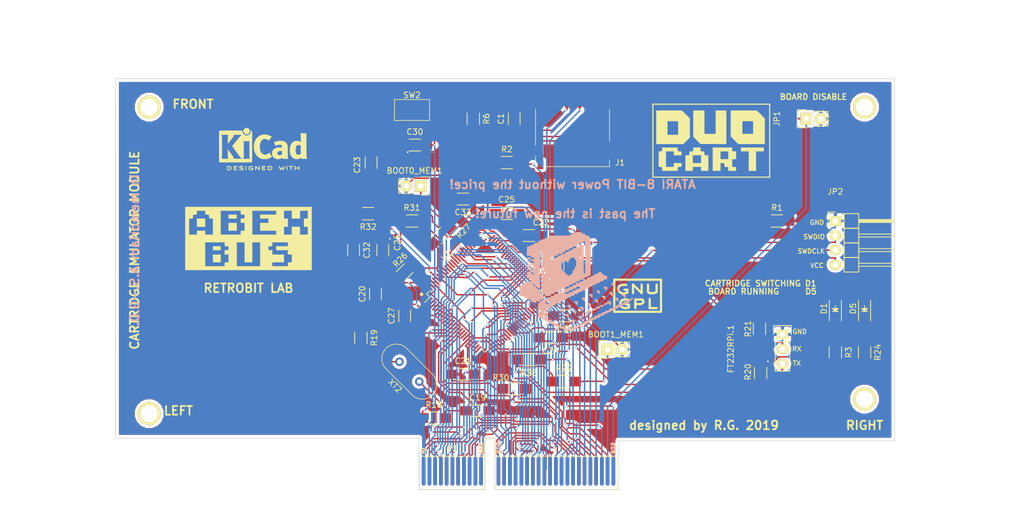
<source format=kicad_pcb>
(kicad_pcb (version 4) (host pcbnew 4.0.2+dfsg1-stable)
  (layers (0 F.Cu signal) (31 B.Cu signal) (34 B.Paste user) (35 F.Paste user) (36 B.SilkS user) (37 F.SilkS user) (38 B.Mask user) (39 F.Mask user) (44 Edge.Cuts user))
  (net 0 "")
  (net 1 GND)
  (net 2 ~mEXSEL)
  (net 3 ~mD1XX)
  (net 4 ~mHALT)
  (net 5 ~mMPD)
  (net 6 ~mIRQ)
  (net 7 ~mRST)
  (net 8 ~mREF)
  (net 9 ~mCCTL)
  (net 10 mA0)
  (net 11 mA1)
  (net 12 mA2)
  (net 13 mA3)
  (net 14 mA4)
  (net 15 mA5)
  (net 16 mA6)
  (net 17 mA7)
  (net 18 mA8)
  (net 19 mA9)
  (net 20 mA10)
  (net 21 mA11)
  (net 22 mA12)
  (net 23 mA13)
  (net 24 mA14)
  (net 25 mA15)
  (net 26 mR/~W)
  (net 27 ~mS4)
  (net 28 mRD4)
  (net 29 ~mS5)
  (net 30 mRD5)
  (net 31 mD0)
  (net 32 mD1)
  (net 33 mD2)
  (net 34 mD3)
  (net 35 mD4)
  (net 36 mD5)
  (net 37 mD6)
  (net 38 mD7)
  (net 39 UART_RX)
  (net 40 UART_TX)
  (net 41 LEDGRN_MEM)
  (net 42 "Net-(BOOT0_MEM1-Pad1)")
  (net 43 "Net-(BOOT1_MEM1-Pad1)")
  (net 44 "Net-(C19-Pad1)")
  (net 45 "Net-(C20-Pad1)")
  (net 46 VCAP_2_MEM)
  (net 47 VCAP_1_MEM)
  (net 48 "Net-(R18-Pad1)")
  (net 49 "Net-(R19-Pad1)")
  (net 50 "Net-(R26-Pad2)")
  (net 51 "Net-(R30-Pad1)")
  (net 52 PB6)
  (net 53 PB9)
  (net 54 VCC_3V3)
  (net 55 SWDRST)
  (net 56 mPHI2)
  (net 57 mAUDIO)
  (net 58 SWDIO)
  (net 59 SWDCLK)
  (net 60 "Net-(D1-Pad2)")
  (net 61 "Net-(D5-Pad2)")
  (net 62 "Net-(J1-Pad11)")
  (net 63 mSDO)
  (net 64 mSDCLK)
  (net 65 mSDI)
  (net 66 LEDRED_MEM)
  (module RetroBitLab:atari_800_XL_BW_25x25 (layer B.Cu) (at 157.48 88.9 180)
    (fp_text reference G*** hide)
    (fp_text value LOGO hide)
  )
  (module Symbol:KiCad-Logo2_6mm_SilkScreen (layer F.Cu) (at 103.632 65.532)
    (fp_text reference KICAD hide)
    (fp_text value KiCad-Logo2_6mm_SilkScreen hide)
  )
  (module RetroBitLab:Symbol_GNU-GPL_SilkScreen_Small (layer F.Cu) (at 168.8 92)
    (fp_text reference GPL hide)
    (fp_text value Symbol_GNU-GPL_CopperTop_Small)
  )
  (module RetroBitLab:ABEX_Logo_22mmx11mm_WB (layer F.Cu) (at 101.092 81.788)
    (fp_text reference ATARI800XL hide)
    (fp_text value LOGO hide)
  )
  (module RetroBitLab:DUOCart_20x11_Rev (layer F.Cu) (at 181.61 64.77)
    (fp_text reference DUOCART hide)
    (fp_text value LOGO hide)
  )
  (module Housings_QFP:TQFP-100_14x14mm_Pitch0.5mm (layer F.Cu) (at 142.24 91.44 45)
    (fp_text reference U1 (at 0 -9.45 45) (layer F.SilkS))
    (fp_text value STM32F407VGTx)
    (pad 1 smd rect (at -7.7 -6 45) (size 1.5 0.3) (layers F.Cu F.Paste F.Mask))
    (pad 2 smd rect (at -7.7 -5.5 45) (size 1.5 0.3) (layers F.Cu F.Paste F.Mask))
    (pad 3 smd rect (at -7.7 -5 45) (size 1.5 0.3) (layers F.Cu F.Paste F.Mask))
    (pad 4 smd rect (at -7.7 -4.5 45) (size 1.5 0.3) (layers F.Cu F.Paste F.Mask))
    (pad 5 smd rect (at -7.7 -4 45) (size 1.5 0.3) (layers F.Cu F.Paste F.Mask))
    (pad 6 smd rect (at -7.7 -3.5 45) (size 1.5 0.3) (layers F.Cu F.Paste F.Mask) (net 54 VCC_3V3))
    (pad 7 smd rect (at -7.7 -3 45) (size 1.5 0.3) (layers F.Cu F.Paste F.Mask))
    (pad 8 smd rect (at -7.7 -2.5 45) (size 1.5 0.3) (layers F.Cu F.Paste F.Mask))
    (pad 9 smd rect (at -7.7 -2 45) (size 1.5 0.3) (layers F.Cu F.Paste F.Mask))
    (pad 10 smd rect (at -7.7 -1.5 45) (size 1.5 0.3) (layers F.Cu F.Paste F.Mask) (net 1 GND))
    (pad 11 smd rect (at -7.7 -1 45) (size 1.5 0.3) (layers F.Cu F.Paste F.Mask) (net 54 VCC_3V3))
    (pad 12 smd rect (at -7.7 -0.5 45) (size 1.5 0.3) (layers F.Cu F.Paste F.Mask) (net 48 "Net-(R18-Pad1)"))
    (pad 13 smd rect (at -7.7 0 45) (size 1.5 0.3) (layers F.Cu F.Paste F.Mask) (net 49 "Net-(R19-Pad1)"))
    (pad 14 smd rect (at -7.7 0.5 45) (size 1.5 0.3) (layers F.Cu F.Paste F.Mask) (net 55 SWDRST))
    (pad 15 smd rect (at -7.7 1 45) (size 1.5 0.3) (layers F.Cu F.Paste F.Mask) (net 56 mPHI2))
    (pad 16 smd rect (at -7.7 1.5 45) (size 1.5 0.3) (layers F.Cu F.Paste F.Mask) (net 29 ~mS5))
    (pad 17 smd rect (at -7.7 2 45) (size 1.5 0.3) (layers F.Cu F.Paste F.Mask) (net 27 ~mS4))
    (pad 18 smd rect (at -7.7 2.5 45) (size 1.5 0.3) (layers F.Cu F.Paste F.Mask))
    (pad 19 smd rect (at -7.7 3 45) (size 1.5 0.3) (layers F.Cu F.Paste F.Mask) (net 54 VCC_3V3))
    (pad 20 smd rect (at -7.7 3.5 45) (size 1.5 0.3) (layers F.Cu F.Paste F.Mask) (net 51 "Net-(R30-Pad1)"))
    (pad 21 smd rect (at -7.7 4 45) (size 1.5 0.3) (layers F.Cu F.Paste F.Mask) (net 54 VCC_3V3))
    (pad 22 smd rect (at -7.7 4.5 45) (size 1.5 0.3) (layers F.Cu F.Paste F.Mask) (net 54 VCC_3V3))
    (pad 23 smd rect (at -7.7 5 45) (size 1.5 0.3) (layers F.Cu F.Paste F.Mask))
    (pad 24 smd rect (at -7.7 5.5 45) (size 1.5 0.3) (layers F.Cu F.Paste F.Mask))
    (pad 25 smd rect (at -7.7 6 45) (size 1.5 0.3) (layers F.Cu F.Paste F.Mask))
    (pad 26 smd rect (at -6 7.7 135) (size 1.5 0.3) (layers F.Cu F.Paste F.Mask))
    (pad 27 smd rect (at -5.5 7.7 135) (size 1.5 0.3) (layers F.Cu F.Paste F.Mask) (net 1 GND))
    (pad 28 smd rect (at -5 7.7 135) (size 1.5 0.3) (layers F.Cu F.Paste F.Mask) (net 54 VCC_3V3))
    (pad 29 smd rect (at -4.5 7.7 135) (size 1.5 0.3) (layers F.Cu F.Paste F.Mask))
    (pad 30 smd rect (at -4 7.7 135) (size 1.5 0.3) (layers F.Cu F.Paste F.Mask))
    (pad 31 smd rect (at -3.5 7.7 135) (size 1.5 0.3) (layers F.Cu F.Paste F.Mask))
    (pad 32 smd rect (at -3 7.7 135) (size 1.5 0.3) (layers F.Cu F.Paste F.Mask))
    (pad 33 smd rect (at -2.5 7.7 135) (size 1.5 0.3) (layers F.Cu F.Paste F.Mask) (net 9 ~mCCTL))
    (pad 34 smd rect (at -2 7.7 135) (size 1.5 0.3) (layers F.Cu F.Paste F.Mask) (net 26 mR/~W))
    (pad 35 smd rect (at -1.5 7.7 135) (size 1.5 0.3) (layers F.Cu F.Paste F.Mask) (net 41 LEDGRN_MEM))
    (pad 36 smd rect (at -1 7.7 135) (size 1.5 0.3) (layers F.Cu F.Paste F.Mask) (net 66 LEDRED_MEM))
    (pad 37 smd rect (at -0.5 7.7 135) (size 1.5 0.3) (layers F.Cu F.Paste F.Mask) (net 30 mRD5))
    (pad 38 smd rect (at 0 7.7 135) (size 1.5 0.3) (layers F.Cu F.Paste F.Mask))
    (pad 39 smd rect (at 0.5 7.7 135) (size 1.5 0.3) (layers F.Cu F.Paste F.Mask) (net 31 mD0))
    (pad 40 smd rect (at 1 7.7 135) (size 1.5 0.3) (layers F.Cu F.Paste F.Mask) (net 32 mD1))
    (pad 41 smd rect (at 1.5 7.7 135) (size 1.5 0.3) (layers F.Cu F.Paste F.Mask) (net 33 mD2))
    (pad 42 smd rect (at 2 7.7 135) (size 1.5 0.3) (layers F.Cu F.Paste F.Mask) (net 34 mD3))
    (pad 43 smd rect (at 2.5 7.7 135) (size 1.5 0.3) (layers F.Cu F.Paste F.Mask) (net 35 mD4))
    (pad 44 smd rect (at 3 7.7 135) (size 1.5 0.3) (layers F.Cu F.Paste F.Mask) (net 36 mD5))
    (pad 45 smd rect (at 3.5 7.7 135) (size 1.5 0.3) (layers F.Cu F.Paste F.Mask) (net 37 mD6))
    (pad 46 smd rect (at 4 7.7 135) (size 1.5 0.3) (layers F.Cu F.Paste F.Mask) (net 38 mD7))
    (pad 47 smd rect (at 4.5 7.7 135) (size 1.5 0.3) (layers F.Cu F.Paste F.Mask) (net 4 ~mHALT))
    (pad 48 smd rect (at 5 7.7 135) (size 1.5 0.3) (layers F.Cu F.Paste F.Mask) (net 5 ~mMPD))
    (pad 49 smd rect (at 5.5 7.7 135) (size 1.5 0.3) (layers F.Cu F.Paste F.Mask) (net 47 VCAP_1_MEM))
    (pad 50 smd rect (at 6 7.7 135) (size 1.5 0.3) (layers F.Cu F.Paste F.Mask) (net 54 VCC_3V3))
    (pad 51 smd rect (at 7.7 6 45) (size 1.5 0.3) (layers F.Cu F.Paste F.Mask) (net 6 ~mIRQ))
    (pad 52 smd rect (at 7.7 5.5 45) (size 1.5 0.3) (layers F.Cu F.Paste F.Mask) (net 64 mSDCLK))
    (pad 53 smd rect (at 7.7 5 45) (size 1.5 0.3) (layers F.Cu F.Paste F.Mask) (net 63 mSDO))
    (pad 54 smd rect (at 7.7 4.5 45) (size 1.5 0.3) (layers F.Cu F.Paste F.Mask) (net 65 mSDI))
    (pad 55 smd rect (at 7.7 4 45) (size 1.5 0.3) (layers F.Cu F.Paste F.Mask) (net 18 mA8))
    (pad 56 smd rect (at 7.7 3.5 45) (size 1.5 0.3) (layers F.Cu F.Paste F.Mask) (net 19 mA9))
    (pad 57 smd rect (at 7.7 3 45) (size 1.5 0.3) (layers F.Cu F.Paste F.Mask) (net 20 mA10))
    (pad 58 smd rect (at 7.7 2.5 45) (size 1.5 0.3) (layers F.Cu F.Paste F.Mask) (net 21 mA11))
    (pad 59 smd rect (at 7.7 2 45) (size 1.5 0.3) (layers F.Cu F.Paste F.Mask) (net 22 mA12))
    (pad 60 smd rect (at 7.7 1.5 45) (size 1.5 0.3) (layers F.Cu F.Paste F.Mask) (net 23 mA13))
    (pad 61 smd rect (at 7.7 1 45) (size 1.5 0.3) (layers F.Cu F.Paste F.Mask) (net 24 mA14))
    (pad 62 smd rect (at 7.7 0.5 45) (size 1.5 0.3) (layers F.Cu F.Paste F.Mask) (net 25 mA15))
    (pad 63 smd rect (at 7.7 0 45) (size 1.5 0.3) (layers F.Cu F.Paste F.Mask))
    (pad 64 smd rect (at 7.7 -0.5 45) (size 1.5 0.3) (layers F.Cu F.Paste F.Mask))
    (pad 65 smd rect (at 7.7 -1 45) (size 1.5 0.3) (layers F.Cu F.Paste F.Mask))
    (pad 66 smd rect (at 7.7 -1.5 45) (size 1.5 0.3) (layers F.Cu F.Paste F.Mask))
    (pad 67 smd rect (at 7.7 -2 45) (size 1.5 0.3) (layers F.Cu F.Paste F.Mask))
    (pad 68 smd rect (at 7.7 -2.5 45) (size 1.5 0.3) (layers F.Cu F.Paste F.Mask) (net 40 UART_TX))
    (pad 69 smd rect (at 7.7 -3 45) (size 1.5 0.3) (layers F.Cu F.Paste F.Mask) (net 39 UART_RX))
    (pad 70 smd rect (at 7.7 -3.5 45) (size 1.5 0.3) (layers F.Cu F.Paste F.Mask))
    (pad 71 smd rect (at 7.7 -4 45) (size 1.5 0.3) (layers F.Cu F.Paste F.Mask))
    (pad 72 smd rect (at 7.7 -4.5 45) (size 1.5 0.3) (layers F.Cu F.Paste F.Mask) (net 58 SWDIO))
    (pad 73 smd rect (at 7.7 -5 45) (size 1.5 0.3) (layers F.Cu F.Paste F.Mask) (net 46 VCAP_2_MEM))
    (pad 74 smd rect (at 7.7 -5.5 45) (size 1.5 0.3) (layers F.Cu F.Paste F.Mask) (net 1 GND))
    (pad 75 smd rect (at 7.7 -6 45) (size 1.5 0.3) (layers F.Cu F.Paste F.Mask) (net 54 VCC_3V3))
    (pad 76 smd rect (at 6 -7.7 135) (size 1.5 0.3) (layers F.Cu F.Paste F.Mask) (net 59 SWDCLK))
    (pad 77 smd rect (at 5.5 -7.7 135) (size 1.5 0.3) (layers F.Cu F.Paste F.Mask))
    (pad 78 smd rect (at 5 -7.7 135) (size 1.5 0.3) (layers F.Cu F.Paste F.Mask))
    (pad 79 smd rect (at 4.5 -7.7 135) (size 1.5 0.3) (layers F.Cu F.Paste F.Mask))
    (pad 80 smd rect (at 4 -7.7 135) (size 1.5 0.3) (layers F.Cu F.Paste F.Mask))
    (pad 81 smd rect (at 3.5 -7.7 135) (size 1.5 0.3) (layers F.Cu F.Paste F.Mask) (net 10 mA0))
    (pad 82 smd rect (at 3 -7.7 135) (size 1.5 0.3) (layers F.Cu F.Paste F.Mask) (net 11 mA1))
    (pad 83 smd rect (at 2.5 -7.7 135) (size 1.5 0.3) (layers F.Cu F.Paste F.Mask) (net 12 mA2))
    (pad 84 smd rect (at 2 -7.7 135) (size 1.5 0.3) (layers F.Cu F.Paste F.Mask) (net 13 mA3))
    (pad 85 smd rect (at 1.5 -7.7 135) (size 1.5 0.3) (layers F.Cu F.Paste F.Mask) (net 14 mA4))
    (pad 86 smd rect (at 1 -7.7 135) (size 1.5 0.3) (layers F.Cu F.Paste F.Mask) (net 15 mA5))
    (pad 87 smd rect (at 0.5 -7.7 135) (size 1.5 0.3) (layers F.Cu F.Paste F.Mask) (net 16 mA6))
    (pad 88 smd rect (at 0 -7.7 135) (size 1.5 0.3) (layers F.Cu F.Paste F.Mask) (net 17 mA7))
    (pad 89 smd rect (at -0.5 -7.7 135) (size 1.5 0.3) (layers F.Cu F.Paste F.Mask))
    (pad 90 smd rect (at -1 -7.7 135) (size 1.5 0.3) (layers F.Cu F.Paste F.Mask) (net 28 mRD4))
    (pad 91 smd rect (at -1.5 -7.7 135) (size 1.5 0.3) (layers F.Cu F.Paste F.Mask))
    (pad 92 smd rect (at -2 -7.7 135) (size 1.5 0.3) (layers F.Cu F.Paste F.Mask) (net 52 PB6))
    (pad 93 smd rect (at -2.5 -7.7 135) (size 1.5 0.3) (layers F.Cu F.Paste F.Mask) (net 3 ~mD1XX))
    (pad 94 smd rect (at -3 -7.7 135) (size 1.5 0.3) (layers F.Cu F.Paste F.Mask) (net 50 "Net-(R26-Pad2)"))
    (pad 95 smd rect (at -3.5 -7.7 135) (size 1.5 0.3) (layers F.Cu F.Paste F.Mask) (net 2 ~mEXSEL))
    (pad 96 smd rect (at -4 -7.7 135) (size 1.5 0.3) (layers F.Cu F.Paste F.Mask) (net 53 PB9))
    (pad 97 smd rect (at -4.5 -7.7 135) (size 1.5 0.3) (layers F.Cu F.Paste F.Mask) (net 7 ~mRST))
    (pad 98 smd rect (at -5 -7.7 135) (size 1.5 0.3) (layers F.Cu F.Paste F.Mask) (net 8 ~mREF))
    (pad 99 smd rect (at -5.5 -7.7 135) (size 1.5 0.3) (layers F.Cu F.Paste F.Mask) (net 1 GND))
    (pad 100 smd rect (at -6 -7.7 135) (size 1.5 0.3) (layers F.Cu F.Paste F.Mask) (net 54 VCC_3V3))
  )
  (module Resistors_SMD:R_1206_HandSoldering (layer F.Cu) (at 208.28 101.6 270)
    (fp_text reference R24 (at 0 -2.3 270) (layer F.SilkS))
    (fp_text value 1.5K)
    (pad 1 smd rect (at -2 0 270) (size 2 1.7) (layers F.Cu F.Paste F.Mask) (net 61 "Net-(D5-Pad2)"))
    (pad 2 smd rect (at 2 0 270) (size 2 1.7) (layers F.Cu F.Paste F.Mask) (net 41 LEDGRN_MEM))
  )
  (module Resistors_SMD:R_1206_HandSoldering (layer F.Cu) (at 203.2 101.6 270)
    (fp_text reference R3 (at 0 -2.3 270) (layer F.SilkS))
    (fp_text value 1.5K)
    (pad 1 smd rect (at -2 0 270) (size 2 1.7) (layers F.Cu F.Paste F.Mask) (net 60 "Net-(D1-Pad2)"))
    (pad 2 smd rect (at 2 0 270) (size 2 1.7) (layers F.Cu F.Paste F.Mask) (net 66 LEDRED_MEM))
  )
  (module Resistors_SMD:R_1206_HandSoldering (layer F.Cu) (at 146.05 68.58)
    (fp_text reference R2 (at 0 -2.3) (layer F.SilkS))
    (fp_text value 4.7K)
    (pad 1 smd rect (at -2 0) (size 2 1.7) (layers F.Cu F.Paste F.Mask) (net 54 VCC_3V3))
    (pad 2 smd rect (at 2 0) (size 2 1.7) (layers F.Cu F.Paste F.Mask) (net 63 mSDO))
  )
  (module RetroBitLab:microSD_HC_Hirose_DM3D-SF (layer F.Cu) (at 157.48 63.5 180)
    (fp_text reference J1 (at -8.255 -5.08 180) (layer F.SilkS))
    (fp_text value Micro_SD_Card_Det)
    (pad 8 smd rect (at -4.525 5.35 180) (size 0.7 1.75) (layers F.Cu F.Paste F.Mask))
    (pad 11 smd rect (at -5.725 5.225 180) (size 1.3 1.5) (layers F.Cu F.Paste F.Mask) (net 62 "Net-(J1-Pad11)"))
    (pad 11 smd rect (at -5.975 -2.375 180) (size 0.8 1.5) (layers F.Cu F.Paste F.Mask) (net 62 "Net-(J1-Pad11)"))
    (pad 9 smd rect (at -5.65 -3.875 180) (size 1.45 1) (layers F.Cu F.Paste F.Mask))
    (pad 11 smd rect (at 5.975 -3.025 180) (size 0.8 1.4) (layers F.Cu F.Paste F.Mask) (net 62 "Net-(J1-Pad11)"))
    (pad 7 smd rect (at -3.425 5.35 180) (size 0.7 1.75) (layers F.Cu F.Paste F.Mask) (net 63 mSDO))
    (pad 6 smd rect (at -2.325 5.35 180) (size 0.7 1.75) (layers F.Cu F.Paste F.Mask) (net 1 GND))
    (pad 5 smd rect (at -1.225 5.35 180) (size 0.7 1.75) (layers F.Cu F.Paste F.Mask) (net 64 mSDCLK))
    (pad 4 smd rect (at -0.125 5.35 180) (size 0.7 1.75) (layers F.Cu F.Paste F.Mask) (net 54 VCC_3V3))
    (pad 3 smd rect (at 0.975 5.35 180) (size 0.7 1.75) (layers F.Cu F.Paste F.Mask) (net 65 mSDI))
    (pad 2 smd rect (at 2.075 5.35 180) (size 0.7 1.75) (layers F.Cu F.Paste F.Mask))
    (pad 1 smd rect (at 3.175 5.35 180) (size 0.7 1.75) (layers F.Cu F.Paste F.Mask))
    (pad 11 smd rect (at 5.625 5.225 180) (size 1.5 1.5) (layers F.Cu F.Paste F.Mask) (net 62 "Net-(J1-Pad11)"))
    (pad 10 smd rect (at 5.575 -5.45 180) (size 1 1.55) (layers F.Cu F.Paste F.Mask))
  )
  (module LEDs:LED_1206 (layer F.Cu) (at 208.28 93.98 90)
    (fp_text reference D5 (at 0 -2 90) (layer F.SilkS))
    (fp_text value LED.GREEN)
    (pad 2 smd rect (at 1.41986 0 270) (size 1.59766 1.80086) (layers F.Cu F.Paste F.Mask) (net 61 "Net-(D5-Pad2)"))
    (pad 1 smd rect (at -1.41986 0 270) (size 1.59766 1.80086) (layers F.Cu F.Paste F.Mask) (net 1 GND))
  )
  (module LEDs:LED_1206 (layer F.Cu) (at 203.2 93.98 90)
    (fp_text reference D1 (at 0 -2 90) (layer F.SilkS))
    (fp_text value LED.GREEN)
    (pad 2 smd rect (at 1.41986 0 270) (size 1.59766 1.80086) (layers F.Cu F.Paste F.Mask) (net 60 "Net-(D1-Pad2)"))
    (pad 1 smd rect (at -1.41986 0 270) (size 1.59766 1.80086) (layers F.Cu F.Paste F.Mask) (net 1 GND))
  )
  (module Capacitors_SMD:C_1206_HandSoldering (layer F.Cu) (at 147.32 60.96 90)
    (fp_text reference C1 (at 0 -2.3 90) (layer F.SilkS))
    (fp_text value 100n)
    (pad 1 smd rect (at -2 0 90) (size 2 1.6) (layers F.Cu F.Paste F.Mask) (net 54 VCC_3V3))
    (pad 2 smd rect (at 2 0 90) (size 2 1.6) (layers F.Cu F.Paste F.Mask) (net 1 GND))
  )
  (module RetroBitLab:BUS_PCIexpress_64pin (layer F.Cu) (at 131.572 121.666)
    (fp_text reference P1 (at 5.05 -3.31) (layer F.SilkS))
    (fp_text value 0877159106)
    (fp_text user A32 (at 33 -3.4 90) (layer B.SilkS) (effects (font (size 0.7 0.7)) (justify mirror)))
    (fp_text user A12 (at 13 -3.4 90) (layer B.SilkS) (effects (font (size 0.7 0.7)) (justify mirror)))
    (fp_text user B32 (at 33 -3.4 90) (layer F.SilkS) (effects (font (size 0.7 0.7))))
    (fp_text user B12 (at 13 -3.4 90) (layer F.SilkS) (effects (font (size 0.7 0.7))))
    (fp_text user B11 (at 10 -3.4 90) (layer F.SilkS) (effects (font (size 0.7 0.7))))
    (fp_text user A11 (at 10 -3.2 90) (layer B.SilkS) (effects (font (size 0.7 0.7)) (justify mirror)))
    (fp_text user A1 (at 0 -2.8 90) (layer B.SilkS) (effects (font (size 0.7 0.7)) (justify mirror)))
    (fp_text user B1 (at 0 -3 90) (layer F.SilkS) (effects (font (size 0.7 0.7))))
    (pad "" connect circle (at 18 2.8) (size 0.65 0.65) (layers F.Cu F.Mask))
    (pad "" connect circle (at 0 2.8) (size 0.65 0.65) (layers B.Cu B.Mask))
    (pad "" connect oval (at 20 2.8 90) (size 0.65 0.65) (layers B.Cu B.Mask))
    (pad B19 connect rect (at 20 0.5) (size 0.65 4.6) (layers B.Cu B.Mask) (net 54 VCC_3V3))
    (pad " " connect circle (at 20 2.8) (size 0.65 0.65) (layers F.Cu F.Mask))
    (pad A19 connect rect (at 20 0.5) (size 0.65 4.6) (layers F.Cu F.Mask) (net 54 VCC_3V3))
    (pad "" connect circle (at 19 2.8) (size 0.65 0.65) (layers F.Cu F.Mask))
    (pad B1 connect rect (at 0 0.5) (size 0.65 4.6) (layers F.Cu F.Mask) (net 38 mD7))
    (pad B2 connect rect (at 1 0.5) (size 0.65 4.6) (layers F.Cu F.Mask) (net 25 mA15))
    (pad B3 connect rect (at 2 0.5) (size 0.65 4.6) (layers F.Cu F.Mask) (net 37 mD6))
    (pad B4 connect rect (at 3 0.5) (size 0.65 4.6) (layers F.Cu F.Mask) (net 24 mA14))
    (pad B5 connect rect (at 4 0.5) (size 0.65 4.6) (layers F.Cu F.Mask) (net 36 mD5))
    (pad B6 connect rect (at 5 0.5) (size 0.65 4.6) (layers F.Cu F.Mask) (net 23 mA13))
    (pad B7 connect rect (at 6 0.5) (size 0.65 4.6) (layers F.Cu F.Mask) (net 35 mD4))
    (pad B8 connect rect (at 7 0.5) (size 0.65 4.6) (layers F.Cu F.Mask) (net 22 mA12))
    (pad B9 connect rect (at 8 0.5) (size 0.65 4.6) (layers F.Cu F.Mask) (net 34 mD3))
    (pad B10 connect rect (at 9 0.5) (size 0.65 4.6) (layers F.Cu F.Mask) (net 21 mA11))
    (pad B11 connect rect (at 10 0.5) (size 0.65 4.6) (layers F.Cu F.Mask) (net 33 mD2))
    (pad B14 connect rect (at 15 0.5) (size 0.65 4.6) (layers F.Cu F.Mask) (net 19 mA9))
    (pad B15 connect rect (at 16 0.5) (size 0.65 4.6) (layers F.Cu F.Mask) (net 31 mD0))
    (pad B16 connect rect (at 17 0.5) (size 0.65 4.6) (layers F.Cu F.Mask) (net 18 mA8))
    (pad B17 connect rect (at 18 0.5) (size 0.65 4.6) (layers F.Cu F.Mask) (net 1 GND))
    (pad B18 connect rect (at 19 0.5) (size 0.65 4.6) (layers F.Cu F.Mask) (net 17 mA7))
    (pad B12 connect rect (at 13 0.5) (size 0.65 4.6) (layers F.Cu F.Mask) (net 20 mA10))
    (pad B13 connect rect (at 14 0.5) (size 0.65 4.6) (layers F.Cu F.Mask) (net 32 mD1))
    (pad A1 connect rect (at 0 0.5) (size 0.65 4.6) (layers B.Cu B.Mask) (net 1 GND))
    (pad A2 connect rect (at 1 0.5) (size 0.65 4.6) (layers B.Cu B.Mask) (net 7 ~mRST))
    (pad A3 connect rect (at 2 0.5) (size 0.65 4.6) (layers B.Cu B.Mask) (net 54 VCC_3V3))
    (pad A4 connect rect (at 3 0.5) (size 0.65 4.6) (layers B.Cu B.Mask) (net 56 mPHI2))
    (pad A5 connect rect (at 4 0.5) (size 0.65 4.6) (layers B.Cu B.Mask) (net 1 GND))
    (pad A6 connect rect (at 5 0.5) (size 0.65 4.6) (layers B.Cu B.Mask) (net 57 mAUDIO))
    (pad A7 connect rect (at 6 0.5) (size 0.65 4.6) (layers B.Cu B.Mask) (net 54 VCC_3V3))
    (pad A8 connect rect (at 7 0.5) (size 0.65 4.6) (layers B.Cu B.Mask) (net 8 ~mREF))
    (pad A9 connect rect (at 8 0.5) (size 0.65 4.6) (layers B.Cu B.Mask) (net 1 GND))
    (pad A10 connect rect (at 9 0.5) (size 0.65 4.6) (layers B.Cu B.Mask) (net 26 mR/~W))
    (pad A11 connect rect (at 10 0.5) (size 0.65 4.6) (layers B.Cu B.Mask) (net 54 VCC_3V3))
    (pad A14 connect rect (at 15 0.5) (size 0.65 4.6) (layers B.Cu B.Mask) (net 6 ~mIRQ))
    (pad A15 connect rect (at 16 0.5) (size 0.65 4.6) (layers B.Cu B.Mask) (net 54 VCC_3V3))
    (pad A16 connect rect (at 17 0.5) (size 0.65 4.6) (layers B.Cu B.Mask) (net 4 ~mHALT))
    (pad A17 connect rect (at 18 0.5) (size 0.65 4.6) (layers B.Cu B.Mask) (net 1 GND))
    (pad A18 connect rect (at 19 0.5) (size 0.65 4.6) (layers B.Cu B.Mask) (net 3 ~mD1XX))
    (pad A12 connect rect (at 13 0.5) (size 0.65 4.6) (layers B.Cu B.Mask) (net 2 ~mEXSEL))
    (pad A13 connect rect (at 14 0.5) (size 0.65 4.6) (layers B.Cu B.Mask) (net 1 GND))
    (pad "" connect circle (at 2 2.8) (size 0.65 0.65) (layers F.Cu F.Mask))
    (pad "" connect circle (at 3 2.8) (size 0.65 0.65) (layers F.Cu F.Mask))
    (pad "" connect circle (at 4 2.8) (size 0.65 0.65) (layers F.Cu F.Mask))
    (pad "" connect circle (at 5 2.8) (size 0.65 0.65) (layers F.Cu F.Mask))
    (pad "" connect circle (at 6 2.8) (size 0.65 0.65) (layers F.Cu F.Mask))
    (pad "" connect circle (at 7 2.8) (size 0.65 0.65) (layers F.Cu F.Mask))
    (pad "" connect circle (at 8 2.8) (size 0.65 0.65) (layers F.Cu F.Mask))
    (pad "" connect circle (at 9 2.8) (size 0.65 0.65) (layers F.Cu F.Mask))
    (pad "" connect circle (at 10 2.8) (size 0.65 0.65) (layers F.Cu F.Mask))
    (pad "" connect circle (at 0 2.8) (size 0.65 0.65) (layers F.Cu F.Mask))
    (pad "" connect circle (at 13 2.8) (size 0.65 0.65) (layers F.Cu F.Mask))
    (pad "" connect circle (at 14 2.8) (size 0.65 0.65) (layers F.Cu F.Mask))
    (pad "" connect circle (at 15 2.8) (size 0.65 0.65) (layers F.Cu F.Mask))
    (pad "" connect circle (at 16 2.8) (size 0.65 0.65) (layers F.Cu F.Mask))
    (pad "" connect circle (at 17 2.8) (size 0.65 0.65) (layers F.Cu F.Mask))
    (pad "" connect circle (at 1 2.8) (size 0.65 0.65) (layers F.Cu F.Mask))
    (pad "" connect oval (at 3 2.8 90) (size 0.65 0.65) (layers B.Cu B.Mask))
    (pad "" connect oval (at 4 2.8 90) (size 0.65 0.65) (layers B.Cu B.Mask))
    (pad "" connect oval (at 5 2.8 90) (size 0.65 0.65) (layers B.Cu B.Mask))
    (pad "" connect oval (at 6 2.8 90) (size 0.65 0.65) (layers B.Cu B.Mask))
    (pad "" connect oval (at 7 2.8 90) (size 0.65 0.65) (layers B.Cu B.Mask))
    (pad "" connect oval (at 8 2.8 90) (size 0.65 0.65) (layers B.Cu B.Mask))
    (pad "" connect oval (at 9 2.8 90) (size 0.65 0.65) (layers B.Cu B.Mask))
    (pad "" connect oval (at 15 2.8 90) (size 0.65 0.65) (layers B.Cu B.Mask))
    (pad "" connect oval (at 16 2.8 90) (size 0.65 0.65) (layers B.Cu B.Mask))
    (pad "" connect oval (at 2 2.8 90) (size 0.65 0.65) (layers B.Cu B.Mask))
    (pad "" connect oval (at 14 2.8 90) (size 0.65 0.65) (layers B.Cu B.Mask))
    (pad "" connect oval (at 17 2.8 90) (size 0.65 0.65) (layers B.Cu B.Mask))
    (pad "" connect oval (at 10 2.8 90) (size 0.65 0.65) (layers B.Cu B.Mask))
    (pad "" connect oval (at 13 2.8 90) (size 0.65 0.65) (layers B.Cu B.Mask))
    (pad "" connect oval (at 18 2.8 90) (size 0.65 0.65) (layers B.Cu B.Mask))
    (pad "" connect oval (at 19 2.8 90) (size 0.65 0.65) (layers B.Cu B.Mask))
    (pad "" connect oval (at 1 2.8 90) (size 0.65 0.65) (layers B.Cu B.Mask))
    (pad " " connect circle (at 21 2.8) (size 0.65 0.65) (layers F.Cu F.Mask))
    (pad " " connect circle (at 22 2.8) (size 0.65 0.65) (layers F.Cu F.Mask))
    (pad " " connect circle (at 23 2.8) (size 0.65 0.65) (layers F.Cu F.Mask))
    (pad " " connect circle (at 24 2.8) (size 0.65 0.65) (layers F.Cu F.Mask))
    (pad " " connect circle (at 25 2.8) (size 0.65 0.65) (layers F.Cu F.Mask))
    (pad " " connect circle (at 26 2.8) (size 0.65 0.65) (layers F.Cu F.Mask))
    (pad " " connect circle (at 27 2.8) (size 0.65 0.65) (layers F.Cu F.Mask))
    (pad " " connect circle (at 28 2.8) (size 0.65 0.65) (layers F.Cu F.Mask))
    (pad " " connect circle (at 29 2.8) (size 0.65 0.65) (layers F.Cu F.Mask))
    (pad " " connect circle (at 30 2.8) (size 0.65 0.65) (layers F.Cu F.Mask))
    (pad " " connect circle (at 31 2.8) (size 0.65 0.65) (layers F.Cu F.Mask))
    (pad " " connect circle (at 32 2.8) (size 0.65 0.65) (layers F.Cu F.Mask))
    (pad " " connect circle (at 33 2.8) (size 0.65 0.65) (layers F.Cu F.Mask))
    (pad A20 connect rect (at 21 0.5) (size 0.65 4.6) (layers F.Cu F.Mask) (net 5 ~mMPD))
    (pad A21 connect rect (at 22 0.5) (size 0.65 4.6) (layers F.Cu F.Mask) (net 1 GND))
    (pad A22 connect rect (at 23 0.5) (size 0.65 4.6) (layers F.Cu F.Mask) (net 27 ~mS4))
    (pad A23 connect rect (at 24 0.5) (size 0.65 4.6) (layers F.Cu F.Mask) (net 54 VCC_3V3))
    (pad A24 connect rect (at 25 0.5) (size 0.65 4.6) (layers F.Cu F.Mask) (net 28 mRD4))
    (pad A25 connect rect (at 26 0.5) (size 0.65 4.6) (layers F.Cu F.Mask) (net 1 GND))
    (pad A26 connect rect (at 27 0.5) (size 0.65 4.6) (layers F.Cu F.Mask) (net 29 ~mS5))
    (pad A27 connect rect (at 28 0.5) (size 0.65 4.6) (layers F.Cu F.Mask) (net 54 VCC_3V3))
    (pad A28 connect rect (at 29 0.5) (size 0.65 4.6) (layers F.Cu F.Mask) (net 30 mRD5))
    (pad A29 connect rect (at 30 0.5) (size 0.65 4.6) (layers F.Cu F.Mask) (net 1 GND))
    (pad A30 connect rect (at 31 0.5) (size 0.65 4.6) (layers F.Cu F.Mask) (net 9 ~mCCTL))
    (pad A31 connect rect (at 32 0.5) (size 0.65 4.6) (layers F.Cu F.Mask) (net 54 VCC_3V3))
    (pad A32 connect rect (at 33 0.5) (size 0.65 4.6) (layers F.Cu F.Mask) (net 1 GND))
    (pad B20 connect rect (at 21 0.5) (size 0.65 4.6) (layers B.Cu B.Mask) (net 16 mA6))
    (pad B21 connect rect (at 22 0.5) (size 0.65 4.6) (layers B.Cu B.Mask) (net 1 GND))
    (pad B22 connect rect (at 23 0.5) (size 0.65 4.6) (layers B.Cu B.Mask) (net 15 mA5))
    (pad B23 connect rect (at 24 0.5) (size 0.65 4.6) (layers B.Cu B.Mask) (net 54 VCC_3V3))
    (pad B24 connect rect (at 25 0.5) (size 0.65 4.6) (layers B.Cu B.Mask) (net 14 mA4))
    (pad B25 connect rect (at 26 0.5) (size 0.65 4.6) (layers B.Cu B.Mask) (net 1 GND))
    (pad B26 connect rect (at 27 0.5) (size 0.65 4.6) (layers B.Cu B.Mask) (net 13 mA3))
    (pad B27 connect rect (at 28 0.5) (size 0.65 4.6) (layers B.Cu B.Mask) (net 58 SWDIO))
    (pad B28 connect rect (at 29 0.5) (size 0.65 4.6) (layers B.Cu B.Mask) (net 12 mA2))
    (pad B29 connect rect (at 30 0.5) (size 0.65 4.6) (layers B.Cu B.Mask) (net 59 SWDCLK))
    (pad B30 connect rect (at 31 0.5) (size 0.65 4.6) (layers B.Cu B.Mask) (net 11 mA1))
    (pad B31 connect rect (at 32 0.5) (size 0.65 4.6) (layers B.Cu B.Mask) (net 55 SWDRST))
    (pad B32 connect rect (at 33 0.5) (size 0.65 4.6) (layers B.Cu B.Mask) (net 10 mA0))
    (pad " " connect oval (at 21 2.8 90) (size 0.65 0.65) (layers B.Cu B.Mask))
    (pad " " connect oval (at 22 2.8 90) (size 0.65 0.65) (layers B.Cu B.Mask))
    (pad " " connect oval (at 23 2.8 90) (size 0.65 0.65) (layers B.Cu B.Mask))
    (pad " " connect oval (at 24 2.8 90) (size 0.65 0.65) (layers B.Cu B.Mask))
    (pad " " connect oval (at 25 2.8 90) (size 0.65 0.65) (layers B.Cu B.Mask))
    (pad " " connect oval (at 26 2.8 90) (size 0.65 0.65) (layers B.Cu B.Mask))
    (pad " " connect oval (at 27 2.8 90) (size 0.65 0.65) (layers B.Cu B.Mask))
    (pad " " connect oval (at 28 2.8 90) (size 0.65 0.65) (layers B.Cu B.Mask))
    (pad " " connect oval (at 29 2.8 90) (size 0.65 0.65) (layers B.Cu B.Mask))
    (pad " " connect oval (at 30 2.8 90) (size 0.65 0.65) (layers B.Cu B.Mask))
    (pad " " connect oval (at 31 2.8 90) (size 0.65 0.65) (layers B.Cu B.Mask))
    (pad " " connect oval (at 32 2.8 90) (size 0.65 0.65) (layers B.Cu B.Mask))
    (pad " " connect oval (at 33 2.8 90) (size 0.65 0.65) (layers B.Cu B.Mask))
  )
  (module RetroBitLab:Crystal_HC49-4H_Vertical_3D (layer F.Cu) (at 130.81 106.68 135)
    (fp_text reference XT2 (at 2.44 -3.525 135) (layer F.SilkS))
    (fp_text value 8Mhz)
    (pad 1 thru_hole circle (at 0 0 135) (size 1.5 1.5) (drill 0.8) (layers *.Cu *.Mask) (net 44 "Net-(C19-Pad1)"))
    (pad 2 thru_hole circle (at 4.88 0 135) (size 1.5 1.5) (drill 0.8) (layers *.Cu *.Mask) (net 45 "Net-(C20-Pad1)"))
  )
  (module RetroBitLab:SW_SPST_FSMSM_3D (layer F.Cu) (at 129.54 59.436)
    (fp_text reference SW2 (at 0 -2.6) (layer F.SilkS))
    (fp_text value SW_Push)
    (pad 1 smd rect (at -4.59 0) (size 2.18 1.6) (layers F.Cu F.Paste F.Mask) (net 1 GND))
    (pad 2 smd rect (at 4.59 0) (size 2.18 1.6) (layers F.Cu F.Paste F.Mask) (net 55 SWDRST))
  )
  (module Resistors_SMD:R_1206_HandSoldering (layer F.Cu) (at 121.92 77.47 180)
    (fp_text reference R32 (at 0 -2.3 180) (layer F.SilkS))
    (fp_text value 4.7K)
    (pad 1 smd rect (at -2 0 180) (size 2 1.7) (layers F.Cu F.Paste F.Mask) (net 54 VCC_3V3))
    (pad 2 smd rect (at 2 0 180) (size 2 1.7) (layers F.Cu F.Paste F.Mask) (net 53 PB9))
  )
  (module Resistors_SMD:R_1206_HandSoldering (layer F.Cu) (at 129.54 78.74)
    (fp_text reference R31 (at 0 -2.3) (layer F.SilkS))
    (fp_text value 4.7K)
    (pad 1 smd rect (at -2 0) (size 2 1.7) (layers F.Cu F.Paste F.Mask) (net 54 VCC_3V3))
    (pad 2 smd rect (at 2 0) (size 2 1.7) (layers F.Cu F.Paste F.Mask) (net 52 PB6))
  )
  (module Resistors_SMD:R_1206_HandSoldering (layer F.Cu) (at 147.32 107.95)
    (fp_text reference R30 (at -2.32 -1.95) (layer F.SilkS))
    (fp_text value 0)
    (pad 1 smd rect (at -2 0) (size 2 1.7) (layers F.Cu F.Paste F.Mask) (net 51 "Net-(R30-Pad1)"))
    (pad 2 smd rect (at 2 0) (size 2 1.7) (layers F.Cu F.Paste F.Mask) (net 1 GND))
  )
  (module Resistors_SMD:R_1206_HandSoldering (layer F.Cu) (at 155.956 106.68)
    (fp_text reference R29 (at 0 -2.3) (layer F.SilkS))
    (fp_text value 510)
    (pad 1 smd rect (at -2 0) (size 2 1.7) (layers F.Cu F.Paste F.Mask) (net 30 mRD5))
    (pad 2 smd rect (at 2 0) (size 2 1.7) (layers F.Cu F.Paste F.Mask) (net 43 "Net-(BOOT1_MEM1-Pad1)"))
  )
  (module Resistors_SMD:R_1206_HandSoldering (layer F.Cu) (at 149.86 102.87 180)
    (fp_text reference R28 (at 0 -2.3 180) (layer F.SilkS))
    (fp_text value 10K)
    (pad 1 smd rect (at -2 0 180) (size 2 1.7) (layers F.Cu F.Paste F.Mask) (net 54 VCC_3V3))
    (pad 2 smd rect (at 2 0 180) (size 2 1.7) (layers F.Cu F.Paste F.Mask) (net 30 mRD5))
  )
  (module Resistors_SMD:R_1206_HandSoldering (layer F.Cu) (at 134.62 81.28 45)
    (fp_text reference R27 (at 3.295118 2.192031 45) (layer F.SilkS))
    (fp_text value 510)
    (pad 1 smd rect (at -2 0 45) (size 2 1.7) (layers F.Cu F.Paste F.Mask) (net 50 "Net-(R26-Pad2)"))
    (pad 2 smd rect (at 2 0 45) (size 2 1.7) (layers F.Cu F.Paste F.Mask) (net 42 "Net-(BOOT0_MEM1-Pad1)"))
  )
  (module Resistors_SMD:R_1206_HandSoldering (layer F.Cu) (at 128.27 87.63 45)
    (fp_text reference R26 (at 0.961665 -2.05061 45) (layer F.SilkS))
    (fp_text value 10K)
    (pad 1 smd rect (at -2 0 45) (size 2 1.7) (layers F.Cu F.Paste F.Mask) (net 54 VCC_3V3))
    (pad 2 smd rect (at 2 0 45) (size 2 1.7) (layers F.Cu F.Paste F.Mask) (net 50 "Net-(R26-Pad2)"))
  )
  (module Resistors_SMD:R_1206_HandSoldering (layer F.Cu) (at 190 97.5 270)
    (fp_text reference R21 (at 0 2 270) (layer F.SilkS))
    (fp_text value 10K)
    (pad 1 smd rect (at -2 0 270) (size 2 1.7) (layers F.Cu F.Paste F.Mask) (net 1 GND))
    (pad 2 smd rect (at 2 0 270) (size 2 1.7) (layers F.Cu F.Paste F.Mask) (net 39 UART_RX))
  )
  (module Resistors_SMD:R_1206_HandSoldering (layer F.Cu) (at 190.195 105.185 270)
    (fp_text reference R20 (at -0.185 2.195 270) (layer F.SilkS))
    (fp_text value 10K)
    (pad 1 smd rect (at -2 0 270) (size 2 1.7) (layers F.Cu F.Paste F.Mask) (net 1 GND))
    (pad 2 smd rect (at 2 0 270) (size 2 1.7) (layers F.Cu F.Paste F.Mask) (net 40 UART_TX))
  )
  (module Resistors_SMD:R_1206_HandSoldering (layer F.Cu) (at 120.65 99.06 270)
    (fp_text reference R19 (at 0 -2.3 270) (layer F.SilkS))
    (fp_text value 220)
    (pad 1 smd rect (at -2 0 270) (size 2 1.7) (layers F.Cu F.Paste F.Mask) (net 49 "Net-(R19-Pad1)"))
    (pad 2 smd rect (at 2 0 270) (size 2 1.7) (layers F.Cu F.Paste F.Mask) (net 45 "Net-(C20-Pad1)"))
  )
  (module Resistors_SMD:R_1206_HandSoldering (layer F.Cu) (at 133.35 113.03)
    (fp_text reference R18 (at 0 -2.3) (layer F.SilkS))
    (fp_text value 0)
    (pad 1 smd rect (at -2 0) (size 2 1.7) (layers F.Cu F.Paste F.Mask) (net 48 "Net-(R18-Pad1)"))
    (pad 2 smd rect (at 2 0) (size 2 1.7) (layers F.Cu F.Paste F.Mask) (net 44 "Net-(C19-Pad1)"))
  )
  (module Resistors_SMD:R_1206_HandSoldering (layer F.Cu) (at 140.208 60.96 270)
    (fp_text reference R6 (at 0 -2.3 270) (layer F.SilkS))
    (fp_text value 100K)
    (pad 1 smd rect (at -2 0 270) (size 2 1.7) (layers F.Cu F.Paste F.Mask) (net 55 SWDRST))
    (pad 2 smd rect (at 2 0 270) (size 2 1.7) (layers F.Cu F.Paste F.Mask) (net 54 VCC_3V3))
  )
  (module Resistors_SMD:R_1206_HandSoldering (layer F.Cu) (at 193.04 78.74)
    (fp_text reference R1 (at 0 -2.3) (layer F.SilkS))
    (fp_text value 0)
    (pad 1 smd rect (at -2 0) (size 2 1.7) (layers F.Cu F.Paste F.Mask) (net 57 mAUDIO))
    (pad 2 smd rect (at 2 0) (size 2 1.7) (layers F.Cu F.Paste F.Mask) (net 1 GND))
  )
  (module RetroBitLab:MountingHole (layer F.Cu) (at 208.28 58.42)
    (fp_text reference P5 (at 0 0.5) (layer F.SilkS))
    (fp_text value CONN_01X01)
    (pad 1 thru_hole circle (at 0 0.508) (size 4 4) (drill 3) (layers *.Cu *.Mask F.SilkS))
  )
  (module RetroBitLab:MountingHole (layer F.Cu) (at 83.82 111.76)
    (fp_text reference P4 (at 0 0.5) (layer F.SilkS))
    (fp_text value CONN_01X01)
    (pad 1 thru_hole circle (at 0 0.508) (size 4 4) (drill 3) (layers *.Cu *.Mask F.SilkS))
  )
  (module RetroBitLab:MountingHole (layer F.Cu) (at 208.28 109.22)
    (fp_text reference P3 (at 0 0.5) (layer F.SilkS))
    (fp_text value CONN_01X01)
    (pad 1 thru_hole circle (at 0 0.508) (size 4 4) (drill 3) (layers *.Cu *.Mask F.SilkS))
  )
  (module RetroBitLab:MountingHole (layer F.Cu) (at 83.82 58.42)
    (fp_text reference P2 (at 0 0.5) (layer F.SilkS))
    (fp_text value CONN_01X01)
    (pad 1 thru_hole circle (at 0 0.508) (size 4 4) (drill 3) (layers *.Cu *.Mask F.SilkS))
  )
  (module Pin_Headers:Pin_Header_Angled_1x04 (layer F.Cu) (at 203.2 78.74)
    (fp_text reference JP2 (at 0 -5.1) (layer F.SilkS))
    (fp_text value CONN_01X04)
    (pad 1 thru_hole rect (at 0 0) (size 2.032 1.7272) (drill 1.016) (layers *.Cu *.Mask F.SilkS) (net 1 GND))
    (pad 2 thru_hole oval (at 0 2.54) (size 2.032 1.7272) (drill 1.016) (layers *.Cu *.Mask F.SilkS) (net 58 SWDIO))
    (pad 3 thru_hole oval (at 0 5.08) (size 2.032 1.7272) (drill 1.016) (layers *.Cu *.Mask F.SilkS) (net 59 SWDCLK))
    (pad 4 thru_hole oval (at 0 7.62) (size 2.032 1.7272) (drill 1.016) (layers *.Cu *.Mask F.SilkS) (net 54 VCC_3V3))
  )
  (module Pin_Headers:Pin_Header_Straight_1x02 (layer F.Cu) (at 198.12 60.96 90)
    (fp_text reference JP1 (at 0 -5.1 90) (layer F.SilkS))
    (fp_text value CONN_01X02)
    (pad 1 thru_hole rect (at 0 0 90) (size 2.032 2.032) (drill 1.016) (layers *.Cu *.Mask F.SilkS) (net 55 SWDRST))
    (pad 2 thru_hole oval (at 0 2.54 90) (size 2.032 2.032) (drill 1.016) (layers *.Cu *.Mask F.SilkS) (net 1 GND))
  )
  (module Pin_Headers:Pin_Header_Straight_1x03 (layer F.Cu) (at 194 98.5)
    (fp_text reference FT232RPi.1 (at -9 2.5 90) (layer F.SilkS))
    (fp_text value CONN_01X03)
    (pad 1 thru_hole rect (at 0 0) (size 2.032 1.7272) (drill 1.016) (layers *.Cu *.Mask F.SilkS) (net 1 GND))
    (pad 2 thru_hole oval (at 0 2.54) (size 2.032 1.7272) (drill 1.016) (layers *.Cu *.Mask F.SilkS) (net 39 UART_RX))
    (pad 3 thru_hole oval (at 0 5.08) (size 2.032 1.7272) (drill 1.016) (layers *.Cu *.Mask F.SilkS) (net 40 UART_TX))
  )
  (module Capacitors_SMD:C_1206_HandSoldering (layer F.Cu) (at 156.21 95.25 180)
    (fp_text reference C34 (at 0 -2.3 180) (layer F.SilkS))
    (fp_text value 2.2u)
    (pad 1 smd rect (at -2 0 180) (size 2 1.6) (layers F.Cu F.Paste F.Mask) (net 1 GND))
    (pad 2 smd rect (at 2 0 180) (size 2 1.6) (layers F.Cu F.Paste F.Mask) (net 47 VCAP_1_MEM))
  )
  (module Capacitors_SMD:C_1206_HandSoldering (layer F.Cu) (at 138.43 74.93 180)
    (fp_text reference C33 (at 0 -2.3 180) (layer F.SilkS))
    (fp_text value 2.2u)
    (pad 1 smd rect (at -2 0 180) (size 2 1.6) (layers F.Cu F.Paste F.Mask) (net 1 GND))
    (pad 2 smd rect (at 2 0 180) (size 2 1.6) (layers F.Cu F.Paste F.Mask) (net 46 VCAP_2_MEM))
  )
  (module Capacitors_SMD:C_1206_HandSoldering (layer F.Cu) (at 119.38 83.82 270)
    (fp_text reference C32 (at 0 -2.3 270) (layer F.SilkS))
    (fp_text value 1u)
    (pad 1 smd rect (at -2 0 270) (size 2 1.6) (layers F.Cu F.Paste F.Mask) (net 1 GND))
    (pad 2 smd rect (at 2 0 270) (size 2 1.6) (layers F.Cu F.Paste F.Mask) (net 54 VCC_3V3))
  )
  (module Capacitors_SMD:C_1206_HandSoldering (layer F.Cu) (at 154.94 86.36 90)
    (fp_text reference C31 (at 0 -2.3 90) (layer F.SilkS))
    (fp_text value 100n)
    (pad 1 smd rect (at -2 0 90) (size 2 1.6) (layers F.Cu F.Paste F.Mask) (net 1 GND))
    (pad 2 smd rect (at 2 0 90) (size 2 1.6) (layers F.Cu F.Paste F.Mask) (net 54 VCC_3V3))
  )
  (module Capacitors_SMD:C_1206_HandSoldering (layer F.Cu) (at 130.048 65.532)
    (fp_text reference C30 (at 0 -2.3) (layer F.SilkS))
    (fp_text value 100n)
    (pad 1 smd rect (at -2 0) (size 2 1.6) (layers F.Cu F.Paste F.Mask) (net 1 GND))
    (pad 2 smd rect (at 2 0) (size 2 1.6) (layers F.Cu F.Paste F.Mask) (net 55 SWDRST))
  )
  (module Capacitors_SMD:C_1206_HandSoldering (layer F.Cu) (at 128.27 95.25 90)
    (fp_text reference C27 (at 0 -2.3 90) (layer F.SilkS))
    (fp_text value 100n)
    (pad 1 smd rect (at -2 0 90) (size 2 1.6) (layers F.Cu F.Paste F.Mask) (net 1 GND))
    (pad 2 smd rect (at 2 0 90) (size 2 1.6) (layers F.Cu F.Paste F.Mask) (net 54 VCC_3V3))
  )
  (module Capacitors_SMD:C_1206_HandSoldering (layer F.Cu) (at 124.46 83.82 270)
    (fp_text reference C26 (at -1.32 -2.54 270) (layer F.SilkS))
    (fp_text value 100n)
    (pad 1 smd rect (at -2 0 270) (size 2 1.6) (layers F.Cu F.Paste F.Mask) (net 1 GND))
    (pad 2 smd rect (at 2 0 270) (size 2 1.6) (layers F.Cu F.Paste F.Mask) (net 54 VCC_3V3))
  )
  (module Capacitors_SMD:C_1206_HandSoldering (layer F.Cu) (at 146.05 77.47 180)
    (fp_text reference C25 (at 0.05 2.47 180) (layer F.SilkS))
    (fp_text value 100n)
    (pad 1 smd rect (at -2 0 180) (size 2 1.6) (layers F.Cu F.Paste F.Mask) (net 1 GND))
    (pad 2 smd rect (at 2 0 180) (size 2 1.6) (layers F.Cu F.Paste F.Mask) (net 54 VCC_3V3))
  )
  (module Capacitors_SMD:C_1206_HandSoldering (layer F.Cu) (at 153.67 99.06 180)
    (fp_text reference C24 (at 0 -2.3 180) (layer F.SilkS))
    (fp_text value 100n)
    (pad 1 smd rect (at -2 0 180) (size 2 1.6) (layers F.Cu F.Paste F.Mask) (net 1 GND))
    (pad 2 smd rect (at 2 0 180) (size 2 1.6) (layers F.Cu F.Paste F.Mask) (net 54 VCC_3V3))
  )
  (module Capacitors_SMD:C_1206_HandSoldering (layer F.Cu) (at 122.428 68.58 270)
    (fp_text reference C23 (at 0.42 2.428 270) (layer F.SilkS))
    (fp_text value 100n)
    (pad 1 smd rect (at -2 0 270) (size 2 1.6) (layers F.Cu F.Paste F.Mask) (net 1 GND))
    (pad 2 smd rect (at 2 0 270) (size 2 1.6) (layers F.Cu F.Paste F.Mask) (net 54 VCC_3V3))
  )
  (module Capacitors_SMD:C_1206_HandSoldering (layer F.Cu) (at 149.86 81.28)
    (fp_text reference C22 (at 2.14 -2.28) (layer F.SilkS))
    (fp_text value 100n)
    (pad 1 smd rect (at -2 0) (size 2 1.6) (layers F.Cu F.Paste F.Mask) (net 1 GND))
    (pad 2 smd rect (at 2 0) (size 2 1.6) (layers F.Cu F.Paste F.Mask) (net 54 VCC_3V3))
  )
  (module Capacitors_SMD:C_1206_HandSoldering (layer F.Cu) (at 138.43 105.41)
    (fp_text reference C21 (at 0 -2.3) (layer F.SilkS))
    (fp_text value 100n)
    (pad 1 smd rect (at -2 0) (size 2 1.6) (layers F.Cu F.Paste F.Mask) (net 1 GND))
    (pad 2 smd rect (at 2 0) (size 2 1.6) (layers F.Cu F.Paste F.Mask) (net 54 VCC_3V3))
  )
  (module Capacitors_SMD:C_1206_HandSoldering (layer F.Cu) (at 123.19 91.44 90)
    (fp_text reference C20 (at 0 -2.3 90) (layer F.SilkS))
    (fp_text value 20p)
    (pad 1 smd rect (at -2 0 90) (size 2 1.6) (layers F.Cu F.Paste F.Mask) (net 45 "Net-(C20-Pad1)"))
    (pad 2 smd rect (at 2 0 90) (size 2 1.6) (layers F.Cu F.Paste F.Mask) (net 1 GND))
  )
  (module Capacitors_SMD:C_1206_HandSoldering (layer F.Cu) (at 140.97 111.76)
    (fp_text reference C19 (at 0 -2.3) (layer F.SilkS))
    (fp_text value 20p)
    (pad 1 smd rect (at -2 0) (size 2 1.6) (layers F.Cu F.Paste F.Mask) (net 44 "Net-(C19-Pad1)"))
    (pad 2 smd rect (at 2 0) (size 2 1.6) (layers F.Cu F.Paste F.Mask) (net 1 GND))
  )
  (module Pin_Headers:Pin_Header_Straight_1x02 (layer F.Cu) (at 163.576 101.092 90)
    (fp_text reference BOOT1_MEM1 (at 2.592 1.424 180) (layer F.SilkS))
    (fp_text value CONN_01X02)
    (pad 1 thru_hole rect (at 0 0 90) (size 2.032 2.032) (drill 1.016) (layers *.Cu *.Mask F.SilkS) (net 43 "Net-(BOOT1_MEM1-Pad1)"))
    (pad 2 thru_hole oval (at 0 2.54 90) (size 2.032 2.032) (drill 1.016) (layers *.Cu *.Mask F.SilkS) (net 1 GND))
  )
  (module Pin_Headers:Pin_Header_Straight_1x02 (layer F.Cu) (at 131.064 72.644 270)
    (fp_text reference BOOT0_MEM1 (at -2.644 1.064 360) (layer F.SilkS))
    (fp_text value CONN_01X02)
    (pad 1 thru_hole rect (at 0 0 270) (size 2.032 2.032) (drill 1.016) (layers *.Cu *.Mask F.SilkS) (net 42 "Net-(BOOT0_MEM1-Pad1)"))
    (pad 2 thru_hole oval (at 0 2.54 270) (size 2.032 2.032) (drill 1.016) (layers *.Cu *.Mask F.SilkS) (net 1 GND))
  )
  (gr_text "BOARD RUNNING      D5" (at 190.5 91) (layer F.SilkS) (effects (font (size 1 1) (thickness 0.2))))
  (gr_text "CARTRIDGE SWITCHING D1" (at 190.2 89.6) (layer F.SilkS) (effects (font (size 1 1) (thickness 0.2))))
  (gr_circle (center 131.2 91.5) (end 131.3 91.5) (layer F.SilkS) (width 0.2))
  (gr_circle (center 131.2 91.5) (end 131.4 91.5) (layer F.SilkS) (width 0.2))
  (gr_line (start 171.45 71.12) (end 171.45 59.69) (angle 90) (layer F.SilkS) (width 0.2))
  (gr_line (start 191.77 71.12) (end 171.45 71.12) (angle 90) (layer F.SilkS) (width 0.2))
  (gr_line (start 191.77 58.42) (end 191.77 71.12) (angle 90) (layer F.SilkS) (width 0.2))
  (gr_line (start 171.45 58.42) (end 191.77 58.42) (angle 90) (layer F.SilkS) (width 0.2))
  (gr_line (start 171.45 59.69) (end 171.45 58.42) (angle 90) (layer F.SilkS) (width 0.2))
  (gr_text GND (at 197 98) (layer F.SilkS) (effects (font (size 0.8 0.8))))
  (gr_line (start 78 54) (end 90.75 54) (angle 90) (layer Edge.Cuts) (width 0.1))
  (gr_line (start 78 116.5) (end 78 54) (angle 90) (layer Edge.Cuts) (width 0.1))
  (gr_line (start 130.75 116.5) (end 78 116.5) (angle 90) (layer Edge.Cuts) (width 0.1))
  (gr_line (start 130.75 125.5) (end 130.75 116.5) (angle 90) (layer Edge.Cuts) (width 0.1))
  (gr_line (start 142.25 125.5) (end 130.75 125.5) (angle 90) (layer Edge.Cuts) (width 0.1))
  (gr_line (start 142.25 116.5) (end 142.25 125.5) (angle 90) (layer Edge.Cuts) (width 0.1))
  (gr_line (start 144 116.5) (end 142.25 116.5) (angle 90) (layer Edge.Cuts) (width 0.1))
  (gr_line (start 144 125.5) (end 144 116.5) (angle 90) (layer Edge.Cuts) (width 0.1))
  (gr_line (start 165.5 125.5) (end 144 125.5) (angle 90) (layer Edge.Cuts) (width 0.1))
  (gr_line (start 165.5 117) (end 165.5 125.5) (angle 90) (layer Edge.Cuts) (width 0.1))
  (gr_line (start 213.5 117) (end 165.5 117) (angle 90) (layer Edge.Cuts) (width 0.1))
  (gr_line (start 213.5 54) (end 90.75 54) (angle 90) (layer Edge.Cuts) (width 0.1))
  (gr_line (start 213.5 117) (end 213.5 54) (angle 90) (layer Edge.Cuts) (width 0.1))
  (gr_text "in memoriam A.S.-G.D." (at 81.28 83.82 90) (layer B.SilkS) (effects (font (size 1.5 1.5) (thickness 0.3)) (justify mirror)))
  (gr_text "The past is the new future!" (at 156.21 77.47) (layer B.SilkS) (effects (font (size 1.5 1.5) (thickness 0.3)) (justify mirror)))
  (gr_text "ATARI 8-BIT Power without the price!" (at 157.48 72.39) (layer B.SilkS) (effects (font (size 1.5 1.5) (thickness 0.3)) (justify mirror)))
  (gr_text RIGHT (at 208.28 114.3) (layer F.SilkS) (effects (font (size 1.5 1.5) (thickness 0.3))))
  (gr_text LEFT (at 88.9 111.76) (layer F.SilkS) (effects (font (size 1.5 1.5) (thickness 0.3))))
  (gr_text FRONT (at 91.44 58.42) (layer F.SilkS) (effects (font (size 1.5 1.5) (thickness 0.3))))
  (gr_text "designed by R.G. 2019" (at 180.34 114.3) (layer F.SilkS) (effects (font (size 1.5 1.5) (thickness 0.3))))
  (gr_text "RETROBIT LAB" (at 101.092 90.424) (layer F.SilkS) (effects (font (size 1.5 1.5) (thickness 0.3))))
  (gr_text "BOARD DISABLE" (at 199.39 57.15) (layer F.SilkS) (effects (font (size 1 1) (thickness 0.2))))
  (gr_text VCC (at 200 86.5) (layer F.SilkS) (effects (font (size 0.8 0.8))))
  (gr_text SWDCLK (at 199 84) (layer F.SilkS) (effects (font (size 0.8 0.8))))
  (gr_text SWDIO (at 199.5 81.5) (layer F.SilkS) (effects (font (size 0.8 0.8))))
  (gr_text GND (at 200 79) (layer F.SilkS) (effects (font (size 0.8 0.8))))
  (gr_text TX (at 196.5 103.5) (layer F.SilkS) (effects (font (size 0.8 0.8))))
  (gr_text RX (at 196.5 101) (layer F.SilkS) (effects (font (size 0.8 0.8))))
  (gr_text "CARTRIDGE EMULATOR MODULE" (at 81.28 83.82 90) (layer F.SilkS) (effects (font (size 1.5 1.5) (thickness 0.3))))
  (via (at 157.6604 119.4523) (size 0.4) (layers F.Cu B.Cu) (net 1))
  (via (at 191.4638 103.185) (size 0.4) (layers F.Cu B.Cu) (net 1))
  (via (at 145.842 112.3607) (size 0.4) (layers F.Cu B.Cu) (net 1))
  (via (at 141.2925 99.6988) (size 0.4) (layers F.Cu B.Cu) (net 1))
  (via (at 142.5156 82.8774) (size 0.4) (layers F.Cu B.Cu) (net 1))
  (via (at 141.215 76.9311) (size 0.4) (layers F.Cu B.Cu) (net 1))
  (via (at 153.9575 112.7209) (size 0.4) (layers F.Cu B.Cu) (net 1))
  (via (at 153.8661 116.2685) (size 0.4) (layers F.Cu B.Cu) (net 1))
  (via (at 150.9497 112.7209) (size 0.4) (layers F.Cu B.Cu) (net 1))
  (via (at 140.2707 116.0839) (size 0.4) (layers F.Cu B.Cu) (net 1))
  (via (at 149.572 119.4445) (size 0.4) (layers F.Cu B.Cu) (net 1))
  (via (at 158.1561 113.7524) (size 0.4) (layers F.Cu B.Cu) (net 1))
  (via (at 158.2123 116.4967) (size 0.4) (layers F.Cu B.Cu) (net 1))
  (via (at 131.987 118.5256) (size 0.4) (layers F.Cu B.Cu) (net 1))
  (via (at 153.572 119.4348) (size 0.4) (layers F.Cu B.Cu) (net 1))
  (via (at 128.7878 66.7645) (size 0.4) (layers F.Cu B.Cu) (net 1))
  (via (at 125.6845 81.82) (size 0.4) (layers F.Cu B.Cu) (net 1))
  (via (at 136.5482 93.8694) (size 0.4) (layers F.Cu B.Cu) (net 1))
  (segment (start 123.19 89.44) (end 124.3153 89.44) (width 0.25) (layer F.Cu) (net 1))
  (segment (start 143.7956 100.7738) (end 144.556 101.5341) (width 0.25) (layer F.Cu) (net 1))
  (segment (start 208.28 95.3999) (end 203.2 95.3999) (width 0.25) (layer F.Cu) (net 1))
  (segment (start 195.9112 95.3999) (end 194 97.3111) (width 0.25) (layer F.Cu) (net 1))
  (segment (start 203.2 95.3999) (end 195.9112 95.3999) (width 0.25) (layer F.Cu) (net 1))
  (segment (start 194 98.5) (end 194 97.3111) (width 0.25) (layer F.Cu) (net 1))
  (segment (start 157.572 122.166) (end 157.572 119.5407) (width 0.25) (layer B.Cu) (net 1))
  (segment (start 157.6604 119.4523) (end 157.572 119.5407) (width 0.25) (layer B.Cu) (net 1))
  (segment (start 124.95 59.436) (end 124.95 60.5613) (width 0.25) (layer F.Cu) (net 1))
  (segment (start 149.32 107.95) (end 149.32 106.7747) (width 0.25) (layer F.Cu) (net 1))
  (segment (start 192.1889 95.5) (end 194 97.3111) (width 0.25) (layer F.Cu) (net 1))
  (segment (start 190 95.5) (end 192.1889 95.5) (width 0.25) (layer F.Cu) (net 1))
  (segment (start 191.4638 101.705) (end 191.4638 103.185) (width 0.25) (layer B.Cu) (net 1))
  (segment (start 193.4799 99.6889) (end 191.4638 101.705) (width 0.25) (layer B.Cu) (net 1))
  (segment (start 194 99.6889) (end 193.4799 99.6889) (width 0.25) (layer B.Cu) (net 1))
  (segment (start 191.3703 103.185) (end 191.4638 103.185) (width 0.25) (layer F.Cu) (net 1))
  (segment (start 195.04 78.74) (end 203.2 78.74) (width 0.25) (layer F.Cu) (net 1))
  (segment (start 200.66 75.0111) (end 200.66 60.96) (width 0.25) (layer B.Cu) (net 1))
  (segment (start 203.2 77.5511) (end 200.66 75.0111) (width 0.25) (layer B.Cu) (net 1))
  (segment (start 203.2 78.74) (end 203.2 77.5511) (width 0.25) (layer B.Cu) (net 1))
  (segment (start 194 99.0123) (end 194 99.6889) (width 0.25) (layer B.Cu) (net 1))
  (segment (start 194 99.0123) (end 194 98.5) (width 0.25) (layer B.Cu) (net 1))
  (segment (start 202.6799 79.9289) (end 203.2 79.9289) (width 0.25) (layer B.Cu) (net 1))
  (segment (start 194 88.6088) (end 202.6799 79.9289) (width 0.25) (layer B.Cu) (net 1))
  (segment (start 194 98.5) (end 194 88.6088) (width 0.25) (layer B.Cu) (net 1))
  (segment (start 203.2 78.74) (end 203.2 79.9289) (width 0.25) (layer B.Cu) (net 1))
  (segment (start 153.8091 56.9497) (end 159.805 56.9497) (width 0.25) (layer F.Cu) (net 1))
  (segment (start 153.3806 57.3782) (end 153.8091 56.9497) (width 0.25) (layer F.Cu) (net 1))
  (segment (start 153.3806 58.7456) (end 153.3806 57.3782) (width 0.25) (layer F.Cu) (net 1))
  (segment (start 152.7758 59.3504) (end 153.3806 58.7456) (width 0.25) (layer F.Cu) (net 1))
  (segment (start 148.8357 59.3504) (end 152.7758 59.3504) (width 0.25) (layer F.Cu) (net 1))
  (segment (start 148.4453 58.96) (end 148.8357 59.3504) (width 0.25) (layer F.Cu) (net 1))
  (segment (start 159.805 58.15) (end 159.805 56.9497) (width 0.25) (layer F.Cu) (net 1))
  (segment (start 158.21 95.25) (end 158.21 96.3753) (width 0.25) (layer F.Cu) (net 1))
  (segment (start 154.94 88.36) (end 156.0653 88.36) (width 0.25) (layer F.Cu) (net 1))
  (segment (start 158.21 95.25) (end 158.21 94.1247) (width 0.25) (layer F.Cu) (net 1))
  (segment (start 120.7143 89.44) (end 123.19 89.44) (width 0.25) (layer F.Cu) (net 1))
  (segment (start 118.2547 86.9804) (end 120.7143 89.44) (width 0.25) (layer F.Cu) (net 1))
  (segment (start 118.2547 81.82) (end 118.2547 86.9804) (width 0.25) (layer F.Cu) (net 1))
  (segment (start 119.38 81.82) (end 118.2547 81.82) (width 0.25) (layer F.Cu) (net 1))
  (segment (start 148.05 77.47) (end 148.05 78.4827) (width 0.25) (layer F.Cu) (net 1))
  (segment (start 147.86 81.28) (end 147.86 80.1547) (width 0.25) (layer F.Cu) (net 1))
  (segment (start 147.86 78.5953) (end 147.86 80.1547) (width 0.25) (layer F.Cu) (net 1))
  (segment (start 147.9374 78.5953) (end 148.05 78.4827) (width 0.25) (layer F.Cu) (net 1))
  (segment (start 147.86 78.5953) (end 147.9374 78.5953) (width 0.25) (layer F.Cu) (net 1))
  (segment (start 155.67 98.4973) (end 155.67 97.9347) (width 0.25) (layer F.Cu) (net 1))
  (segment (start 163.5213 98.4973) (end 166.116 101.092) (width 0.25) (layer F.Cu) (net 1))
  (segment (start 155.67 98.4973) (end 163.5213 98.4973) (width 0.25) (layer F.Cu) (net 1))
  (segment (start 129.8654 71.3026) (end 128.524 72.644) (width 0.25) (layer F.Cu) (net 1))
  (segment (start 137.9279 71.3026) (end 129.8654 71.3026) (width 0.25) (layer F.Cu) (net 1))
  (segment (start 140.43 73.8047) (end 137.9279 71.3026) (width 0.25) (layer F.Cu) (net 1))
  (segment (start 140.43 74.93) (end 140.43 73.8047) (width 0.25) (layer F.Cu) (net 1))
  (segment (start 136.43 105.41) (end 136.43 106.5353) (width 0.25) (layer F.Cu) (net 1))
  (segment (start 149.32 107.95) (end 149.32 109.1253) (width 0.25) (layer F.Cu) (net 1))
  (segment (start 190.7827 103.185) (end 191.3703 103.185) (width 0.25) (layer F.Cu) (net 1))
  (segment (start 190.7827 103.185) (end 190.195 103.185) (width 0.25) (layer F.Cu) (net 1))
  (segment (start 190.195 103.185) (end 189.0197 103.185) (width 0.25) (layer F.Cu) (net 1))
  (segment (start 128.27 97.25) (end 127.1447 97.25) (width 0.25) (layer F.Cu) (net 1))
  (segment (start 147.32 58.96) (end 147.8827 58.96) (width 0.25) (layer F.Cu) (net 1))
  (segment (start 147.8827 58.96) (end 148.4453 58.96) (width 0.25) (layer F.Cu) (net 1))
  (segment (start 128.048 65.532) (end 128.048 66.6573) (width 0.25) (layer F.Cu) (net 1))
  (segment (start 155.67 99.06) (end 155.67 98.6012) (width 0.25) (layer F.Cu) (net 1))
  (segment (start 155.67 98.6012) (end 155.67 98.4973) (width 0.25) (layer F.Cu) (net 1))
  (segment (start 157.572 119.5407) (end 157.6604 119.4523) (width 0.25) (layer F.Cu) (net 1))
  (segment (start 157.572 122.166) (end 157.572 119.5407) (width 0.25) (layer F.Cu) (net 1))
  (segment (start 142.97 111.76) (end 142.97 110.6347) (width 0.25) (layer F.Cu) (net 1))
  (segment (start 142.97 111.76) (end 144.2953 111.76) (width 0.25) (layer F.Cu) (net 1))
  (segment (start 145.572 122.166) (end 145.572 119.5407) (width 0.25) (layer B.Cu) (net 1))
  (segment (start 143.0244 82.8774) (end 142.5156 82.8774) (width 0.25) (layer F.Cu) (net 1))
  (segment (start 143.7956 82.1062) (end 143.0244 82.8774) (width 0.25) (layer F.Cu) (net 1))
  (segment (start 186.9267 101.092) (end 189.0197 103.185) (width 0.25) (layer F.Cu) (net 1))
  (segment (start 166.116 101.092) (end 186.9267 101.092) (width 0.25) (layer F.Cu) (net 1))
  (segment (start 149.572 122.166) (end 149.572 119.5407) (width 0.25) (layer B.Cu) (net 1))
  (segment (start 149.572 122.166) (end 149.572 119.5407) (width 0.25) (layer F.Cu) (net 1))
  (segment (start 149.572 119.4445) (end 149.572 119.5407) (width 0.25) (layer B.Cu) (net 1))
  (segment (start 149.572 119.5407) (end 149.572 119.4445) (width 0.25) (layer F.Cu) (net 1))
  (segment (start 161.2563 119.5407) (end 158.2123 116.4967) (width 0.25) (layer F.Cu) (net 1))
  (segment (start 161.572 119.5407) (end 161.2563 119.5407) (width 0.25) (layer F.Cu) (net 1))
  (segment (start 161.572 122.166) (end 161.572 119.5407) (width 0.25) (layer F.Cu) (net 1))
  (segment (start 131.572 122.166) (end 131.572 119.5407) (width 0.25) (layer B.Cu) (net 1))
  (segment (start 142.2594 106.5353) (end 144.5559 104.2388) (width 0.25) (layer F.Cu) (net 1))
  (segment (start 136.43 106.5353) (end 142.2594 106.5353) (width 0.25) (layer F.Cu) (net 1))
  (segment (start 144.5559 101.5342) (end 144.5559 104.2388) (width 0.25) (layer F.Cu) (net 1))
  (segment (start 144.556 101.5341) (end 144.5559 101.5342) (width 0.25) (layer F.Cu) (net 1))
  (segment (start 147.0918 106.7747) (end 149.32 106.7747) (width 0.25) (layer F.Cu) (net 1))
  (segment (start 144.5559 104.2388) (end 147.0918 106.7747) (width 0.25) (layer F.Cu) (net 1))
  (segment (start 153.572 119.4348) (end 153.572 122.166) (width 0.25) (layer B.Cu) (net 1))
  (segment (start 153.572 122.166) (end 153.572 119.5407) (width 0.25) (layer F.Cu) (net 1))
  (segment (start 153.572 119.5407) (end 153.572 119.4348) (width 0.25) (layer F.Cu) (net 1))
  (segment (start 162.3799 113.7524) (end 158.1561 113.7524) (width 0.25) (layer F.Cu) (net 1))
  (segment (start 164.572 115.9445) (end 162.3799 113.7524) (width 0.25) (layer F.Cu) (net 1))
  (segment (start 164.572 122.166) (end 164.572 115.9445) (width 0.25) (layer F.Cu) (net 1))
  (segment (start 156.5156 88.8103) (end 156.0653 88.36) (width 0.25) (layer F.Cu) (net 1))
  (segment (start 156.5157 88.8103) (end 156.5156 88.8103) (width 0.25) (layer F.Cu) (net 1))
  (segment (start 156.5157 92.4304) (end 156.5157 88.8103) (width 0.25) (layer F.Cu) (net 1))
  (segment (start 158.21 94.1247) (end 156.5157 92.4304) (width 0.25) (layer F.Cu) (net 1))
  (segment (start 158.2071 118.9056) (end 158.2071 116.4967) (width 0.25) (layer B.Cu) (net 1))
  (segment (start 157.6604 119.4523) (end 158.2071 118.9056) (width 0.25) (layer B.Cu) (net 1))
  (segment (start 158.2123 116.4967) (end 158.2071 116.4967) (width 0.25) (layer B.Cu) (net 1))
  (segment (start 158.1561 116.4457) (end 158.1561 113.7524) (width 0.25) (layer B.Cu) (net 1))
  (segment (start 158.2071 116.4967) (end 158.1561 116.4457) (width 0.25) (layer B.Cu) (net 1))
  (segment (start 149.572 119.0123) (end 149.572 119.4445) (width 0.25) (layer B.Cu) (net 1))
  (segment (start 150.8634 117.7209) (end 149.572 119.0123) (width 0.25) (layer B.Cu) (net 1))
  (segment (start 150.8634 112.8072) (end 150.8634 117.7209) (width 0.25) (layer B.Cu) (net 1))
  (segment (start 150.9497 112.7209) (end 150.8634 112.8072) (width 0.25) (layer B.Cu) (net 1))
  (segment (start 154.7461 99.5251) (end 155.67 98.6012) (width 0.25) (layer F.Cu) (net 1))
  (segment (start 154.7461 99.8403) (end 154.7461 99.5251) (width 0.25) (layer F.Cu) (net 1))
  (segment (start 154.4385 100.1479) (end 154.7461 99.8403) (width 0.25) (layer F.Cu) (net 1))
  (segment (start 154.1233 100.1479) (end 154.4385 100.1479) (width 0.25) (layer F.Cu) (net 1))
  (segment (start 152.737 101.5342) (end 154.1233 100.1479) (width 0.25) (layer F.Cu) (net 1))
  (segment (start 147.0254 101.5342) (end 152.737 101.5342) (width 0.25) (layer F.Cu) (net 1))
  (segment (start 146.9894 101.5702) (end 147.0254 101.5342) (width 0.25) (layer F.Cu) (net 1))
  (segment (start 146.1508 101.5702) (end 146.9894 101.5702) (width 0.25) (layer F.Cu) (net 1))
  (segment (start 146.1148 101.5342) (end 146.1508 101.5702) (width 0.25) (layer F.Cu) (net 1))
  (segment (start 144.556 101.5342) (end 146.1148 101.5342) (width 0.25) (layer F.Cu) (net 1))
  (segment (start 144.556 101.5341) (end 144.556 101.5342) (width 0.25) (layer F.Cu) (net 1))
  (segment (start 141.1576 76.9885) (end 141.215 76.9311) (width 0.25) (layer B.Cu) (net 1))
  (segment (start 141.1576 81.5194) (end 141.1576 76.9885) (width 0.25) (layer B.Cu) (net 1))
  (segment (start 142.5156 82.8774) (end 141.1576 81.5194) (width 0.25) (layer B.Cu) (net 1))
  (segment (start 140.43 76.1461) (end 141.215 76.9311) (width 0.25) (layer F.Cu) (net 1))
  (segment (start 140.43 74.93) (end 140.43 76.1461) (width 0.25) (layer F.Cu) (net 1))
  (segment (start 142.8792 78.5953) (end 147.86 78.5953) (width 0.25) (layer F.Cu) (net 1))
  (segment (start 141.215 76.9311) (end 142.8792 78.5953) (width 0.25) (layer F.Cu) (net 1))
  (segment (start 128.7878 66.6573) (end 128.048 66.6573) (width 0.25) (layer F.Cu) (net 1))
  (segment (start 128.524 67.0283) (end 128.7878 66.7645) (width 0.25) (layer B.Cu) (net 1))
  (segment (start 128.524 72.644) (end 128.524 67.0283) (width 0.25) (layer B.Cu) (net 1))
  (segment (start 128.7878 66.7645) (end 128.7878 66.6573) (width 0.25) (layer F.Cu) (net 1))
  (segment (start 128.048 65.532) (end 127.3854 65.532) (width 0.25) (layer F.Cu) (net 1))
  (segment (start 122.428 66.58) (end 123.5533 66.58) (width 0.25) (layer F.Cu) (net 1))
  (segment (start 124.95 65.532) (end 124.95 60.5613) (width 0.25) (layer F.Cu) (net 1))
  (segment (start 127.3854 65.532) (end 124.95 65.532) (width 0.25) (layer F.Cu) (net 1))
  (segment (start 124.6013 65.532) (end 123.5533 66.58) (width 0.25) (layer F.Cu) (net 1))
  (segment (start 124.95 65.532) (end 124.6013 65.532) (width 0.25) (layer F.Cu) (net 1))
  (segment (start 119.38 81.82) (end 124.46 81.82) (width 0.25) (layer F.Cu) (net 1))
  (segment (start 124.46 81.82) (end 125.5853 81.82) (width 0.25) (layer F.Cu) (net 1))
  (segment (start 128.524 72.644) (end 128.524 73.9853) (width 0.25) (layer B.Cu) (net 1))
  (segment (start 125.6845 76.8248) (end 125.6845 81.82) (width 0.25) (layer B.Cu) (net 1))
  (segment (start 128.524 73.9853) (end 125.6845 76.8248) (width 0.25) (layer B.Cu) (net 1))
  (segment (start 125.5853 81.82) (end 125.6845 81.82) (width 0.25) (layer F.Cu) (net 1))
  (segment (start 146.5573 60.2854) (end 147.8827 58.96) (width 0.25) (layer F.Cu) (net 1))
  (segment (start 140.5433 60.2854) (end 146.5573 60.2854) (width 0.25) (layer F.Cu) (net 1))
  (segment (start 134.1714 66.6573) (end 140.5433 60.2854) (width 0.25) (layer F.Cu) (net 1))
  (segment (start 128.7878 66.6573) (end 134.1714 66.6573) (width 0.25) (layer F.Cu) (net 1))
  (segment (start 139.572 122.166) (end 139.572 119.5407) (width 0.25) (layer B.Cu) (net 1))
  (segment (start 135.572 122.166) (end 135.572 119.5407) (width 0.25) (layer B.Cu) (net 1))
  (segment (start 131.987 119.1257) (end 131.987 118.5256) (width 0.25) (layer B.Cu) (net 1))
  (segment (start 131.572 119.5407) (end 131.987 119.1257) (width 0.25) (layer B.Cu) (net 1))
  (segment (start 127.1447 91.7588) (end 127.1447 97.25) (width 0.25) (layer F.Cu) (net 1))
  (segment (start 126.6341 91.7588) (end 124.3153 89.44) (width 0.25) (layer F.Cu) (net 1))
  (segment (start 127.1447 91.7588) (end 126.6341 91.7588) (width 0.25) (layer F.Cu) (net 1))
  (segment (start 132.9062 89.8844) (end 133.6667 90.6448) (width 0.25) (layer F.Cu) (net 1))
  (segment (start 132.5527 91.7588) (end 132.8715 91.44) (width 0.25) (layer F.Cu) (net 1))
  (segment (start 127.1447 91.7588) (end 132.5527 91.7588) (width 0.25) (layer F.Cu) (net 1))
  (segment (start 132.8715 91.44) (end 133.6667 90.6448) (width 0.25) (layer F.Cu) (net 1))
  (segment (start 135.7346 95.8241) (end 136.495 95.0637) (width 0.25) (layer F.Cu) (net 1))
  (segment (start 135.9246 94.493) (end 136.5482 93.8694) (width 0.25) (layer F.Cu) (net 1))
  (segment (start 132.8715 91.44) (end 135.9246 94.493) (width 0.25) (layer F.Cu) (net 1))
  (segment (start 136.4064 94.9752) (end 136.495 95.0637) (width 0.25) (layer F.Cu) (net 1))
  (segment (start 136.4064 94.9749) (end 136.4064 94.9752) (width 0.25) (layer F.Cu) (net 1))
  (segment (start 135.9246 94.493) (end 136.4064 94.9749) (width 0.25) (layer F.Cu) (net 1))
  (segment (start 144.896 112.3607) (end 145.842 112.3607) (width 0.25) (layer F.Cu) (net 1))
  (segment (start 144.2953 111.76) (end 144.896 112.3607) (width 0.25) (layer F.Cu) (net 1))
  (segment (start 150.5895 112.3607) (end 150.9497 112.7209) (width 0.25) (layer F.Cu) (net 1))
  (segment (start 145.842 112.3607) (end 150.5895 112.3607) (width 0.25) (layer F.Cu) (net 1))
  (segment (start 145.842 114.6239) (end 145.842 112.3607) (width 0.25) (layer B.Cu) (net 1))
  (segment (start 146.3517 115.1336) (end 145.842 114.6239) (width 0.25) (layer B.Cu) (net 1))
  (segment (start 146.3517 118.761) (end 146.3517 115.1336) (width 0.25) (layer B.Cu) (net 1))
  (segment (start 145.572 119.5407) (end 146.3517 118.761) (width 0.25) (layer B.Cu) (net 1))
  (segment (start 155.67 97.8309) (end 155.67 97.9347) (width 0.25) (layer F.Cu) (net 1))
  (segment (start 157.1256 96.3753) (end 155.67 97.8309) (width 0.25) (layer F.Cu) (net 1))
  (segment (start 158.21 96.3753) (end 157.1256 96.3753) (width 0.25) (layer F.Cu) (net 1))
  (segment (start 147.6133 109.1253) (end 149.32 109.1253) (width 0.25) (layer F.Cu) (net 1))
  (segment (start 146.1039 110.6347) (end 147.6133 109.1253) (width 0.25) (layer F.Cu) (net 1))
  (segment (start 142.97 110.6347) (end 146.1039 110.6347) (width 0.25) (layer F.Cu) (net 1))
  (segment (start 154.4766 116.2685) (end 153.8661 116.2685) (width 0.25) (layer F.Cu) (net 1))
  (segment (start 157.6604 119.4523) (end 154.4766 116.2685) (width 0.25) (layer F.Cu) (net 1))
  (segment (start 150.9497 112.7209) (end 153.9575 112.7209) (width 0.25) (layer F.Cu) (net 1))
  (segment (start 153.8661 116.2761) (end 153.8661 116.2685) (width 0.25) (layer B.Cu) (net 1))
  (segment (start 153.5213 116.6209) (end 153.8661 116.2761) (width 0.25) (layer B.Cu) (net 1))
  (segment (start 153.5213 119.3841) (end 153.5213 116.6209) (width 0.25) (layer B.Cu) (net 1))
  (segment (start 153.572 119.4348) (end 153.5213 119.3841) (width 0.25) (layer B.Cu) (net 1))
  (segment (start 153.9575 113.9198) (end 153.9575 112.7209) (width 0.25) (layer B.Cu) (net 1))
  (segment (start 154.048 114.0103) (end 153.9575 113.9198) (width 0.25) (layer B.Cu) (net 1))
  (segment (start 154.048 116.0942) (end 154.048 114.0103) (width 0.25) (layer B.Cu) (net 1))
  (segment (start 153.8737 116.2685) (end 154.048 116.0942) (width 0.25) (layer B.Cu) (net 1))
  (segment (start 153.8661 116.2685) (end 153.8737 116.2685) (width 0.25) (layer B.Cu) (net 1))
  (segment (start 136.5482 114.6871) (end 136.5482 93.8694) (width 0.25) (layer B.Cu) (net 1))
  (segment (start 135.7964 115.4389) (end 136.5482 114.6871) (width 0.25) (layer B.Cu) (net 1))
  (segment (start 135.7964 117.7508) (end 135.7964 115.4389) (width 0.25) (layer B.Cu) (net 1))
  (segment (start 135.5048 118.0424) (end 135.7964 117.7508) (width 0.25) (layer B.Cu) (net 1))
  (segment (start 135.5048 119.4735) (end 135.5048 118.0424) (width 0.25) (layer B.Cu) (net 1))
  (segment (start 135.572 119.5407) (end 135.5048 119.4735) (width 0.25) (layer B.Cu) (net 1))
  (segment (start 140.2707 116.7959) (end 140.2707 116.0839) (width 0.25) (layer B.Cu) (net 1))
  (segment (start 139.572 117.4946) (end 140.2707 116.7959) (width 0.25) (layer B.Cu) (net 1))
  (segment (start 139.572 119.5407) (end 139.572 117.4946) (width 0.25) (layer B.Cu) (net 1))
  (segment (start 140.3987 111.2875) (end 140.3987 99.6988) (width 0.25) (layer B.Cu) (net 1))
  (segment (start 140.008 111.6782) (end 140.3987 111.2875) (width 0.25) (layer B.Cu) (net 1))
  (segment (start 140.008 115.8212) (end 140.008 111.6782) (width 0.25) (layer B.Cu) (net 1))
  (segment (start 140.2707 116.0839) (end 140.008 115.8212) (width 0.25) (layer B.Cu) (net 1))
  (segment (start 136.5482 93.6288) (end 136.5482 93.8694) (width 0.25) (layer B.Cu) (net 1))
  (segment (start 139.7033 90.4737) (end 136.5482 93.6288) (width 0.25) (layer B.Cu) (net 1))
  (segment (start 140.0289 90.4737) (end 139.7033 90.4737) (width 0.25) (layer B.Cu) (net 1))
  (segment (start 140.3987 90.8435) (end 140.0289 90.4737) (width 0.25) (layer B.Cu) (net 1))
  (segment (start 140.3987 99.6988) (end 140.3987 90.8435) (width 0.25) (layer B.Cu) (net 1))
  (segment (start 139.1955 117.1591) (end 140.2707 116.0839) (width 0.25) (layer F.Cu) (net 1))
  (segment (start 133.3535 117.1591) (end 139.1955 117.1591) (width 0.25) (layer F.Cu) (net 1))
  (segment (start 131.987 118.5256) (end 133.3535 117.1591) (width 0.25) (layer F.Cu) (net 1))
  (segment (start 141.2925 99.6988) (end 140.3987 99.6988) (width 0.25) (layer B.Cu) (net 1))
  (segment (start 142.7206 99.6988) (end 141.2925 99.6988) (width 0.25) (layer F.Cu) (net 1))
  (segment (start 143.7956 100.7738) (end 142.7206 99.6988) (width 0.25) (layer F.Cu) (net 1))
  (via (at 142.7541 91.5833) (size 0.4) (layers F.Cu B.Cu) (net 2))
  (segment (start 144.3649 93.1941) (end 142.7541 91.5833) (width 0.25) (layer B.Cu) (net 2))
  (segment (start 144.3649 114.8533) (end 144.3649 93.1941) (width 0.25) (layer B.Cu) (net 2))
  (segment (start 145.3971 115.8855) (end 144.3649 114.8533) (width 0.25) (layer B.Cu) (net 2))
  (segment (start 145.3971 117.3548) (end 145.3971 115.8855) (width 0.25) (layer B.Cu) (net 2))
  (segment (start 144.572 118.1799) (end 145.3971 117.3548) (width 0.25) (layer B.Cu) (net 2))
  (segment (start 144.572 122.166) (end 144.572 118.1799) (width 0.25) (layer B.Cu) (net 2))
  (segment (start 137.4335 91.5833) (end 142.7541 91.5833) (width 0.25) (layer F.Cu) (net 2))
  (segment (start 134.3204 88.4702) (end 137.4335 91.5833) (width 0.25) (layer F.Cu) (net 2))
  (via (at 140.4764 87.7199) (size 0.4) (layers F.Cu B.Cu) (net 3))
  (via (at 148.174 118.7572) (size 0.4) (layers F.Cu B.Cu) (net 3))
  (via (at 151.4612 117.5865) (size 0.4) (layers F.Cu B.Cu) (net 3))
  (segment (start 135.0275 87.763) (end 135.7879 88.5233) (width 0.25) (layer F.Cu) (net 3))
  (segment (start 150.572 122.166) (end 150.572 119.5407) (width 0.25) (layer B.Cu) (net 3))
  (segment (start 150.6895 119.5407) (end 150.572 119.5407) (width 0.25) (layer B.Cu) (net 3))
  (segment (start 151.4612 118.769) (end 150.6895 119.5407) (width 0.25) (layer B.Cu) (net 3))
  (segment (start 151.4612 117.5865) (end 151.4612 118.769) (width 0.25) (layer B.Cu) (net 3))
  (segment (start 140.1474 87.7199) (end 140.4764 87.7199) (width 0.25) (layer F.Cu) (net 3))
  (segment (start 139.2835 88.5838) (end 140.1474 87.7199) (width 0.25) (layer F.Cu) (net 3))
  (segment (start 138.4091 88.5838) (end 139.2835 88.5838) (width 0.25) (layer F.Cu) (net 3))
  (segment (start 138.3486 88.5233) (end 138.4091 88.5838) (width 0.25) (layer F.Cu) (net 3))
  (segment (start 135.7879 88.5233) (end 138.3486 88.5233) (width 0.25) (layer F.Cu) (net 3))
  (segment (start 148.5061 118.7572) (end 148.174 118.7572) (width 0.25) (layer B.Cu) (net 3))
  (segment (start 149.7337 117.5296) (end 148.5061 118.7572) (width 0.25) (layer B.Cu) (net 3))
  (segment (start 149.7337 111.6181) (end 149.7337 117.5296) (width 0.25) (layer B.Cu) (net 3))
  (segment (start 150.4209 110.9309) (end 149.7337 111.6181) (width 0.25) (layer B.Cu) (net 3))
  (segment (start 150.4209 98.0416) (end 150.4209 110.9309) (width 0.25) (layer B.Cu) (net 3))
  (segment (start 148.455 96.0757) (end 150.4209 98.0416) (width 0.25) (layer B.Cu) (net 3))
  (segment (start 148.455 94.806) (end 148.455 96.0757) (width 0.25) (layer B.Cu) (net 3))
  (segment (start 148.0047 94.3557) (end 148.455 94.806) (width 0.25) (layer B.Cu) (net 3))
  (segment (start 148.0047 92.581) (end 148.0047 94.3557) (width 0.25) (layer B.Cu) (net 3))
  (segment (start 145.4333 90.0096) (end 148.0047 92.581) (width 0.25) (layer B.Cu) (net 3))
  (segment (start 142.7661 90.0096) (end 145.4333 90.0096) (width 0.25) (layer B.Cu) (net 3))
  (segment (start 140.4764 87.7199) (end 142.7661 90.0096) (width 0.25) (layer B.Cu) (net 3))
  (segment (start 147.6108 118.194) (end 148.174 118.7572) (width 0.25) (layer F.Cu) (net 3))
  (segment (start 147.6108 117.3458) (end 147.6108 118.194) (width 0.25) (layer F.Cu) (net 3))
  (segment (start 147.9536 117.003) (end 147.6108 117.3458) (width 0.25) (layer F.Cu) (net 3))
  (segment (start 150.8634 117.003) (end 147.9536 117.003) (width 0.25) (layer F.Cu) (net 3))
  (segment (start 151.4469 117.5865) (end 150.8634 117.003) (width 0.25) (layer F.Cu) (net 3))
  (segment (start 151.4612 117.5865) (end 151.4469 117.5865) (width 0.25) (layer F.Cu) (net 3))
  (via (at 149.8842 93.0499) (size 0.4) (layers F.Cu B.Cu) (net 4))
  (segment (start 150.8667 93.7027) (end 150.1063 92.9422) (width 0.25) (layer F.Cu) (net 4))
  (segment (start 149.9986 93.0499) (end 149.8842 93.0499) (width 0.25) (layer F.Cu) (net 4))
  (segment (start 150.1063 92.9422) (end 149.9986 93.0499) (width 0.25) (layer F.Cu) (net 4))
  (segment (start 148.572 122.166) (end 148.572 119.5407) (width 0.25) (layer B.Cu) (net 4))
  (segment (start 150.7124 93.8781) (end 149.8842 93.0499) (width 0.25) (layer B.Cu) (net 4))
  (segment (start 150.7124 96.3072) (end 150.7124 93.8781) (width 0.25) (layer B.Cu) (net 4))
  (segment (start 150.886 96.4808) (end 150.7124 96.3072) (width 0.25) (layer B.Cu) (net 4))
  (segment (start 150.886 112.0417) (end 150.886 96.4808) (width 0.25) (layer B.Cu) (net 4))
  (segment (start 150.4131 112.5146) (end 150.886 112.0417) (width 0.25) (layer B.Cu) (net 4))
  (segment (start 150.4131 117.5343) (end 150.4131 112.5146) (width 0.25) (layer B.Cu) (net 4))
  (segment (start 148.5721 119.3753) (end 150.4131 117.5343) (width 0.25) (layer B.Cu) (net 4))
  (segment (start 148.5721 119.5407) (end 148.5721 119.3753) (width 0.25) (layer B.Cu) (net 4))
  (segment (start 148.572 119.5407) (end 148.5721 119.5407) (width 0.25) (layer B.Cu) (net 4))
  (via (at 151.8412 94.3629) (size 0.4) (layers F.Cu B.Cu) (net 5))
  (via (at 152.3549 119.4552) (size 0.4) (layers F.Cu B.Cu) (net 5))
  (segment (start 152.572 122.166) (end 152.572 119.5407) (width 0.25) (layer F.Cu) (net 5))
  (segment (start 151.2203 93.3492) (end 151.9808 94.1096) (width 0.25) (layer F.Cu) (net 5))
  (segment (start 152.4865 119.4552) (end 152.3549 119.4552) (width 0.25) (layer F.Cu) (net 5))
  (segment (start 152.572 119.5407) (end 152.4865 119.4552) (width 0.25) (layer F.Cu) (net 5))
  (segment (start 151.933 94.2711) (end 151.8412 94.3629) (width 0.25) (layer F.Cu) (net 5))
  (segment (start 151.933 94.1574) (end 151.933 94.2711) (width 0.25) (layer F.Cu) (net 5))
  (segment (start 151.9808 94.1096) (end 151.933 94.1574) (width 0.25) (layer F.Cu) (net 5))
  (segment (start 152.4016 119.4085) (end 152.3549 119.4552) (width 0.25) (layer B.Cu) (net 5))
  (segment (start 152.4016 118.3849) (end 152.4016 119.4085) (width 0.25) (layer B.Cu) (net 5))
  (segment (start 152.4906 118.2959) (end 152.4016 118.3849) (width 0.25) (layer B.Cu) (net 5))
  (segment (start 152.4906 98.5408) (end 152.4906 118.2959) (width 0.25) (layer B.Cu) (net 5))
  (segment (start 152.7409 98.2905) (end 152.4906 98.5408) (width 0.25) (layer B.Cu) (net 5))
  (segment (start 152.7409 97.642) (end 152.7409 98.2905) (width 0.25) (layer B.Cu) (net 5))
  (segment (start 152.0354 96.9365) (end 152.7409 97.642) (width 0.25) (layer B.Cu) (net 5))
  (segment (start 152.0354 96.2175) (end 152.0354 96.9365) (width 0.25) (layer B.Cu) (net 5))
  (segment (start 151.8412 96.0233) (end 152.0354 96.2175) (width 0.25) (layer B.Cu) (net 5))
  (segment (start 151.8412 94.3629) (end 151.8412 96.0233) (width 0.25) (layer B.Cu) (net 5))
  (via (at 145.1947 93.3284) (size 0.4) (layers F.Cu B.Cu) (net 6))
  (segment (start 146.572 122.166) (end 146.572 119.5407) (width 0.25) (layer B.Cu) (net 6))
  (segment (start 145.5423 92.9808) (end 145.1947 93.3284) (width 0.25) (layer F.Cu) (net 6))
  (segment (start 149.1845 92.9808) (end 145.5423 92.9808) (width 0.25) (layer F.Cu) (net 6))
  (segment (start 151.9274 90.2379) (end 149.1845 92.9808) (width 0.25) (layer F.Cu) (net 6))
  (segment (start 145.7495 93.8832) (end 145.1947 93.3284) (width 0.25) (layer B.Cu) (net 6))
  (segment (start 145.7495 96.2944) (end 145.7495 93.8832) (width 0.25) (layer B.Cu) (net 6))
  (segment (start 145.5318 96.5121) (end 145.7495 96.2944) (width 0.25) (layer B.Cu) (net 6))
  (segment (start 145.5318 111.3075) (end 145.5318 96.5121) (width 0.25) (layer B.Cu) (net 6))
  (segment (start 146.775 112.5507) (end 145.5318 111.3075) (width 0.25) (layer B.Cu) (net 6))
  (segment (start 146.775 114.92) (end 146.775 112.5507) (width 0.25) (layer B.Cu) (net 6))
  (segment (start 146.8279 114.9729) (end 146.775 114.92) (width 0.25) (layer B.Cu) (net 6))
  (segment (start 146.8279 119.2848) (end 146.8279 114.9729) (width 0.25) (layer B.Cu) (net 6))
  (segment (start 146.572 119.5407) (end 146.8279 119.2848) (width 0.25) (layer B.Cu) (net 6))
  (via (at 134.4268 89.9908) (size 0.4) (layers F.Cu B.Cu) (net 7))
  (segment (start 133.6133 89.1773) (end 134.4268 89.9908) (width 0.25) (layer F.Cu) (net 7))
  (segment (start 132.572 115.7534) (end 132.572 122.166) (width 0.25) (layer B.Cu) (net 7))
  (segment (start 132.4237 115.6051) (end 132.572 115.7534) (width 0.25) (layer B.Cu) (net 7))
  (segment (start 132.4237 114.1767) (end 132.4237 115.6051) (width 0.25) (layer B.Cu) (net 7))
  (segment (start 133.113 113.4874) (end 132.4237 114.1767) (width 0.25) (layer B.Cu) (net 7))
  (segment (start 133.113 99.6714) (end 133.113 113.4874) (width 0.25) (layer B.Cu) (net 7))
  (segment (start 134.1633 98.6211) (end 133.113 99.6714) (width 0.25) (layer B.Cu) (net 7))
  (segment (start 134.1633 90.2543) (end 134.1633 98.6211) (width 0.25) (layer B.Cu) (net 7))
  (segment (start 134.4268 89.9908) (end 134.1633 90.2543) (width 0.25) (layer B.Cu) (net 7))
  (via (at 138.6933 95.9047) (size 0.4) (layers F.Cu B.Cu) (net 8))
  (segment (start 138.6933 95.0174) (end 138.6933 95.9047) (width 0.25) (layer F.Cu) (net 8))
  (segment (start 133.868 90.1921) (end 138.6933 95.0174) (width 0.25) (layer F.Cu) (net 8))
  (segment (start 133.868 90.1391) (end 133.868 90.1921) (width 0.25) (layer F.Cu) (net 8))
  (segment (start 133.2597 89.5308) (end 133.868 90.1391) (width 0.25) (layer F.Cu) (net 8))
  (segment (start 138.2061 119.1748) (end 138.572 119.5407) (width 0.25) (layer B.Cu) (net 8))
  (segment (start 138.2061 117.3614) (end 138.2061 119.1748) (width 0.25) (layer B.Cu) (net 8))
  (segment (start 139.1074 116.4601) (end 138.2061 117.3614) (width 0.25) (layer B.Cu) (net 8))
  (segment (start 139.1074 111.0797) (end 139.1074 116.4601) (width 0.25) (layer B.Cu) (net 8))
  (segment (start 139.4981 110.689) (end 139.1074 111.0797) (width 0.25) (layer B.Cu) (net 8))
  (segment (start 139.4981 96.7327) (end 139.4981 110.689) (width 0.25) (layer B.Cu) (net 8))
  (segment (start 138.6933 95.9279) (end 139.4981 96.7327) (width 0.25) (layer B.Cu) (net 8))
  (segment (start 138.6933 95.9047) (end 138.6933 95.9279) (width 0.25) (layer B.Cu) (net 8))
  (segment (start 138.572 122.166) (end 138.572 119.5407) (width 0.25) (layer B.Cu) (net 8))
  (via (at 146.6914 99.5169) (size 0.4) (layers F.Cu B.Cu) (net 9))
  (via (at 147.2525 106.1352) (size 0.4) (layers F.Cu B.Cu) (net 9))
  (segment (start 162.572 122.166) (end 162.572 119.5407) (width 0.25) (layer F.Cu) (net 9))
  (segment (start 146.6914 99.4269) (end 146.6914 99.5169) (width 0.25) (layer F.Cu) (net 9))
  (segment (start 145.917 98.6525) (end 146.6914 99.4269) (width 0.25) (layer F.Cu) (net 9))
  (segment (start 147.1417 99.9672) (end 146.6914 99.5169) (width 0.25) (layer B.Cu) (net 9))
  (segment (start 147.1417 101.3848) (end 147.1417 99.9672) (width 0.25) (layer B.Cu) (net 9))
  (segment (start 147.0667 101.4598) (end 147.1417 101.3848) (width 0.25) (layer B.Cu) (net 9))
  (segment (start 147.0667 105.9494) (end 147.0667 101.4598) (width 0.25) (layer B.Cu) (net 9))
  (segment (start 147.2525 106.1352) (end 147.0667 105.9494) (width 0.25) (layer B.Cu) (net 9))
  (segment (start 149.8703 106.1352) (end 147.2525 106.1352) (width 0.25) (layer F.Cu) (net 9))
  (segment (start 155.6794 111.9443) (end 149.8703 106.1352) (width 0.25) (layer F.Cu) (net 9))
  (segment (start 155.6794 114.4436) (end 155.6794 111.9443) (width 0.25) (layer F.Cu) (net 9))
  (segment (start 157.0025 115.7667) (end 155.6794 114.4436) (width 0.25) (layer F.Cu) (net 9))
  (segment (start 158.798 115.7667) (end 157.0025 115.7667) (width 0.25) (layer F.Cu) (net 9))
  (segment (start 162.572 119.5407) (end 158.798 115.7667) (width 0.25) (layer F.Cu) (net 9))
  (via (at 164.572 110.9352) (size 0.4) (layers F.Cu B.Cu) (net 10))
  (via (at 156.4699 110.9352) (size 0.4) (layers F.Cu B.Cu) (net 10))
  (via (at 144.2231 84.9577) (size 0.4) (layers F.Cu B.Cu) (net 10))
  (segment (start 164.572 122.166) (end 164.572 110.9352) (width 0.25) (layer B.Cu) (net 10))
  (segment (start 140.7075 84.9577) (end 139.2702 83.5204) (width 0.25) (layer F.Cu) (net 10))
  (segment (start 144.2231 84.9577) (end 140.7075 84.9577) (width 0.25) (layer F.Cu) (net 10))
  (segment (start 164.572 110.9352) (end 156.4699 110.9352) (width 0.25) (layer F.Cu) (net 10))
  (segment (start 149.604 90.3386) (end 144.2231 84.9577) (width 0.25) (layer B.Cu) (net 10))
  (segment (start 149.8339 90.3386) (end 149.604 90.3386) (width 0.25) (layer B.Cu) (net 10))
  (segment (start 152.4979 93.0026) (end 149.8339 90.3386) (width 0.25) (layer B.Cu) (net 10))
  (segment (start 153.058 93.0026) (end 152.4979 93.0026) (width 0.25) (layer B.Cu) (net 10))
  (segment (start 156.097 96.0416) (end 153.058 93.0026) (width 0.25) (layer B.Cu) (net 10))
  (segment (start 156.097 101.9293) (end 156.097 96.0416) (width 0.25) (layer B.Cu) (net 10))
  (segment (start 155.9739 102.0524) (end 156.097 101.9293) (width 0.25) (layer B.Cu) (net 10))
  (segment (start 155.9739 109.5287) (end 155.9739 102.0524) (width 0.25) (layer B.Cu) (net 10))
  (segment (start 156.4699 110.0247) (end 155.9739 109.5287) (width 0.25) (layer B.Cu) (net 10))
  (segment (start 156.4699 110.9352) (end 156.4699 110.0247) (width 0.25) (layer B.Cu) (net 10))
  (via (at 162.1008 114.2777) (size 0.4) (layers F.Cu B.Cu) (net 11))
  (via (at 156.2048 113.9801) (size 0.4) (layers F.Cu B.Cu) (net 11))
  (via (at 143.6322 85.483) (size 0.4) (layers F.Cu B.Cu) (net 11))
  (segment (start 162.572 114.7489) (end 162.1008 114.2777) (width 0.25) (layer B.Cu) (net 11))
  (segment (start 162.572 122.166) (end 162.572 114.7489) (width 0.25) (layer B.Cu) (net 11))
  (segment (start 157.8873 114.2777) (end 162.1008 114.2777) (width 0.25) (layer F.Cu) (net 11))
  (segment (start 157.5897 113.9801) (end 157.8873 114.2777) (width 0.25) (layer F.Cu) (net 11))
  (segment (start 156.2048 113.9801) (end 157.5897 113.9801) (width 0.25) (layer F.Cu) (net 11))
  (segment (start 140.5256 85.483) (end 143.6322 85.483) (width 0.25) (layer F.Cu) (net 11))
  (segment (start 138.9166 83.874) (end 140.5256 85.483) (width 0.25) (layer F.Cu) (net 11))
  (segment (start 148.9381 90.7889) (end 143.6322 85.483) (width 0.25) (layer B.Cu) (net 11))
  (segment (start 149.6473 90.7889) (end 148.9381 90.7889) (width 0.25) (layer B.Cu) (net 11))
  (segment (start 152.3113 93.4529) (end 149.6473 90.7889) (width 0.25) (layer B.Cu) (net 11))
  (segment (start 152.8714 93.4529) (end 152.3113 93.4529) (width 0.25) (layer B.Cu) (net 11))
  (segment (start 155.6467 96.2282) (end 152.8714 93.4529) (width 0.25) (layer B.Cu) (net 11))
  (segment (start 155.6467 101.7427) (end 155.6467 96.2282) (width 0.25) (layer B.Cu) (net 11))
  (segment (start 155.5236 101.8658) (end 155.6467 101.7427) (width 0.25) (layer B.Cu) (net 11))
  (segment (start 155.5236 109.7153) (end 155.5236 101.8658) (width 0.25) (layer B.Cu) (net 11))
  (segment (start 155.9445 110.1362) (end 155.5236 109.7153) (width 0.25) (layer B.Cu) (net 11))
  (segment (start 155.9445 112.9601) (end 155.9445 110.1362) (width 0.25) (layer B.Cu) (net 11))
  (segment (start 156.2048 113.2204) (end 155.9445 112.9601) (width 0.25) (layer B.Cu) (net 11))
  (segment (start 156.2048 113.9801) (end 156.2048 113.2204) (width 0.25) (layer B.Cu) (net 11))
  (via (at 137.9149 83.2367) (size 0.4) (layers F.Cu B.Cu) (net 12))
  (segment (start 137.9149 83.5794) (end 137.9149 83.2367) (width 0.25) (layer F.Cu) (net 12))
  (segment (start 138.563 84.2275) (end 137.9149 83.5794) (width 0.25) (layer F.Cu) (net 12))
  (segment (start 160.572 97.7085) (end 160.572 122.166) (width 0.25) (layer B.Cu) (net 12))
  (segment (start 154.0649 91.2014) (end 160.572 97.7085) (width 0.25) (layer B.Cu) (net 12))
  (segment (start 153.2443 91.2014) (end 154.0649 91.2014) (width 0.25) (layer B.Cu) (net 12))
  (segment (start 145.7943 83.7514) (end 153.2443 91.2014) (width 0.25) (layer B.Cu) (net 12))
  (segment (start 138.4296 83.7514) (end 145.7943 83.7514) (width 0.25) (layer B.Cu) (net 12))
  (segment (start 137.9149 83.2367) (end 138.4296 83.7514) (width 0.25) (layer B.Cu) (net 12))
  (via (at 137.3895 83.7627) (size 0.4) (layers F.Cu B.Cu) (net 13))
  (segment (start 158.572 122.166) (end 158.572 119.5407) (width 0.25) (layer B.Cu) (net 13))
  (segment (start 137.3911 83.7627) (end 137.3895 83.7627) (width 0.25) (layer F.Cu) (net 13))
  (segment (start 138.2095 84.5811) (end 137.3911 83.7627) (width 0.25) (layer F.Cu) (net 13))
  (segment (start 158.7376 119.3751) (end 158.572 119.5407) (width 0.25) (layer B.Cu) (net 13))
  (segment (start 158.7376 96.7715) (end 158.7376 119.3751) (width 0.25) (layer B.Cu) (net 13))
  (segment (start 153.6178 91.6517) (end 158.7376 96.7715) (width 0.25) (layer B.Cu) (net 13))
  (segment (start 153.0577 91.6517) (end 153.6178 91.6517) (width 0.25) (layer B.Cu) (net 13))
  (segment (start 145.6077 84.2017) (end 153.0577 91.6517) (width 0.25) (layer B.Cu) (net 13))
  (segment (start 137.8285 84.2017) (end 145.6077 84.2017) (width 0.25) (layer B.Cu) (net 13))
  (segment (start 137.3895 83.7627) (end 137.8285 84.2017) (width 0.25) (layer B.Cu) (net 13))
  (via (at 146.2171 86.198) (size 0.4) (layers F.Cu B.Cu) (net 14))
  (segment (start 156.572 122.166) (end 156.572 119.5407) (width 0.25) (layer B.Cu) (net 14))
  (segment (start 157.6307 118.482) (end 156.572 119.5407) (width 0.25) (layer B.Cu) (net 14))
  (segment (start 157.6307 112.8402) (end 157.6307 118.482) (width 0.25) (layer B.Cu) (net 14))
  (segment (start 157.578 112.7875) (end 157.6307 112.8402) (width 0.25) (layer B.Cu) (net 14))
  (segment (start 157.578 96.8857) (end 157.578 112.7875) (width 0.25) (layer B.Cu) (net 14))
  (segment (start 153.2446 92.5523) (end 157.578 96.8857) (width 0.25) (layer B.Cu) (net 14))
  (segment (start 152.6845 92.5523) (end 153.2446 92.5523) (width 0.25) (layer B.Cu) (net 14))
  (segment (start 146.3302 86.198) (end 152.6845 92.5523) (width 0.25) (layer B.Cu) (net 14))
  (segment (start 146.2171 86.198) (end 146.3302 86.198) (width 0.25) (layer B.Cu) (net 14))
  (segment (start 138.5063 85.585) (end 137.8559 84.9346) (width 0.25) (layer F.Cu) (net 14))
  (segment (start 138.6294 85.585) (end 138.5063 85.585) (width 0.25) (layer F.Cu) (net 14))
  (segment (start 139.2424 86.198) (end 138.6294 85.585) (width 0.25) (layer F.Cu) (net 14))
  (segment (start 146.2171 86.198) (end 139.2424 86.198) (width 0.25) (layer F.Cu) (net 14))
  (via (at 136.7953 84.351) (size 0.4) (layers F.Cu B.Cu) (net 15))
  (segment (start 136.7953 84.4746) (end 136.7953 84.351) (width 0.25) (layer F.Cu) (net 15))
  (segment (start 136.7421 84.5278) (end 136.7953 84.4746) (width 0.25) (layer F.Cu) (net 15))
  (segment (start 137.5024 85.2882) (end 136.7421 84.5278) (width 0.25) (layer F.Cu) (net 15))
  (segment (start 154.572 122.166) (end 154.572 119.5407) (width 0.25) (layer B.Cu) (net 15))
  (segment (start 137.0963 84.652) (end 136.7953 84.351) (width 0.25) (layer B.Cu) (net 15))
  (segment (start 141.4323 84.652) (end 137.0963 84.652) (width 0.25) (layer B.Cu) (net 15))
  (segment (start 148.0195 91.2392) (end 141.4323 84.652) (width 0.25) (layer B.Cu) (net 15))
  (segment (start 149.4607 91.2392) (end 148.0195 91.2392) (width 0.25) (layer B.Cu) (net 15))
  (segment (start 152.1247 93.9032) (end 149.4607 91.2392) (width 0.25) (layer B.Cu) (net 15))
  (segment (start 152.6848 93.9032) (end 152.1247 93.9032) (width 0.25) (layer B.Cu) (net 15))
  (segment (start 155.1964 96.4148) (end 152.6848 93.9032) (width 0.25) (layer B.Cu) (net 15))
  (segment (start 155.1964 101.5561) (end 155.1964 96.4148) (width 0.25) (layer B.Cu) (net 15))
  (segment (start 155.0451 101.7074) (end 155.1964 101.5561) (width 0.25) (layer B.Cu) (net 15))
  (segment (start 155.0451 109.8737) (end 155.0451 101.7074) (width 0.25) (layer B.Cu) (net 15))
  (segment (start 155.1565 109.9851) (end 155.0451 109.8737) (width 0.25) (layer B.Cu) (net 15))
  (segment (start 155.1565 112.809) (end 155.1565 109.9851) (width 0.25) (layer B.Cu) (net 15))
  (segment (start 155.5383 113.1908) (end 155.1565 112.809) (width 0.25) (layer B.Cu) (net 15))
  (segment (start 155.5383 118.5744) (end 155.5383 113.1908) (width 0.25) (layer B.Cu) (net 15))
  (segment (start 154.572 119.5407) (end 155.5383 118.5744) (width 0.25) (layer B.Cu) (net 15))
  (via (at 141.7166 80.8544) (size 0.4) (layers F.Cu B.Cu) (net 16))
  (via (at 155.5354 91.044) (size 0.4) (layers F.Cu B.Cu) (net 16))
  (via (at 153.1049 96.8144) (size 0.4) (layers F.Cu B.Cu) (net 16))
  (segment (start 154.9448 96.8144) (end 153.1049 96.8144) (width 0.25) (layer F.Cu) (net 16))
  (segment (start 155.5354 96.2238) (end 154.9448 96.8144) (width 0.25) (layer F.Cu) (net 16))
  (segment (start 155.5354 91.044) (end 155.5354 96.2238) (width 0.25) (layer F.Cu) (net 16))
  (segment (start 141.6231 80.7609) (end 141.7166 80.8544) (width 0.25) (layer F.Cu) (net 16))
  (segment (start 139.5945 80.7609) (end 141.6231 80.7609) (width 0.25) (layer F.Cu) (net 16))
  (segment (start 136.2235 84.1319) (end 139.5945 80.7609) (width 0.25) (layer F.Cu) (net 16))
  (segment (start 136.2235 84.7164) (end 136.2235 84.1319) (width 0.25) (layer F.Cu) (net 16))
  (segment (start 137.1488 85.6417) (end 136.2235 84.7164) (width 0.25) (layer F.Cu) (net 16))
  (segment (start 154.7922 90.3008) (end 155.5354 91.044) (width 0.25) (layer B.Cu) (net 16))
  (segment (start 153.6175 90.3008) (end 154.7922 90.3008) (width 0.25) (layer B.Cu) (net 16))
  (segment (start 144.1711 80.8544) (end 153.6175 90.3008) (width 0.25) (layer B.Cu) (net 16))
  (segment (start 141.7166 80.8544) (end 144.1711 80.8544) (width 0.25) (layer B.Cu) (net 16))
  (segment (start 152.8803 121.8577) (end 152.572 122.166) (width 0.25) (layer B.Cu) (net 16))
  (segment (start 152.8803 118.5431) (end 152.8803 121.8577) (width 0.25) (layer B.Cu) (net 16))
  (segment (start 152.963 118.4604) (end 152.8803 118.5431) (width 0.25) (layer B.Cu) (net 16))
  (segment (start 152.963 101.0298) (end 152.963 118.4604) (width 0.25) (layer B.Cu) (net 16))
  (segment (start 153.1912 100.8016) (end 152.963 101.0298) (width 0.25) (layer B.Cu) (net 16))
  (segment (start 153.1912 96.9007) (end 153.1912 100.8016) (width 0.25) (layer B.Cu) (net 16))
  (segment (start 153.1049 96.8144) (end 153.1912 96.9007) (width 0.25) (layer B.Cu) (net 16))
  (via (at 148.1741 117.5564) (size 0.4) (layers F.Cu B.Cu) (net 17))
  (via (at 139.1678 87.5186) (size 0.4) (layers F.Cu B.Cu) (net 17))
  (segment (start 136.7953 85.9953) (end 137.5556 86.7556) (width 0.25) (layer F.Cu) (net 17))
  (segment (start 150.572 122.166) (end 150.572 119.5407) (width 0.25) (layer F.Cu) (net 17))
  (segment (start 150.6895 119.5407) (end 150.572 119.5407) (width 0.25) (layer F.Cu) (net 17))
  (segment (start 151.2397 118.9905) (end 150.6895 119.5407) (width 0.25) (layer F.Cu) (net 17))
  (segment (start 151.2397 118.4887) (end 151.2397 118.9905) (width 0.25) (layer F.Cu) (net 17))
  (segment (start 150.3074 117.5564) (end 151.2397 118.4887) (width 0.25) (layer F.Cu) (net 17))
  (segment (start 148.1741 117.5564) (end 150.3074 117.5564) (width 0.25) (layer F.Cu) (net 17))
  (segment (start 142.1091 90.4599) (end 139.1678 87.5186) (width 0.25) (layer B.Cu) (net 17))
  (segment (start 144.6099 90.4599) (end 142.1091 90.4599) (width 0.25) (layer B.Cu) (net 17))
  (segment (start 146.4189 92.2689) (end 144.6099 90.4599) (width 0.25) (layer B.Cu) (net 17))
  (segment (start 146.4189 92.5357) (end 146.4189 92.2689) (width 0.25) (layer B.Cu) (net 17))
  (segment (start 147.1041 93.2209) (end 146.4189 92.5357) (width 0.25) (layer B.Cu) (net 17))
  (segment (start 147.1041 94.729) (end 147.1041 93.2209) (width 0.25) (layer B.Cu) (net 17))
  (segment (start 147.5544 95.1793) (end 147.1041 94.729) (width 0.25) (layer B.Cu) (net 17))
  (segment (start 147.5544 96.5285) (end 147.5544 95.1793) (width 0.25) (layer B.Cu) (net 17))
  (segment (start 149.5203 98.4944) (end 147.5544 96.5285) (width 0.25) (layer B.Cu) (net 17))
  (segment (start 149.5203 110.5577) (end 149.5203 98.4944) (width 0.25) (layer B.Cu) (net 17))
  (segment (start 148.8331 111.2449) (end 149.5203 110.5577) (width 0.25) (layer B.Cu) (net 17))
  (segment (start 148.8331 116.8974) (end 148.8331 111.2449) (width 0.25) (layer B.Cu) (net 17))
  (segment (start 148.1741 117.5564) (end 148.8331 116.8974) (width 0.25) (layer B.Cu) (net 17))
  (segment (start 138.3186 87.5186) (end 139.1678 87.5186) (width 0.25) (layer F.Cu) (net 17))
  (segment (start 137.5556 86.7556) (end 138.3186 87.5186) (width 0.25) (layer F.Cu) (net 17))
  (via (at 146.9969 92.3399) (size 0.4) (layers F.Cu B.Cu) (net 18))
  (via (at 148.3635 118.1568) (size 0.4) (layers F.Cu B.Cu) (net 18))
  (via (at 150.6919 118.7047) (size 0.4) (layers F.Cu B.Cu) (net 18))
  (via (at 150.2083 119.1189) (size 0.4) (layers F.Cu B.Cu) (net 18))
  (segment (start 148.572 122.166) (end 148.572 119.5407) (width 0.25) (layer F.Cu) (net 18))
  (segment (start 150.003 118.9136) (end 150.2083 119.1189) (width 0.25) (layer F.Cu) (net 18))
  (segment (start 149.1991 118.9136) (end 150.003 118.9136) (width 0.25) (layer F.Cu) (net 18))
  (segment (start 148.572 119.5407) (end 149.1991 118.9136) (width 0.25) (layer F.Cu) (net 18))
  (segment (start 150.6225 118.7047) (end 150.6919 118.7047) (width 0.25) (layer B.Cu) (net 18))
  (segment (start 150.2083 119.1189) (end 150.6225 118.7047) (width 0.25) (layer B.Cu) (net 18))
  (segment (start 148.9114 118.7047) (end 148.3635 118.1568) (width 0.25) (layer F.Cu) (net 18))
  (segment (start 150.6919 118.7047) (end 148.9114 118.7047) (width 0.25) (layer F.Cu) (net 18))
  (segment (start 150.5131 88.8237) (end 146.9969 92.3399) (width 0.25) (layer F.Cu) (net 18))
  (segment (start 149.2834 117.2369) (end 148.3635 118.1568) (width 0.25) (layer B.Cu) (net 18))
  (segment (start 149.2834 111.4315) (end 149.2834 117.2369) (width 0.25) (layer B.Cu) (net 18))
  (segment (start 149.9706 110.7443) (end 149.2834 111.4315) (width 0.25) (layer B.Cu) (net 18))
  (segment (start 149.9706 98.3077) (end 149.9706 110.7443) (width 0.25) (layer B.Cu) (net 18))
  (segment (start 148.0047 96.3418) (end 149.9706 98.3077) (width 0.25) (layer B.Cu) (net 18))
  (segment (start 148.0047 94.9927) (end 148.0047 96.3418) (width 0.25) (layer B.Cu) (net 18))
  (segment (start 147.5544 94.5424) (end 148.0047 94.9927) (width 0.25) (layer B.Cu) (net 18))
  (segment (start 147.5544 92.8974) (end 147.5544 94.5424) (width 0.25) (layer B.Cu) (net 18))
  (segment (start 146.9969 92.3399) (end 147.5544 92.8974) (width 0.25) (layer B.Cu) (net 18))
  (via (at 156.9153 97.3285) (size 0.4) (layers F.Cu B.Cu) (net 19))
  (via (at 156.682 101.1794) (size 0.4) (layers F.Cu B.Cu) (net 19))
  (via (at 154.5948 101.4147) (size 0.4) (layers F.Cu B.Cu) (net 19))
  (via (at 154.2936 118.1718) (size 0.4) (layers F.Cu B.Cu) (net 19))
  (segment (start 158.3917 97.3285) (end 156.9153 97.3285) (width 0.25) (layer F.Cu) (net 19))
  (segment (start 159.5354 96.1848) (end 158.3917 97.3285) (width 0.25) (layer F.Cu) (net 19))
  (segment (start 159.5354 90.6548) (end 159.5354 96.1848) (width 0.25) (layer F.Cu) (net 19))
  (segment (start 155.4273 86.5467) (end 159.5354 90.6548) (width 0.25) (layer F.Cu) (net 19))
  (segment (start 152.0831 86.5467) (end 155.4273 86.5467) (width 0.25) (layer F.Cu) (net 19))
  (segment (start 150.1596 88.4702) (end 152.0831 86.5467) (width 0.25) (layer F.Cu) (net 19))
  (segment (start 146.572 117.0311) (end 146.572 122.166) (width 0.25) (layer F.Cu) (net 19))
  (segment (start 147.5336 116.0695) (end 146.572 117.0311) (width 0.25) (layer F.Cu) (net 19))
  (segment (start 151.7419 116.0695) (end 147.5336 116.0695) (width 0.25) (layer F.Cu) (net 19))
  (segment (start 153.8442 118.1718) (end 151.7419 116.0695) (width 0.25) (layer F.Cu) (net 19))
  (segment (start 154.2936 118.1718) (end 153.8442 118.1718) (width 0.25) (layer F.Cu) (net 19))
  (segment (start 156.9153 100.9461) (end 156.682 101.1794) (width 0.25) (layer B.Cu) (net 19))
  (segment (start 156.9153 97.3285) (end 156.9153 100.9461) (width 0.25) (layer B.Cu) (net 19))
  (segment (start 156.4467 101.4147) (end 154.5948 101.4147) (width 0.25) (layer F.Cu) (net 19))
  (segment (start 156.682 101.1794) (end 156.4467 101.4147) (width 0.25) (layer F.Cu) (net 19))
  (segment (start 154.5948 112.401) (end 154.5948 101.4147) (width 0.25) (layer B.Cu) (net 19))
  (segment (start 154.6923 112.4985) (end 154.5948 112.401) (width 0.25) (layer B.Cu) (net 19))
  (segment (start 154.6923 112.9818) (end 154.6923 112.4985) (width 0.25) (layer B.Cu) (net 19))
  (segment (start 155.0767 113.3662) (end 154.6923 112.9818) (width 0.25) (layer B.Cu) (net 19))
  (segment (start 155.0767 116.8396) (end 155.0767 113.3662) (width 0.25) (layer B.Cu) (net 19))
  (segment (start 154.6923 117.224) (end 155.0767 116.8396) (width 0.25) (layer B.Cu) (net 19))
  (segment (start 154.6923 117.7731) (end 154.6923 117.224) (width 0.25) (layer B.Cu) (net 19))
  (segment (start 154.2936 118.1718) (end 154.6923 117.7731) (width 0.25) (layer B.Cu) (net 19))
  (via (at 147.8498 114.615) (size 0.4) (layers F.Cu B.Cu) (net 20))
  (via (at 145.711 92.3042) (size 0.4) (layers F.Cu B.Cu) (net 20))
  (segment (start 144.572 122.166) (end 144.572 119.5407) (width 0.25) (layer F.Cu) (net 20))
  (segment (start 146.6172 114.615) (end 147.8498 114.615) (width 0.25) (layer F.Cu) (net 20))
  (segment (start 144.3362 116.896) (end 146.6172 114.615) (width 0.25) (layer F.Cu) (net 20))
  (segment (start 144.3362 119.3049) (end 144.3362 116.896) (width 0.25) (layer F.Cu) (net 20))
  (segment (start 144.572 119.5407) (end 144.3362 119.3049) (width 0.25) (layer F.Cu) (net 20))
  (segment (start 145.711 92.2116) (end 145.711 92.3042) (width 0.25) (layer F.Cu) (net 20))
  (segment (start 149.806 88.1166) (end 145.711 92.2116) (width 0.25) (layer F.Cu) (net 20))
  (segment (start 148.3828 114.082) (end 147.8498 114.615) (width 0.25) (layer B.Cu) (net 20))
  (segment (start 148.3828 111.0583) (end 148.3828 114.082) (width 0.25) (layer B.Cu) (net 20))
  (segment (start 149.07 110.3711) (end 148.3828 111.0583) (width 0.25) (layer B.Cu) (net 20))
  (segment (start 149.07 98.681) (end 149.07 110.3711) (width 0.25) (layer B.Cu) (net 20))
  (segment (start 147.1041 96.7151) (end 149.07 98.681) (width 0.25) (layer B.Cu) (net 20))
  (segment (start 147.1041 95.3659) (end 147.1041 96.7151) (width 0.25) (layer B.Cu) (net 20))
  (segment (start 146.6538 94.9156) (end 147.1041 95.3659) (width 0.25) (layer B.Cu) (net 20))
  (segment (start 146.6538 93.4075) (end 146.6538 94.9156) (width 0.25) (layer B.Cu) (net 20))
  (segment (start 145.711 92.4647) (end 146.6538 93.4075) (width 0.25) (layer B.Cu) (net 20))
  (segment (start 145.711 92.3042) (end 145.711 92.4647) (width 0.25) (layer B.Cu) (net 20))
  (via (at 145.1352 91.7284) (size 0.4) (layers F.Cu B.Cu) (net 21))
  (via (at 147.8103 113.114) (size 0.4) (layers F.Cu B.Cu) (net 21))
  (via (at 141.5418 112.4913) (size 0.4) (layers F.Cu B.Cu) (net 21))
  (via (at 141.157 117.3957) (size 0.4) (layers F.Cu B.Cu) (net 21))
  (segment (start 145.4871 91.7284) (end 145.1352 91.7284) (width 0.25) (layer F.Cu) (net 21))
  (segment (start 149.4525 87.763) (end 145.4871 91.7284) (width 0.25) (layer F.Cu) (net 21))
  (segment (start 147.8103 110.9939) (end 147.8103 113.114) (width 0.25) (layer B.Cu) (net 21))
  (segment (start 148.6197 110.1845) (end 147.8103 110.9939) (width 0.25) (layer B.Cu) (net 21))
  (segment (start 148.6197 98.8676) (end 148.6197 110.1845) (width 0.25) (layer B.Cu) (net 21))
  (segment (start 146.6538 96.9017) (end 148.6197 98.8676) (width 0.25) (layer B.Cu) (net 21))
  (segment (start 146.6538 95.5525) (end 146.6538 96.9017) (width 0.25) (layer B.Cu) (net 21))
  (segment (start 146.2035 95.1022) (end 146.6538 95.5525) (width 0.25) (layer B.Cu) (net 21))
  (segment (start 146.2035 93.5941) (end 146.2035 95.1022) (width 0.25) (layer B.Cu) (net 21))
  (segment (start 145.1352 92.5258) (end 146.2035 93.5941) (width 0.25) (layer B.Cu) (net 21))
  (segment (start 145.1352 91.7284) (end 145.1352 92.5258) (width 0.25) (layer B.Cu) (net 21))
  (segment (start 140.572 117.9807) (end 141.157 117.3957) (width 0.25) (layer F.Cu) (net 21))
  (segment (start 140.572 122.166) (end 140.572 117.9807) (width 0.25) (layer F.Cu) (net 21))
  (segment (start 141.3214 117.2313) (end 141.157 117.3957) (width 0.25) (layer B.Cu) (net 21))
  (segment (start 141.3214 115.8863) (end 141.3214 117.2313) (width 0.25) (layer B.Cu) (net 21))
  (segment (start 141.7717 115.436) (end 141.3214 115.8863) (width 0.25) (layer B.Cu) (net 21))
  (segment (start 141.7717 112.7212) (end 141.7717 115.436) (width 0.25) (layer B.Cu) (net 21))
  (segment (start 141.5418 112.4913) (end 141.7717 112.7212) (width 0.25) (layer B.Cu) (net 21))
  (segment (start 141.5418 112.6274) (end 141.5418 112.4913) (width 0.25) (layer F.Cu) (net 21))
  (segment (start 141.8605 112.9461) (end 141.5418 112.6274) (width 0.25) (layer F.Cu) (net 21))
  (segment (start 147.6424 112.9461) (end 141.8605 112.9461) (width 0.25) (layer F.Cu) (net 21))
  (segment (start 147.8103 113.114) (end 147.6424 112.9461) (width 0.25) (layer F.Cu) (net 21))
  (via (at 143.7187 93.3752) (size 0.4) (layers F.Cu B.Cu) (net 22))
  (via (at 143.7885 114.8277) (size 0.4) (layers F.Cu B.Cu) (net 22))
  (segment (start 143.7187 92.402) (end 143.7187 93.3752) (width 0.25) (layer F.Cu) (net 22))
  (segment (start 145.6496 90.4711) (end 143.7187 92.402) (width 0.25) (layer F.Cu) (net 22))
  (segment (start 146.0373 90.4711) (end 145.6496 90.4711) (width 0.25) (layer F.Cu) (net 22))
  (segment (start 149.0989 87.4095) (end 146.0373 90.4711) (width 0.25) (layer F.Cu) (net 22))
  (segment (start 143.9146 93.5711) (end 143.7187 93.3752) (width 0.25) (layer B.Cu) (net 22))
  (segment (start 143.9146 114.7016) (end 143.9146 93.5711) (width 0.25) (layer B.Cu) (net 22))
  (segment (start 143.7885 114.8277) (end 143.9146 114.7016) (width 0.25) (layer B.Cu) (net 22))
  (segment (start 143.7081 114.7473) (end 143.7885 114.8277) (width 0.25) (layer F.Cu) (net 22))
  (segment (start 142.1904 114.7473) (end 143.7081 114.7473) (width 0.25) (layer F.Cu) (net 22))
  (segment (start 140.8711 116.0666) (end 142.1904 114.7473) (width 0.25) (layer F.Cu) (net 22))
  (segment (start 140.8711 116.3016) (end 140.8711 116.0666) (width 0.25) (layer F.Cu) (net 22))
  (segment (start 139.4594 117.7133) (end 140.8711 116.3016) (width 0.25) (layer F.Cu) (net 22))
  (segment (start 139.4594 119.0518) (end 139.4594 117.7133) (width 0.25) (layer F.Cu) (net 22))
  (segment (start 138.572 119.9392) (end 139.4594 119.0518) (width 0.25) (layer F.Cu) (net 22))
  (segment (start 138.572 122.166) (end 138.572 119.9392) (width 0.25) (layer F.Cu) (net 22))
  (via (at 139.8702 91.058) (size 0.4) (layers F.Cu B.Cu) (net 23))
  (via (at 136.1733 118.1868) (size 0.4) (layers F.Cu B.Cu) (net 23))
  (segment (start 141.894 89.0342) (end 139.8702 91.058) (width 0.25) (layer F.Cu) (net 23))
  (segment (start 146.7671 89.0342) (end 141.894 89.0342) (width 0.25) (layer F.Cu) (net 23))
  (segment (start 148.7454 87.0559) (end 146.7671 89.0342) (width 0.25) (layer F.Cu) (net 23))
  (segment (start 136.2557 118.1044) (end 136.1733 118.1868) (width 0.25) (layer B.Cu) (net 23))
  (segment (start 136.2557 116.3975) (end 136.2557 118.1044) (width 0.25) (layer B.Cu) (net 23))
  (segment (start 137.3659 115.2873) (end 136.2557 116.3975) (width 0.25) (layer B.Cu) (net 23))
  (segment (start 137.3659 93.5623) (end 137.3659 115.2873) (width 0.25) (layer B.Cu) (net 23))
  (segment (start 139.8702 91.058) (end 137.3659 93.5623) (width 0.25) (layer B.Cu) (net 23))
  (segment (start 136.572 118.5855) (end 136.572 122.166) (width 0.25) (layer F.Cu) (net 23))
  (segment (start 136.1733 118.1868) (end 136.572 118.5855) (width 0.25) (layer F.Cu) (net 23))
  (via (at 134.6335 119.3993) (size 0.4) (layers F.Cu B.Cu) (net 24))
  (via (at 142.9156 88.4618) (size 0.4) (layers F.Cu B.Cu) (net 24))
  (segment (start 146.6324 88.4618) (end 142.9156 88.4618) (width 0.25) (layer F.Cu) (net 24))
  (segment (start 148.3918 86.7024) (end 146.6324 88.4618) (width 0.25) (layer F.Cu) (net 24))
  (segment (start 134.572 119.4608) (end 134.6335 119.3993) (width 0.25) (layer F.Cu) (net 24))
  (segment (start 134.572 122.166) (end 134.572 119.4608) (width 0.25) (layer F.Cu) (net 24))
  (segment (start 141.4471 86.9933) (end 142.9156 88.4618) (width 0.25) (layer B.Cu) (net 24))
  (segment (start 138.9087 86.9933) (end 141.4471 86.9933) (width 0.25) (layer B.Cu) (net 24))
  (segment (start 136.8714 89.0306) (end 138.9087 86.9933) (width 0.25) (layer B.Cu) (net 24))
  (segment (start 136.8714 92.3125) (end 136.8714 89.0306) (width 0.25) (layer B.Cu) (net 24))
  (segment (start 135.9708 93.2131) (end 136.8714 92.3125) (width 0.25) (layer B.Cu) (net 24))
  (segment (start 135.9708 114.4411) (end 135.9708 93.2131) (width 0.25) (layer B.Cu) (net 24))
  (segment (start 135.3461 115.0658) (end 135.9708 114.4411) (width 0.25) (layer B.Cu) (net 24))
  (segment (start 135.3461 117.5642) (end 135.3461 115.0658) (width 0.25) (layer B.Cu) (net 24))
  (segment (start 134.9779 117.9324) (end 135.3461 117.5642) (width 0.25) (layer B.Cu) (net 24))
  (segment (start 134.9779 119.0549) (end 134.9779 117.9324) (width 0.25) (layer B.Cu) (net 24))
  (segment (start 134.6335 119.3993) (end 134.9779 119.0549) (width 0.25) (layer B.Cu) (net 24))
  (via (at 138.3426 86.128) (size 0.4) (layers F.Cu B.Cu) (net 25))
  (via (at 134.0023 117.6966) (size 0.4) (layers F.Cu B.Cu) (net 25))
  (segment (start 148.0383 86.3488) (end 147.278 87.1091) (width 0.25) (layer F.Cu) (net 25))
  (segment (start 138.378 86.128) (end 138.3426 86.128) (width 0.25) (layer F.Cu) (net 25))
  (segment (start 139.2145 86.9645) (end 138.378 86.128) (width 0.25) (layer F.Cu) (net 25))
  (segment (start 147.1333 86.9645) (end 139.2145 86.9645) (width 0.25) (layer F.Cu) (net 25))
  (segment (start 147.278 87.1091) (end 147.1333 86.9645) (width 0.25) (layer F.Cu) (net 25))
  (segment (start 132.572 119.1269) (end 134.0023 117.6966) (width 0.25) (layer F.Cu) (net 25))
  (segment (start 132.572 122.166) (end 132.572 119.1269) (width 0.25) (layer F.Cu) (net 25))
  (segment (start 135.9708 88.4998) (end 138.3426 86.128) (width 0.25) (layer B.Cu) (net 25))
  (segment (start 135.9708 91.9032) (end 135.9708 88.4998) (width 0.25) (layer B.Cu) (net 25))
  (segment (start 135.0702 92.8038) (end 135.9708 91.9032) (width 0.25) (layer B.Cu) (net 25))
  (segment (start 135.0702 114.0679) (end 135.0702 92.8038) (width 0.25) (layer B.Cu) (net 25))
  (segment (start 134.4455 114.6926) (end 135.0702 114.0679) (width 0.25) (layer B.Cu) (net 25))
  (segment (start 134.4455 115.0997) (end 134.4455 114.6926) (width 0.25) (layer B.Cu) (net 25))
  (segment (start 134.4454 115.0998) (end 134.4455 115.0997) (width 0.25) (layer B.Cu) (net 25))
  (segment (start 134.4454 117.1911) (end 134.4454 115.0998) (width 0.25) (layer B.Cu) (net 25))
  (segment (start 134.0023 117.6342) (end 134.4454 117.1911) (width 0.25) (layer B.Cu) (net 25))
  (segment (start 134.0023 117.6966) (end 134.0023 117.6342) (width 0.25) (layer B.Cu) (net 25))
  (via (at 142.454 98.5542) (size 0.4) (layers F.Cu B.Cu) (net 26))
  (segment (start 146.2705 98.2989) (end 145.5101 97.5384) (width 0.25) (layer F.Cu) (net 26))
  (segment (start 140.572 122.166) (end 140.572 119.5407) (width 0.25) (layer B.Cu) (net 26))
  (segment (start 142.5962 98.5542) (end 142.454 98.5542) (width 0.25) (layer F.Cu) (net 26))
  (segment (start 142.663 98.4874) (end 142.5962 98.5542) (width 0.25) (layer F.Cu) (net 26))
  (segment (start 144.0694 98.4874) (end 142.663 98.4874) (width 0.25) (layer F.Cu) (net 26))
  (segment (start 144.8931 97.6637) (end 144.0694 98.4874) (width 0.25) (layer F.Cu) (net 26))
  (segment (start 145.3848 97.6637) (end 144.8931 97.6637) (width 0.25) (layer F.Cu) (net 26))
  (segment (start 145.5101 97.5384) (end 145.3848 97.6637) (width 0.25) (layer F.Cu) (net 26))
  (segment (start 142.454 101.1993) (end 142.454 98.5542) (width 0.25) (layer B.Cu) (net 26))
  (segment (start 141.2993 102.354) (end 142.454 101.1993) (width 0.25) (layer B.Cu) (net 26))
  (segment (start 141.2993 111.6607) (end 141.2993 102.354) (width 0.25) (layer B.Cu) (net 26))
  (segment (start 140.9683 111.9917) (end 141.2993 111.6607) (width 0.25) (layer B.Cu) (net 26))
  (segment (start 140.9683 114.4609) (end 140.9683 111.9917) (width 0.25) (layer B.Cu) (net 26))
  (segment (start 141.3214 114.814) (end 140.9683 114.4609) (width 0.25) (layer B.Cu) (net 26))
  (segment (start 141.3214 115.2494) (end 141.3214 114.814) (width 0.25) (layer B.Cu) (net 26))
  (segment (start 140.8712 115.6996) (end 141.3214 115.2494) (width 0.25) (layer B.Cu) (net 26))
  (segment (start 140.8711 115.6996) (end 140.8712 115.6996) (width 0.25) (layer B.Cu) (net 26))
  (segment (start 140.8711 116.8324) (end 140.8711 115.6996) (width 0.25) (layer B.Cu) (net 26))
  (segment (start 140.572 117.1315) (end 140.8711 116.8324) (width 0.25) (layer B.Cu) (net 26))
  (segment (start 140.572 119.5407) (end 140.572 117.1315) (width 0.25) (layer B.Cu) (net 26))
  (via (at 147.2014 108.3798) (size 0.4) (layers F.Cu B.Cu) (net 27))
  (via (at 147.2437 110.2739) (size 0.4) (layers F.Cu B.Cu) (net 27))
  (via (at 154.4917 113.5261) (size 0.4) (layers F.Cu B.Cu) (net 27))
  (via (at 154.0466 117.4422) (size 0.4) (layers F.Cu B.Cu) (net 27))
  (segment (start 154.8277 119.285) (end 154.572 119.5407) (width 0.25) (layer F.Cu) (net 27))
  (segment (start 154.8277 117.9555) (end 154.8277 119.285) (width 0.25) (layer F.Cu) (net 27))
  (segment (start 154.3144 117.4422) (end 154.8277 117.9555) (width 0.25) (layer F.Cu) (net 27))
  (segment (start 154.0466 117.4422) (end 154.3144 117.4422) (width 0.25) (layer F.Cu) (net 27))
  (segment (start 154.572 122.166) (end 154.572 119.5407) (width 0.25) (layer F.Cu) (net 27))
  (segment (start 147.2437 108.4221) (end 147.2014 108.3798) (width 0.25) (layer B.Cu) (net 27))
  (segment (start 147.2437 110.2739) (end 147.2437 108.4221) (width 0.25) (layer B.Cu) (net 27))
  (segment (start 146.4559 109.1253) (end 147.2014 108.3798) (width 0.25) (layer F.Cu) (net 27))
  (segment (start 142.9702 109.1253) (end 146.4559 109.1253) (width 0.25) (layer F.Cu) (net 27))
  (segment (start 141.9571 108.1122) (end 142.9702 109.1253) (width 0.25) (layer F.Cu) (net 27))
  (segment (start 136.1727 108.1122) (end 141.9571 108.1122) (width 0.25) (layer F.Cu) (net 27))
  (segment (start 134.6259 106.5654) (end 136.1727 108.1122) (width 0.25) (layer F.Cu) (net 27))
  (segment (start 134.6259 101.8825) (end 134.6259 106.5654) (width 0.25) (layer F.Cu) (net 27))
  (segment (start 138.2095 98.2989) (end 134.6259 101.8825) (width 0.25) (layer F.Cu) (net 27))
  (segment (start 154.5797 113.6141) (end 154.4917 113.5261) (width 0.25) (layer B.Cu) (net 27))
  (segment (start 154.5797 116.4744) (end 154.5797 113.6141) (width 0.25) (layer B.Cu) (net 27))
  (segment (start 154.0466 117.0075) (end 154.5797 116.4744) (width 0.25) (layer B.Cu) (net 27))
  (segment (start 154.0466 117.4422) (end 154.0466 117.0075) (width 0.25) (layer B.Cu) (net 27))
  (segment (start 154.4917 112.5002) (end 154.4917 113.5261) (width 0.25) (layer F.Cu) (net 27))
  (segment (start 152.2654 110.2739) (end 154.4917 112.5002) (width 0.25) (layer F.Cu) (net 27))
  (segment (start 147.2437 110.2739) (end 152.2654 110.2739) (width 0.25) (layer F.Cu) (net 27))
  (via (at 144.8615 117.118) (size 0.4) (layers F.Cu B.Cu) (net 28))
  (via (at 138.8358 88.0507) (size 0.4) (layers F.Cu B.Cu) (net 28))
  (segment (start 156.572 122.166) (end 156.572 119.5407) (width 0.25) (layer F.Cu) (net 28))
  (segment (start 137.4365 88.0507) (end 138.8358 88.0507) (width 0.25) (layer F.Cu) (net 28))
  (segment (start 136.0882 86.7024) (end 137.4365 88.0507) (width 0.25) (layer F.Cu) (net 28))
  (segment (start 146.3603 115.6192) (end 144.8615 117.118) (width 0.25) (layer F.Cu) (net 28))
  (segment (start 151.967 115.6192) (end 146.3603 115.6192) (width 0.25) (layer F.Cu) (net 28))
  (segment (start 153.2647 116.9169) (end 151.967 115.6192) (width 0.25) (layer F.Cu) (net 28))
  (segment (start 154.4468 116.9169) (end 153.2647 116.9169) (width 0.25) (layer F.Cu) (net 28))
  (segment (start 156.572 119.0421) (end 154.4468 116.9169) (width 0.25) (layer F.Cu) (net 28))
  (segment (start 156.572 119.5407) (end 156.572 119.0421) (width 0.25) (layer F.Cu) (net 28))
  (segment (start 141.9718 91.1867) (end 138.8358 88.0507) (width 0.25) (layer B.Cu) (net 28))
  (segment (start 141.9718 94.8417) (end 141.9718 91.1867) (width 0.25) (layer B.Cu) (net 28))
  (segment (start 143.4643 96.3342) (end 141.9718 94.8417) (width 0.25) (layer B.Cu) (net 28))
  (segment (start 143.4643 101.4628) (end 143.4643 96.3342) (width 0.25) (layer B.Cu) (net 28))
  (segment (start 143.208 101.7191) (end 143.4643 101.4628) (width 0.25) (layer B.Cu) (net 28))
  (segment (start 143.208 114.9903) (end 143.208 101.7191) (width 0.25) (layer B.Cu) (net 28))
  (segment (start 144.8615 116.6438) (end 143.208 114.9903) (width 0.25) (layer B.Cu) (net 28))
  (segment (start 144.8615 117.118) (end 144.8615 116.6438) (width 0.25) (layer B.Cu) (net 28))
  (segment (start 158.572 122.166) (end 158.572 119.5407) (width 0.25) (layer F.Cu) (net 29))
  (segment (start 134.1756 101.6257) (end 137.8559 97.9454) (width 0.25) (layer F.Cu) (net 29))
  (segment (start 134.1756 106.752) (end 134.1756 101.6257) (width 0.25) (layer F.Cu) (net 29))
  (segment (start 135.9861 108.5625) (end 134.1756 106.752) (width 0.25) (layer F.Cu) (net 29))
  (segment (start 138.05 108.5625) (end 135.9861 108.5625) (width 0.25) (layer F.Cu) (net 29))
  (segment (start 140.861 111.3735) (end 138.05 108.5625) (width 0.25) (layer F.Cu) (net 29))
  (segment (start 140.861 112.5835) (end 140.861 111.3735) (width 0.25) (layer F.Cu) (net 29))
  (segment (start 141.6739 113.3964) (end 140.861 112.5835) (width 0.25) (layer F.Cu) (net 29))
  (segment (start 147.3498 113.3964) (end 141.6739 113.3964) (width 0.25) (layer F.Cu) (net 29))
  (segment (start 147.5927 113.6393) (end 147.3498 113.3964) (width 0.25) (layer F.Cu) (net 29))
  (segment (start 153.6771 113.6393) (end 147.5927 113.6393) (width 0.25) (layer F.Cu) (net 29))
  (segment (start 154.441 114.4032) (end 153.6771 113.6393) (width 0.25) (layer F.Cu) (net 29))
  (segment (start 154.441 115.4989) (end 154.441 114.4032) (width 0.25) (layer F.Cu) (net 29))
  (segment (start 156.4775 117.5354) (end 154.441 115.4989) (width 0.25) (layer F.Cu) (net 29))
  (segment (start 156.5365 117.5354) (end 156.4775 117.5354) (width 0.25) (layer F.Cu) (net 29))
  (segment (start 158.5418 119.5407) (end 156.5365 117.5354) (width 0.25) (layer F.Cu) (net 29))
  (segment (start 158.572 119.5407) (end 158.5418 119.5407) (width 0.25) (layer F.Cu) (net 29))
  (via (at 146.0987 96.6881) (size 0.4) (layers F.Cu B.Cu) (net 30))
  (via (at 148.0897 109.668) (size 0.4) (layers F.Cu B.Cu) (net 30))
  (via (at 148.0944 104.315) (size 0.4) (layers F.Cu B.Cu) (net 30))
  (segment (start 147.86 102.87) (end 147.86 104.0453) (width 0.25) (layer F.Cu) (net 30))
  (segment (start 147.3312 97.2383) (end 146.5709 96.4779) (width 0.25) (layer F.Cu) (net 30))
  (segment (start 160.572 122.166) (end 160.572 119.5407) (width 0.25) (layer F.Cu) (net 30))
  (segment (start 153.956 106.68) (end 153.956 105.5047) (width 0.25) (layer F.Cu) (net 30))
  (segment (start 152.4966 104.0453) (end 153.956 105.5047) (width 0.25) (layer F.Cu) (net 30))
  (segment (start 147.86 104.0453) (end 152.4966 104.0453) (width 0.25) (layer F.Cu) (net 30))
  (segment (start 147.86 104.0806) (end 147.86 104.0453) (width 0.25) (layer F.Cu) (net 30))
  (segment (start 148.0944 104.315) (end 147.86 104.0806) (width 0.25) (layer F.Cu) (net 30))
  (segment (start 148.1174 109.6403) (end 148.0897 109.668) (width 0.25) (layer B.Cu) (net 30))
  (segment (start 148.1174 104.338) (end 148.1174 109.6403) (width 0.25) (layer B.Cu) (net 30))
  (segment (start 148.0944 104.315) (end 148.1174 104.338) (width 0.25) (layer B.Cu) (net 30))
  (segment (start 146.0987 96.9835) (end 146.0987 96.6881) (width 0.25) (layer B.Cu) (net 30))
  (segment (start 148.0944 98.9792) (end 146.0987 96.9835) (width 0.25) (layer B.Cu) (net 30))
  (segment (start 148.0944 104.315) (end 148.0944 98.9792) (width 0.25) (layer B.Cu) (net 30))
  (segment (start 146.1402 96.6466) (end 146.0987 96.6881) (width 0.25) (layer F.Cu) (net 30))
  (segment (start 146.2924 96.6466) (end 146.1402 96.6466) (width 0.25) (layer F.Cu) (net 30))
  (segment (start 146.4611 96.4779) (end 146.2924 96.6466) (width 0.25) (layer F.Cu) (net 30))
  (segment (start 146.5708 96.4779) (end 146.4611 96.4779) (width 0.25) (layer F.Cu) (net 30))
  (segment (start 146.5709 96.4779) (end 146.5708 96.4779) (width 0.25) (layer F.Cu) (net 30))
  (segment (start 152.2964 109.668) (end 148.0897 109.668) (width 0.25) (layer F.Cu) (net 30))
  (segment (start 155.1853 112.5569) (end 152.2964 109.668) (width 0.25) (layer F.Cu) (net 30))
  (segment (start 155.1853 114.5864) (end 155.1853 112.5569) (width 0.25) (layer F.Cu) (net 30))
  (segment (start 157.2546 116.6557) (end 155.1853 114.5864) (width 0.25) (layer F.Cu) (net 30))
  (segment (start 157.6284 116.6557) (end 157.2546 116.6557) (width 0.25) (layer F.Cu) (net 30))
  (segment (start 160.5134 119.5407) (end 157.6284 116.6557) (width 0.25) (layer F.Cu) (net 30))
  (segment (start 160.572 119.5407) (end 160.5134 119.5407) (width 0.25) (layer F.Cu) (net 30))
  (via (at 151.3887 116.7854) (size 0.4) (layers F.Cu B.Cu) (net 31))
  (via (at 150.1556 96.3109) (size 0.4) (layers F.Cu B.Cu) (net 31))
  (segment (start 151.1518 116.5485) (end 151.3887 116.7854) (width 0.25) (layer F.Cu) (net 31))
  (segment (start 147.7461 116.5485) (end 151.1518 116.5485) (width 0.25) (layer F.Cu) (net 31))
  (segment (start 147.1604 117.1342) (end 147.7461 116.5485) (width 0.25) (layer F.Cu) (net 31))
  (segment (start 147.1604 119.1291) (end 147.1604 117.1342) (width 0.25) (layer F.Cu) (net 31))
  (segment (start 147.572 119.5407) (end 147.1604 119.1291) (width 0.25) (layer F.Cu) (net 31))
  (segment (start 148.0383 96.5312) (end 148.7986 97.2915) (width 0.25) (layer F.Cu) (net 31))
  (segment (start 147.572 122.166) (end 147.572 119.5407) (width 0.25) (layer F.Cu) (net 31))
  (segment (start 150.1556 95.0077) (end 150.1556 96.3109) (width 0.25) (layer B.Cu) (net 31))
  (segment (start 149.3556 94.2077) (end 150.1556 95.0077) (width 0.25) (layer B.Cu) (net 31))
  (segment (start 149.3556 92.7928) (end 149.3556 94.2077) (width 0.25) (layer B.Cu) (net 31))
  (segment (start 149.6826 92.4658) (end 149.3556 92.7928) (width 0.25) (layer B.Cu) (net 31))
  (segment (start 150.0504 92.4658) (end 149.6826 92.4658) (width 0.25) (layer B.Cu) (net 31))
  (segment (start 151.3159 93.7313) (end 150.0504 92.4658) (width 0.25) (layer B.Cu) (net 31))
  (segment (start 151.3159 96.2738) (end 151.3159 93.7313) (width 0.25) (layer B.Cu) (net 31))
  (segment (start 151.5308 96.4887) (end 151.3159 96.2738) (width 0.25) (layer B.Cu) (net 31))
  (segment (start 151.5308 116.6433) (end 151.5308 96.4887) (width 0.25) (layer B.Cu) (net 31))
  (segment (start 151.3887 116.7854) (end 151.5308 116.6433) (width 0.25) (layer B.Cu) (net 31))
  (segment (start 149.175 97.2915) (end 150.1556 96.3109) (width 0.25) (layer F.Cu) (net 31))
  (segment (start 148.7986 97.2915) (end 149.175 97.2915) (width 0.25) (layer F.Cu) (net 31))
  (via (at 145.1832 95.9086) (size 0.4) (layers F.Cu B.Cu) (net 32))
  (via (at 145.2878 118.9839) (size 0.4) (layers F.Cu B.Cu) (net 32))
  (segment (start 145.572 119.2681) (end 145.572 122.166) (width 0.25) (layer F.Cu) (net 32))
  (segment (start 145.2878 118.9839) (end 145.572 119.2681) (width 0.25) (layer F.Cu) (net 32))
  (segment (start 148.3918 96.1776) (end 147.6315 95.4173) (width 0.25) (layer F.Cu) (net 32))
  (segment (start 146.6803 95.9086) (end 145.1832 95.9086) (width 0.25) (layer F.Cu) (net 32))
  (segment (start 147.1716 95.4173) (end 146.6803 95.9086) (width 0.25) (layer F.Cu) (net 32))
  (segment (start 147.6315 95.4173) (end 147.1716 95.4173) (width 0.25) (layer F.Cu) (net 32))
  (segment (start 145.0247 96.0671) (end 145.1832 95.9086) (width 0.25) (layer B.Cu) (net 32))
  (segment (start 145.0247 114.4435) (end 145.0247 96.0671) (width 0.25) (layer B.Cu) (net 32))
  (segment (start 145.8979 115.3167) (end 145.0247 114.4435) (width 0.25) (layer B.Cu) (net 32))
  (segment (start 145.8979 118.3738) (end 145.8979 115.3167) (width 0.25) (layer B.Cu) (net 32))
  (segment (start 145.2878 118.9839) (end 145.8979 118.3738) (width 0.25) (layer B.Cu) (net 32))
  (via (at 140.7961 115.0317) (size 0.4) (layers F.Cu B.Cu) (net 33))
  (via (at 142.2501 97.2012) (size 0.4) (layers F.Cu B.Cu) (net 33))
  (segment (start 141.572 122.166) (end 141.572 119.5407) (width 0.25) (layer F.Cu) (net 33))
  (segment (start 147.835 94.9137) (end 148.7454 95.8241) (width 0.25) (layer F.Cu) (net 33))
  (segment (start 147.0383 94.9137) (end 147.835 94.9137) (width 0.25) (layer F.Cu) (net 33))
  (segment (start 146.596 95.356) (end 147.0383 94.9137) (width 0.25) (layer F.Cu) (net 33))
  (segment (start 144.8285 95.356) (end 146.596 95.356) (width 0.25) (layer F.Cu) (net 33))
  (segment (start 142.9833 97.2012) (end 144.8285 95.356) (width 0.25) (layer F.Cu) (net 33))
  (segment (start 142.2501 97.2012) (end 142.9833 97.2012) (width 0.25) (layer F.Cu) (net 33))
  (segment (start 141.8926 97.5587) (end 142.2501 97.2012) (width 0.25) (layer B.Cu) (net 33))
  (segment (start 141.8926 101.1238) (end 141.8926 97.5587) (width 0.25) (layer B.Cu) (net 33))
  (segment (start 140.849 102.1674) (end 141.8926 101.1238) (width 0.25) (layer B.Cu) (net 33))
  (segment (start 140.849 111.4741) (end 140.849 102.1674) (width 0.25) (layer B.Cu) (net 33))
  (segment (start 140.518 111.8051) (end 140.849 111.4741) (width 0.25) (layer B.Cu) (net 33))
  (segment (start 140.518 114.7536) (end 140.518 111.8051) (width 0.25) (layer B.Cu) (net 33))
  (segment (start 140.7961 115.0317) (end 140.518 114.7536) (width 0.25) (layer B.Cu) (net 33))
  (segment (start 141.5308 114.297) (end 140.7961 115.0317) (width 0.25) (layer F.Cu) (net 33))
  (segment (start 144.0008 114.297) (end 141.5308 114.297) (width 0.25) (layer F.Cu) (net 33))
  (segment (start 144.3138 114.61) (end 144.0008 114.297) (width 0.25) (layer F.Cu) (net 33))
  (segment (start 144.3138 115.0454) (end 144.3138 114.61) (width 0.25) (layer F.Cu) (net 33))
  (segment (start 143.4968 115.8624) (end 144.3138 115.0454) (width 0.25) (layer F.Cu) (net 33))
  (segment (start 142.3815 115.8624) (end 143.4968 115.8624) (width 0.25) (layer F.Cu) (net 33))
  (segment (start 141.8983 116.3456) (end 142.3815 115.8624) (width 0.25) (layer F.Cu) (net 33))
  (segment (start 141.8983 119.2144) (end 141.8983 116.3456) (width 0.25) (layer F.Cu) (net 33))
  (segment (start 141.572 119.5407) (end 141.8983 119.2144) (width 0.25) (layer F.Cu) (net 33))
  (via (at 142.7517 96.6113) (size 0.4) (layers F.Cu B.Cu) (net 34))
  (via (at 142.7474 115.2727) (size 0.4) (layers F.Cu B.Cu) (net 34))
  (segment (start 149.0989 95.4705) (end 148.3385 94.71) (width 0.25) (layer F.Cu) (net 34))
  (segment (start 142.8206 96.5424) (end 142.7517 96.6113) (width 0.25) (layer F.Cu) (net 34))
  (segment (start 142.8426 96.5424) (end 142.8206 96.5424) (width 0.25) (layer F.Cu) (net 34))
  (segment (start 144.1335 95.2515) (end 142.8426 96.5424) (width 0.25) (layer F.Cu) (net 34))
  (segment (start 144.2961 95.2515) (end 144.1335 95.2515) (width 0.25) (layer F.Cu) (net 34))
  (segment (start 144.6419 94.9057) (end 144.2961 95.2515) (width 0.25) (layer F.Cu) (net 34))
  (segment (start 144.7783 94.9057) (end 144.6419 94.9057) (width 0.25) (layer F.Cu) (net 34))
  (segment (start 144.8493 94.8347) (end 144.7783 94.9057) (width 0.25) (layer F.Cu) (net 34))
  (segment (start 146.4482 94.8347) (end 144.8493 94.8347) (width 0.25) (layer F.Cu) (net 34))
  (segment (start 146.6045 94.6784) (end 146.4482 94.8347) (width 0.25) (layer F.Cu) (net 34))
  (segment (start 146.6367 94.6784) (end 146.6045 94.6784) (width 0.25) (layer F.Cu) (net 34))
  (segment (start 146.8823 94.4328) (end 146.6367 94.6784) (width 0.25) (layer F.Cu) (net 34))
  (segment (start 147.9911 94.4328) (end 146.8823 94.4328) (width 0.25) (layer F.Cu) (net 34))
  (segment (start 148.2684 94.7101) (end 147.9911 94.4328) (width 0.25) (layer F.Cu) (net 34))
  (segment (start 148.3384 94.7101) (end 148.2684 94.7101) (width 0.25) (layer F.Cu) (net 34))
  (segment (start 148.3385 94.71) (end 148.3384 94.7101) (width 0.25) (layer F.Cu) (net 34))
  (segment (start 143.014 96.8736) (end 142.7517 96.6113) (width 0.25) (layer B.Cu) (net 34))
  (segment (start 143.014 101.2762) (end 143.014 96.8736) (width 0.25) (layer B.Cu) (net 34))
  (segment (start 142.7474 101.5428) (end 143.014 101.2762) (width 0.25) (layer B.Cu) (net 34))
  (segment (start 142.7474 115.2727) (end 142.7474 101.5428) (width 0.25) (layer B.Cu) (net 34))
  (segment (start 142.3019 115.2727) (end 142.7474 115.2727) (width 0.25) (layer F.Cu) (net 34))
  (segment (start 141.3214 116.2532) (end 142.3019 115.2727) (width 0.25) (layer F.Cu) (net 34))
  (segment (start 141.3214 116.4882) (end 141.3214 116.2532) (width 0.25) (layer F.Cu) (net 34))
  (segment (start 140.0222 117.7874) (end 141.3214 116.4882) (width 0.25) (layer F.Cu) (net 34))
  (segment (start 140.0222 119.3513) (end 140.0222 117.7874) (width 0.25) (layer F.Cu) (net 34))
  (segment (start 139.572 119.8015) (end 140.0222 119.3513) (width 0.25) (layer F.Cu) (net 34))
  (segment (start 139.572 122.166) (end 139.572 119.8015) (width 0.25) (layer F.Cu) (net 34))
  (via (at 138.7741 118.981) (size 0.4) (layers F.Cu B.Cu) (net 35))
  (via (at 139.8137 96.285) (size 0.4) (layers F.Cu B.Cu) (net 35))
  (segment (start 137.572 122.166) (end 137.572 119.5407) (width 0.25) (layer F.Cu) (net 35))
  (segment (start 138.2144 119.5407) (end 138.7741 118.981) (width 0.25) (layer F.Cu) (net 35))
  (segment (start 137.572 119.5407) (end 138.2144 119.5407) (width 0.25) (layer F.Cu) (net 35))
  (segment (start 139.9484 96.4197) (end 139.8137 96.285) (width 0.25) (layer B.Cu) (net 35))
  (segment (start 139.9484 110.9819) (end 139.9484 96.4197) (width 0.25) (layer B.Cu) (net 35))
  (segment (start 139.5577 111.3726) (end 139.9484 110.9819) (width 0.25) (layer B.Cu) (net 35))
  (segment (start 139.5577 116.872) (end 139.5577 111.3726) (width 0.25) (layer B.Cu) (net 35))
  (segment (start 138.7741 117.6556) (end 139.5577 116.872) (width 0.25) (layer B.Cu) (net 35))
  (segment (start 138.7741 118.981) (end 138.7741 117.6556) (width 0.25) (layer B.Cu) (net 35))
  (segment (start 148.318 93.9825) (end 149.4525 95.117) (width 0.25) (layer F.Cu) (net 35))
  (segment (start 146.6635 93.9825) (end 148.318 93.9825) (width 0.25) (layer F.Cu) (net 35))
  (segment (start 146.2616 94.3844) (end 146.6635 93.9825) (width 0.25) (layer F.Cu) (net 35))
  (segment (start 141.7143 94.3844) (end 146.2616 94.3844) (width 0.25) (layer F.Cu) (net 35))
  (segment (start 139.8137 96.285) (end 141.7143 94.3844) (width 0.25) (layer F.Cu) (net 35))
  (via (at 139.8433 93.9341) (size 0.4) (layers F.Cu B.Cu) (net 36))
  (via (at 136.0302 119.2188) (size 0.4) (layers F.Cu B.Cu) (net 36))
  (segment (start 135.7083 119.5407) (end 136.0302 119.2188) (width 0.25) (layer F.Cu) (net 36))
  (segment (start 135.572 119.5407) (end 135.7083 119.5407) (width 0.25) (layer F.Cu) (net 36))
  (segment (start 135.572 122.166) (end 135.572 119.5407) (width 0.25) (layer F.Cu) (net 36))
  (segment (start 137.8163 95.9611) (end 139.8433 93.9341) (width 0.25) (layer B.Cu) (net 36))
  (segment (start 137.8163 115.4738) (end 137.8163 95.9611) (width 0.25) (layer B.Cu) (net 36))
  (segment (start 136.7061 116.584) (end 137.8163 115.4738) (width 0.25) (layer B.Cu) (net 36))
  (segment (start 136.7061 118.4529) (end 136.7061 116.584) (width 0.25) (layer B.Cu) (net 36))
  (segment (start 136.0302 119.1288) (end 136.7061 118.4529) (width 0.25) (layer B.Cu) (net 36))
  (segment (start 136.0302 119.2188) (end 136.0302 119.1288) (width 0.25) (layer B.Cu) (net 36))
  (segment (start 146.075 93.9341) (end 139.8433 93.9341) (width 0.25) (layer F.Cu) (net 36))
  (segment (start 146.5239 93.4852) (end 146.075 93.9341) (width 0.25) (layer F.Cu) (net 36))
  (segment (start 148.5278 93.4852) (end 146.5239 93.4852) (width 0.25) (layer F.Cu) (net 36))
  (segment (start 149.806 94.7634) (end 148.5278 93.4852) (width 0.25) (layer F.Cu) (net 36))
  (via (at 150.301 96.9302) (size 0.4) (layers F.Cu B.Cu) (net 37))
  (via (at 134.0619 118.7391) (size 0.4) (layers F.Cu B.Cu) (net 37))
  (segment (start 150.1596 94.4098) (end 150.92 95.1701) (width 0.25) (layer F.Cu) (net 37))
  (segment (start 150.8147 96.4165) (end 150.301 96.9302) (width 0.25) (layer F.Cu) (net 37))
  (segment (start 150.8147 95.2754) (end 150.8147 96.4165) (width 0.25) (layer F.Cu) (net 37))
  (segment (start 150.92 95.1701) (end 150.8147 95.2754) (width 0.25) (layer F.Cu) (net 37))
  (segment (start 133.572 119.229) (end 134.0619 118.7391) (width 0.25) (layer F.Cu) (net 37))
  (segment (start 133.572 122.166) (end 133.572 119.229) (width 0.25) (layer F.Cu) (net 37))
  (segment (start 149.9893 96.9302) (end 150.301 96.9302) (width 0.25) (layer B.Cu) (net 37))
  (segment (start 149.0131 95.954) (end 149.9893 96.9302) (width 0.25) (layer B.Cu) (net 37))
  (segment (start 149.0131 94.7272) (end 149.0131 95.954) (width 0.25) (layer B.Cu) (net 37))
  (segment (start 148.6673 94.3814) (end 149.0131 94.7272) (width 0.25) (layer B.Cu) (net 37))
  (segment (start 148.6673 92.6066) (end 148.6673 94.3814) (width 0.25) (layer B.Cu) (net 37))
  (segment (start 142.6037 86.543) (end 148.6673 92.6066) (width 0.25) (layer B.Cu) (net 37))
  (segment (start 138.7221 86.543) (end 142.6037 86.543) (width 0.25) (layer B.Cu) (net 37))
  (segment (start 136.4211 88.844) (end 138.7221 86.543) (width 0.25) (layer B.Cu) (net 37))
  (segment (start 136.4211 92.0898) (end 136.4211 88.844) (width 0.25) (layer B.Cu) (net 37))
  (segment (start 135.5205 92.9904) (end 136.4211 92.0898) (width 0.25) (layer B.Cu) (net 37))
  (segment (start 135.5205 114.2545) (end 135.5205 92.9904) (width 0.25) (layer B.Cu) (net 37))
  (segment (start 134.8958 114.8792) (end 135.5205 114.2545) (width 0.25) (layer B.Cu) (net 37))
  (segment (start 134.8958 115.2863) (end 134.8958 114.8792) (width 0.25) (layer B.Cu) (net 37))
  (segment (start 134.8957 115.2864) (end 134.8958 115.2863) (width 0.25) (layer B.Cu) (net 37))
  (segment (start 134.8957 117.3777) (end 134.8957 115.2864) (width 0.25) (layer B.Cu) (net 37))
  (segment (start 134.5276 117.7458) (end 134.8957 117.3777) (width 0.25) (layer B.Cu) (net 37))
  (segment (start 134.5276 118.2734) (end 134.5276 117.7458) (width 0.25) (layer B.Cu) (net 37))
  (segment (start 134.0619 118.7391) (end 134.5276 118.2734) (width 0.25) (layer B.Cu) (net 37))
  (via (at 153.521 114.2437) (size 0.4) (layers F.Cu B.Cu) (net 38))
  (via (at 152.4889 95.3712) (size 0.4) (layers F.Cu B.Cu) (net 38))
  (segment (start 151.828 95.3712) (end 152.4889 95.3712) (width 0.25) (layer F.Cu) (net 38))
  (segment (start 150.5131 94.0563) (end 151.828 95.3712) (width 0.25) (layer F.Cu) (net 38))
  (segment (start 131.572 122.166) (end 131.572 119.5407) (width 0.25) (layer F.Cu) (net 38))
  (segment (start 153.4236 114.1463) (end 153.521 114.2437) (width 0.25) (layer B.Cu) (net 38))
  (segment (start 153.4236 101.2061) (end 153.4236 114.1463) (width 0.25) (layer B.Cu) (net 38))
  (segment (start 153.6415 100.9882) (end 153.4236 101.2061) (width 0.25) (layer B.Cu) (net 38))
  (segment (start 153.6415 96.5238) (end 153.6415 100.9882) (width 0.25) (layer B.Cu) (net 38))
  (segment (start 152.4889 95.3712) (end 153.6415 96.5238) (width 0.25) (layer B.Cu) (net 38))
  (segment (start 153.3669 114.0896) (end 153.521 114.2437) (width 0.25) (layer F.Cu) (net 38))
  (segment (start 146.7489 114.0896) (end 153.3669 114.0896) (width 0.25) (layer F.Cu) (net 38))
  (segment (start 146.506 113.8467) (end 146.7489 114.0896) (width 0.25) (layer F.Cu) (net 38))
  (segment (start 140.9296 113.8467) (end 146.506 113.8467) (width 0.25) (layer F.Cu) (net 38))
  (segment (start 138.1619 116.6144) (end 140.9296 113.8467) (width 0.25) (layer F.Cu) (net 38))
  (segment (start 133.14 116.6144) (end 138.1619 116.6144) (width 0.25) (layer F.Cu) (net 38))
  (segment (start 131.4448 118.3096) (end 133.14 116.6144) (width 0.25) (layer F.Cu) (net 38))
  (segment (start 131.4448 119.4135) (end 131.4448 118.3096) (width 0.25) (layer F.Cu) (net 38))
  (segment (start 131.572 119.5407) (end 131.4448 119.4135) (width 0.25) (layer F.Cu) (net 38))
  (segment (start 145.5634 83.874) (end 146.3238 83.1136) (width 0.25) (layer F.Cu) (net 39))
  (segment (start 189.938 99.5) (end 188.8247 99.5) (width 0.25) (layer F.Cu) (net 39))
  (segment (start 189.938 99.5) (end 190 99.5) (width 0.25) (layer F.Cu) (net 39))
  (segment (start 191.5264 99.8511) (end 194 99.8511) (width 0.25) (layer F.Cu) (net 39))
  (segment (start 191.1753 99.5) (end 191.5264 99.8511) (width 0.25) (layer F.Cu) (net 39))
  (segment (start 194 101.04) (end 194 99.8511) (width 0.25) (layer F.Cu) (net 39))
  (segment (start 190 99.5) (end 191.1753 99.5) (width 0.25) (layer F.Cu) (net 39))
  (segment (start 146.3238 83.1137) (end 146.3238 83.1136) (width 0.25) (layer F.Cu) (net 39))
  (segment (start 146.9611 83.1137) (end 146.3238 83.1137) (width 0.25) (layer F.Cu) (net 39))
  (segment (start 148.0346 84.1872) (end 146.9611 83.1137) (width 0.25) (layer F.Cu) (net 39))
  (segment (start 149.0077 84.1872) (end 148.0346 84.1872) (width 0.25) (layer F.Cu) (net 39))
  (segment (start 149.6053 84.7848) (end 149.0077 84.1872) (width 0.25) (layer F.Cu) (net 39))
  (segment (start 149.9994 84.7848) (end 149.6053 84.7848) (width 0.25) (layer F.Cu) (net 39))
  (segment (start 150.3473 85.1327) (end 149.9994 84.7848) (width 0.25) (layer F.Cu) (net 39))
  (segment (start 151.3949 85.1327) (end 150.3473 85.1327) (width 0.25) (layer F.Cu) (net 39))
  (segment (start 151.4973 85.2351) (end 151.3949 85.1327) (width 0.25) (layer F.Cu) (net 39))
  (segment (start 152.8612 85.2351) (end 151.4973 85.2351) (width 0.25) (layer F.Cu) (net 39))
  (segment (start 153.3115 85.6854) (end 152.8612 85.2351) (width 0.25) (layer F.Cu) (net 39))
  (segment (start 175.0101 85.6854) (end 153.3115 85.6854) (width 0.25) (layer F.Cu) (net 39))
  (segment (start 188.8247 99.5) (end 175.0101 85.6854) (width 0.25) (layer F.Cu) (net 39))
  (via (at 158.1526 100.7708) (size 0.4) (layers F.Cu B.Cu) (net 40))
  (via (at 145.3835 85.3214) (size 0.4) (layers F.Cu B.Cu) (net 40))
  (segment (start 193.7864 104.7689) (end 194 104.7689) (width 0.25) (layer F.Cu) (net 40))
  (segment (start 191.3703 107.185) (end 193.7864 104.7689) (width 0.25) (layer F.Cu) (net 40))
  (segment (start 194 103.58) (end 194 104.7689) (width 0.25) (layer F.Cu) (net 40))
  (segment (start 190.7827 107.185) (end 191.3703 107.185) (width 0.25) (layer F.Cu) (net 40))
  (segment (start 190.7827 107.185) (end 190.195 107.185) (width 0.25) (layer F.Cu) (net 40))
  (segment (start 145.917 84.2275) (end 145.1567 84.9878) (width 0.25) (layer F.Cu) (net 40))
  (segment (start 164.5668 107.185) (end 158.1526 100.7708) (width 0.25) (layer F.Cu) (net 40))
  (segment (start 189.0197 107.185) (end 164.5668 107.185) (width 0.25) (layer F.Cu) (net 40))
  (segment (start 190.195 107.185) (end 189.0197 107.185) (width 0.25) (layer F.Cu) (net 40))
  (segment (start 145.2664 85.0976) (end 145.1567 84.9878) (width 0.25) (layer F.Cu) (net 40))
  (segment (start 145.2664 85.1466) (end 145.2664 85.0976) (width 0.25) (layer F.Cu) (net 40))
  (segment (start 145.3835 85.2637) (end 145.2664 85.1466) (width 0.25) (layer F.Cu) (net 40))
  (segment (start 145.3835 85.3214) (end 145.3835 85.2637) (width 0.25) (layer F.Cu) (net 40))
  (segment (start 158.1526 96.8234) (end 158.1526 100.7708) (width 0.25) (layer B.Cu) (net 40))
  (segment (start 153.4312 92.102) (end 158.1526 96.8234) (width 0.25) (layer B.Cu) (net 40))
  (segment (start 152.8711 92.102) (end 153.4312 92.102) (width 0.25) (layer B.Cu) (net 40))
  (segment (start 146.0905 85.3214) (end 152.8711 92.102) (width 0.25) (layer B.Cu) (net 40))
  (segment (start 145.3835 85.3214) (end 146.0905 85.3214) (width 0.25) (layer B.Cu) (net 40))
  (via (at 147.5921 105.039) (size 0.4) (layers F.Cu B.Cu) (net 41))
  (via (at 147.2929 98.9208) (size 0.4) (layers F.Cu B.Cu) (net 41))
  (segment (start 146.6241 97.9454) (end 147.3844 98.7057) (width 0.25) (layer F.Cu) (net 41))
  (segment (start 208.28 103.6) (end 207.1047 103.6) (width 0.25) (layer F.Cu) (net 41))
  (segment (start 149.4138 105.039) (end 147.5921 105.039) (width 0.25) (layer F.Cu) (net 41))
  (segment (start 152.9238 108.549) (end 149.4138 105.039) (width 0.25) (layer F.Cu) (net 41))
  (segment (start 202.1557 108.549) (end 152.9238 108.549) (width 0.25) (layer F.Cu) (net 41))
  (segment (start 207.1047 103.6) (end 202.1557 108.549) (width 0.25) (layer F.Cu) (net 41))
  (segment (start 147.3844 98.8293) (end 147.2929 98.9208) (width 0.25) (layer F.Cu) (net 41))
  (segment (start 147.3844 98.7057) (end 147.3844 98.8293) (width 0.25) (layer F.Cu) (net 41))
  (segment (start 147.5691 105.016) (end 147.5921 105.039) (width 0.25) (layer B.Cu) (net 41))
  (segment (start 147.5691 104.0974) (end 147.5691 105.016) (width 0.25) (layer B.Cu) (net 41))
  (segment (start 147.5921 104.0744) (end 147.5691 104.0974) (width 0.25) (layer B.Cu) (net 41))
  (segment (start 147.5921 99.22) (end 147.5921 104.0744) (width 0.25) (layer B.Cu) (net 41))
  (segment (start 147.2929 98.9208) (end 147.5921 99.22) (width 0.25) (layer B.Cu) (net 41))
  (segment (start 131.064 74.8956) (end 131.064 72.644) (width 0.25) (layer F.Cu) (net 42))
  (segment (start 136.0342 79.8658) (end 131.064 74.8956) (width 0.25) (layer F.Cu) (net 42))
  (via (at 162.8904 106.6383) (size 0.4) (layers F.Cu B.Cu) (net 43))
  (segment (start 157.956 106.68) (end 159.2813 106.68) (width 0.25) (layer F.Cu) (net 43))
  (segment (start 159.323 106.6383) (end 162.8904 106.6383) (width 0.25) (layer F.Cu) (net 43))
  (segment (start 159.2813 106.68) (end 159.323 106.6383) (width 0.25) (layer F.Cu) (net 43))
  (segment (start 162.8904 103.1189) (end 163.576 102.4333) (width 0.25) (layer B.Cu) (net 43))
  (segment (start 162.8904 106.6383) (end 162.8904 103.1189) (width 0.25) (layer B.Cu) (net 43))
  (segment (start 163.576 101.092) (end 163.576 102.4333) (width 0.25) (layer B.Cu) (net 43))
  (segment (start 135.35 113.03) (end 135.35 111.8547) (width 0.25) (layer F.Cu) (net 44))
  (segment (start 135.35 111.8547) (end 135.6674 111.5373) (width 0.25) (layer F.Cu) (net 44))
  (segment (start 130.81 106.68) (end 135.6674 111.5373) (width 0.25) (layer F.Cu) (net 44))
  (segment (start 135.89 111.76) (end 138.97 111.76) (width 0.25) (layer F.Cu) (net 44))
  (segment (start 135.6674 111.5373) (end 135.89 111.76) (width 0.25) (layer F.Cu) (net 44))
  (segment (start 121.9468 93.44) (end 123.19 93.44) (width 0.25) (layer F.Cu) (net 45))
  (segment (start 119.4747 95.9121) (end 121.9468 93.44) (width 0.25) (layer F.Cu) (net 45))
  (segment (start 119.4747 101.06) (end 119.4747 95.9121) (width 0.25) (layer F.Cu) (net 45))
  (segment (start 120.65 101.06) (end 119.4747 101.06) (width 0.25) (layer F.Cu) (net 45))
  (segment (start 123.9946 103.2293) (end 121.8253 101.06) (width 0.25) (layer F.Cu) (net 45))
  (segment (start 127.3593 103.2293) (end 123.9946 103.2293) (width 0.25) (layer F.Cu) (net 45))
  (segment (start 120.65 101.06) (end 121.8253 101.06) (width 0.25) (layer F.Cu) (net 45))
  (segment (start 144.1492 82.4597) (end 144.9097 81.6992) (width 0.25) (layer F.Cu) (net 46))
  (segment (start 136.43 74.93) (end 136.43 76.0553) (width 0.25) (layer F.Cu) (net 46))
  (segment (start 143.7518 80.5414) (end 144.9097 81.6992) (width 0.25) (layer F.Cu) (net 46))
  (segment (start 143.7515 80.5414) (end 143.7518 80.5414) (width 0.25) (layer F.Cu) (net 46))
  (segment (start 143.7426 80.5325) (end 143.7515 80.5414) (width 0.25) (layer F.Cu) (net 46))
  (segment (start 143.3209 80.5325) (end 143.7426 80.5325) (width 0.25) (layer F.Cu) (net 46))
  (segment (start 141.6343 78.8459) (end 143.3209 80.5325) (width 0.25) (layer F.Cu) (net 46))
  (segment (start 141.3232 78.8459) (end 141.6343 78.8459) (width 0.25) (layer F.Cu) (net 46))
  (segment (start 140.7095 78.2322) (end 141.3232 78.8459) (width 0.25) (layer F.Cu) (net 46))
  (segment (start 139.7322 78.2322) (end 140.7095 78.2322) (width 0.25) (layer F.Cu) (net 46))
  (segment (start 137.5553 76.0553) (end 139.7322 78.2322) (width 0.25) (layer F.Cu) (net 46))
  (segment (start 136.43 76.0553) (end 137.5553 76.0553) (width 0.25) (layer F.Cu) (net 46))
  (segment (start 154.1534 94.1247) (end 154.21 94.1247) (width 0.25) (layer F.Cu) (net 47))
  (segment (start 151.6937 91.665) (end 154.1534 94.1247) (width 0.25) (layer F.Cu) (net 47))
  (segment (start 151.3835 91.665) (end 151.6937 91.665) (width 0.25) (layer F.Cu) (net 47))
  (segment (start 150.8134 92.2351) (end 151.3835 91.665) (width 0.25) (layer F.Cu) (net 47))
  (segment (start 151.5738 92.9956) (end 150.8134 92.2351) (width 0.25) (layer F.Cu) (net 47))
  (segment (start 154.21 95.25) (end 154.21 94.1247) (width 0.25) (layer F.Cu) (net 47))
  (via (at 131.6735 111.7678) (size 0.4) (layers F.Cu B.Cu) (net 48))
  (via (at 132.9522 97.7043) (size 0.4) (layers F.Cu B.Cu) (net 48))
  (segment (start 131.35 113.03) (end 131.35 111.8547) (width 0.25) (layer F.Cu) (net 48))
  (segment (start 131.5866 111.8547) (end 131.6735 111.7678) (width 0.25) (layer F.Cu) (net 48))
  (segment (start 131.35 111.8547) (end 131.5866 111.8547) (width 0.25) (layer F.Cu) (net 48))
  (segment (start 132.5019 98.1546) (end 132.9522 97.7043) (width 0.25) (layer B.Cu) (net 48))
  (segment (start 132.5019 110.9394) (end 132.5019 98.1546) (width 0.25) (layer B.Cu) (net 48))
  (segment (start 131.6735 111.7678) (end 132.5019 110.9394) (width 0.25) (layer B.Cu) (net 48))
  (segment (start 135.2686 97.7043) (end 132.9522 97.7043) (width 0.25) (layer F.Cu) (net 48))
  (segment (start 136.4417 96.5312) (end 135.2686 97.7043) (width 0.25) (layer F.Cu) (net 48))
  (segment (start 123.3407 98.5754) (end 121.8253 97.06) (width 0.25) (layer F.Cu) (net 49))
  (segment (start 131.1133 98.5754) (end 123.3407 98.5754) (width 0.25) (layer F.Cu) (net 49))
  (segment (start 131.459 98.2297) (end 131.1133 98.5754) (width 0.25) (layer F.Cu) (net 49))
  (segment (start 135.4503 98.2297) (end 131.459 98.2297) (width 0.25) (layer F.Cu) (net 49))
  (segment (start 136.7953 96.8847) (end 135.4503 98.2297) (width 0.25) (layer F.Cu) (net 49))
  (segment (start 120.65 97.06) (end 121.8253 97.06) (width 0.25) (layer F.Cu) (net 49))
  (segment (start 133.2058 82.6942) (end 134.0369 83.5253) (width 0.25) (layer F.Cu) (net 50))
  (segment (start 134.674 88.1166) (end 133.9137 87.3562) (width 0.25) (layer F.Cu) (net 50))
  (segment (start 129.6842 86.2158) (end 130.5153 87.0469) (width 0.25) (layer F.Cu) (net 50))
  (segment (start 134.0369 86.7089) (end 133.8063 86.9395) (width 0.25) (layer F.Cu) (net 50))
  (segment (start 134.0369 83.5253) (end 134.0369 86.7089) (width 0.25) (layer F.Cu) (net 50))
  (segment (start 133.9137 87.0469) (end 133.8063 86.9395) (width 0.25) (layer F.Cu) (net 50))
  (segment (start 133.9137 87.3562) (end 133.9137 87.0469) (width 0.25) (layer F.Cu) (net 50))
  (segment (start 130.6227 86.9395) (end 130.5153 87.0469) (width 0.25) (layer F.Cu) (net 50))
  (segment (start 133.8063 86.9395) (end 130.6227 86.9395) (width 0.25) (layer F.Cu) (net 50))
  (segment (start 145.32 107.95) (end 143.9947 107.95) (width 0.25) (layer F.Cu) (net 51))
  (segment (start 135.0762 103.5536) (end 139.2702 99.3596) (width 0.25) (layer F.Cu) (net 51))
  (segment (start 135.0762 106.3788) (end 135.0762 103.5536) (width 0.25) (layer F.Cu) (net 51))
  (segment (start 135.6907 106.9933) (end 135.0762 106.3788) (width 0.25) (layer F.Cu) (net 51))
  (segment (start 143.038 106.9933) (end 135.6907 106.9933) (width 0.25) (layer F.Cu) (net 51))
  (segment (start 143.9947 107.95) (end 143.038 106.9933) (width 0.25) (layer F.Cu) (net 51))
  (segment (start 132.348 79.9153) (end 131.54 79.9153) (width 0.25) (layer F.Cu) (net 52))
  (segment (start 134.8648 82.4321) (end 132.348 79.9153) (width 0.25) (layer F.Cu) (net 52))
  (segment (start 134.8648 85.4668) (end 134.8648 82.4321) (width 0.25) (layer F.Cu) (net 52))
  (segment (start 134.7101 85.6215) (end 134.8648 85.4668) (width 0.25) (layer F.Cu) (net 52))
  (segment (start 134.7101 86.5598) (end 134.7101 85.6215) (width 0.25) (layer F.Cu) (net 52))
  (segment (start 134.6208 86.6491) (end 134.7101 86.5598) (width 0.25) (layer F.Cu) (net 52))
  (segment (start 135.3811 87.4095) (end 134.6208 86.6491) (width 0.25) (layer F.Cu) (net 52))
  (segment (start 131.54 78.74) (end 131.54 79.9153) (width 0.25) (layer F.Cu) (net 52))
  (via (at 126.2547 80.3689) (size 0.4) (layers F.Cu B.Cu) (net 53))
  (via (at 132.557 87.4648) (size 0.4) (layers F.Cu B.Cu) (net 53))
  (segment (start 132.608 87.4648) (end 133.9669 88.8237) (width 0.25) (layer F.Cu) (net 53))
  (segment (start 132.557 87.4648) (end 132.608 87.4648) (width 0.25) (layer F.Cu) (net 53))
  (segment (start 132.557 86.6712) (end 126.2547 80.3689) (width 0.25) (layer B.Cu) (net 53))
  (segment (start 132.557 87.4648) (end 132.557 86.6712) (width 0.25) (layer B.Cu) (net 53))
  (segment (start 124.5311 78.6453) (end 126.2547 80.3689) (width 0.25) (layer F.Cu) (net 53))
  (segment (start 119.92 78.6453) (end 124.5311 78.6453) (width 0.25) (layer F.Cu) (net 53))
  (segment (start 119.92 77.47) (end 119.92 78.6453) (width 0.25) (layer F.Cu) (net 53))
  (via (at 151.6291 119.4618) (size 0.4) (layers F.Cu B.Cu) (net 54))
  (via (at 157.4327 80.1328) (size 0.4) (layers F.Cu B.Cu) (net 54))
  (via (at 158.849 85.124) (size 0.4) (layers F.Cu B.Cu) (net 54))
  (via (at 130.3417 93.25) (size 0.4) (layers F.Cu B.Cu) (net 54))
  (via (at 128.9748 89.4776) (size 0.4) (layers F.Cu B.Cu) (net 54))
  (via (at 156.6442 116.9389) (size 0.4) (layers F.Cu B.Cu) (net 54))
  (via (at 156.4993 102.8178) (size 0.4) (layers F.Cu B.Cu) (net 54))
  (via (at 152.5884 94.6154) (size 0.4) (layers F.Cu B.Cu) (net 54))
  (via (at 154.0464 102.87) (size 0.4) (layers F.Cu B.Cu) (net 54))
  (via (at 156.5427 114.5408) (size 0.4) (layers F.Cu B.Cu) (net 54))
  (via (at 155.4726 119.4631) (size 0.4) (layers F.Cu B.Cu) (net 54))
  (via (at 146.6164 101.031) (size 0.4) (layers F.Cu B.Cu) (net 54))
  (via (at 154.2208 99.6226) (size 0.4) (layers F.Cu B.Cu) (net 54))
  (via (at 141.8247 104.2005) (size 0.4) (layers F.Cu B.Cu) (net 54))
  (via (at 152.2156 97.8597) (size 0.4) (layers F.Cu B.Cu) (net 54))
  (via (at 157.092 117.348) (size 0.4) (layers F.Cu B.Cu) (net 54))
  (via (at 138.5751 114.6429) (size 0.4) (layers F.Cu B.Cu) (net 54))
  (via (at 133.447 114.596) (size 0.4) (layers F.Cu B.Cu) (net 54))
  (via (at 138.9131 104.943) (size 0.4) (layers F.Cu B.Cu) (net 54))
  (segment (start 132.5526 90.2379) (end 131.7923 89.4776) (width 0.25) (layer F.Cu) (net 54))
  (segment (start 151.9274 92.6421) (end 152.6877 93.4024) (width 0.25) (layer F.Cu) (net 54))
  (segment (start 139.1993 100.8095) (end 138.8633 100.4735) (width 0.25) (layer F.Cu) (net 54))
  (segment (start 139.1994 100.8095) (end 139.1993 100.8095) (width 0.25) (layer F.Cu) (net 54))
  (segment (start 139.217 100.827) (end 139.1994 100.8095) (width 0.25) (layer F.Cu) (net 54))
  (segment (start 139.9773 100.0667) (end 139.217 100.827) (width 0.25) (layer F.Cu) (net 54))
  (segment (start 139.6237 99.7131) (end 138.8633 100.4735) (width 0.25) (layer F.Cu) (net 54))
  (segment (start 139.6237 99.7131) (end 140.3044 99.0324) (width 0.25) (layer F.Cu) (net 54))
  (segment (start 153.9953 62.96) (end 147.32 62.96) (width 0.25) (layer F.Cu) (net 54))
  (segment (start 157.605 59.3503) (end 153.9953 62.96) (width 0.25) (layer F.Cu) (net 54))
  (segment (start 157.605 58.15) (end 157.605 59.3503) (width 0.25) (layer F.Cu) (net 54))
  (segment (start 151.572 122.166) (end 151.572 119.5407) (width 0.25) (layer F.Cu) (net 54))
  (segment (start 147.1694 64.2853) (end 147.32 64.2853) (width 0.25) (layer F.Cu) (net 54))
  (segment (start 144.05 67.4047) (end 147.1694 64.2853) (width 0.25) (layer F.Cu) (net 54))
  (segment (start 147.32 62.96) (end 147.32 64.2853) (width 0.25) (layer F.Cu) (net 54))
  (segment (start 126.8558 89.0442) (end 127.6869 89.8753) (width 0.25) (layer F.Cu) (net 54))
  (segment (start 140.208 62.96) (end 147.32 62.96) (width 0.25) (layer F.Cu) (net 54))
  (segment (start 203.2 86.36) (end 203.2 85.1711) (width 0.25) (layer F.Cu) (net 54))
  (segment (start 144.05 67.9923) (end 144.05 67.4047) (width 0.25) (layer F.Cu) (net 54))
  (segment (start 144.05 67.9923) (end 144.05 68.58) (width 0.25) (layer F.Cu) (net 54))
  (segment (start 144.05 68.58) (end 144.05 69.7553) (width 0.25) (layer F.Cu) (net 54))
  (segment (start 144.05 77.47) (end 142.7247 77.47) (width 0.25) (layer F.Cu) (net 54))
  (segment (start 155.5027 84.36) (end 154.94 84.36) (width 0.25) (layer F.Cu) (net 54))
  (segment (start 155.5027 84.36) (end 156.0653 84.36) (width 0.25) (layer F.Cu) (net 54))
  (segment (start 126.8558 89.0442) (end 126.0247 88.2131) (width 0.25) (layer F.Cu) (net 54))
  (segment (start 119.38 85.82) (end 124.46 85.82) (width 0.25) (layer F.Cu) (net 54))
  (segment (start 124.9569 87.1453) (end 126.0247 88.2131) (width 0.25) (layer F.Cu) (net 54))
  (segment (start 124.46 87.1453) (end 124.9569 87.1453) (width 0.25) (layer F.Cu) (net 54))
  (segment (start 124.46 85.82) (end 124.46 87.1453) (width 0.25) (layer F.Cu) (net 54))
  (segment (start 124.46 85.82) (end 125.5853 85.82) (width 0.25) (layer F.Cu) (net 54))
  (segment (start 144.05 77.47) (end 145.3753 77.47) (width 0.25) (layer F.Cu) (net 54))
  (segment (start 139.2169 100.8271) (end 139.217 100.827) (width 0.25) (layer F.Cu) (net 54))
  (segment (start 139.2169 103.0716) (end 139.2169 100.8271) (width 0.25) (layer F.Cu) (net 54))
  (segment (start 140.43 104.2847) (end 139.2169 103.0716) (width 0.25) (layer F.Cu) (net 54))
  (segment (start 151.86 81.28) (end 151.86 80.1328) (width 0.25) (layer F.Cu) (net 54))
  (segment (start 158.8961 85.1711) (end 203.2 85.1711) (width 0.25) (layer F.Cu) (net 54))
  (segment (start 158.849 85.124) (end 158.8961 85.1711) (width 0.25) (layer F.Cu) (net 54))
  (segment (start 158.849 81.5491) (end 157.4327 80.1328) (width 0.25) (layer B.Cu) (net 54))
  (segment (start 158.849 85.124) (end 158.849 81.5491) (width 0.25) (layer B.Cu) (net 54))
  (segment (start 151.86 80.1328) (end 157.4327 80.1328) (width 0.25) (layer F.Cu) (net 54))
  (segment (start 156.8293 85.124) (end 156.0653 84.36) (width 0.25) (layer F.Cu) (net 54))
  (segment (start 158.849 85.124) (end 156.8293 85.124) (width 0.25) (layer F.Cu) (net 54))
  (segment (start 128.27 93.25) (end 128.8327 93.25) (width 0.25) (layer F.Cu) (net 54))
  (segment (start 131.7923 89.4776) (end 128.9748 89.4776) (width 0.25) (layer F.Cu) (net 54))
  (segment (start 128.0846 89.4776) (end 127.6869 89.8753) (width 0.25) (layer F.Cu) (net 54))
  (segment (start 128.9748 89.4776) (end 128.0846 89.4776) (width 0.25) (layer F.Cu) (net 54))
  (segment (start 130.3417 90.8445) (end 130.3417 93.25) (width 0.25) (layer B.Cu) (net 54))
  (segment (start 128.9748 89.4776) (end 130.3417 90.8445) (width 0.25) (layer B.Cu) (net 54))
  (segment (start 159.572 122.166) (end 159.572 119.5407) (width 0.25) (layer F.Cu) (net 54))
  (segment (start 151.86 78.9856) (end 151.86 80.1328) (width 0.25) (layer F.Cu) (net 54))
  (segment (start 149.212 76.3376) (end 151.86 78.9856) (width 0.25) (layer F.Cu) (net 54))
  (segment (start 146.5077 76.3376) (end 149.212 76.3376) (width 0.25) (layer F.Cu) (net 54))
  (segment (start 145.3753 77.47) (end 146.5077 76.3376) (width 0.25) (layer F.Cu) (net 54))
  (segment (start 151.86 102.87) (end 153.1853 102.87) (width 0.25) (layer F.Cu) (net 54))
  (segment (start 163.572 122.166) (end 163.572 119.5407) (width 0.25) (layer F.Cu) (net 54))
  (segment (start 151.67 99.6226) (end 151.67 100.1853) (width 0.25) (layer F.Cu) (net 54))
  (segment (start 155.572 122.166) (end 155.572 119.5407) (width 0.25) (layer F.Cu) (net 54))
  (segment (start 155.572 122.166) (end 155.572 119.5407) (width 0.25) (layer B.Cu) (net 54))
  (segment (start 140.43 104.7926) (end 140.43 104.2847) (width 0.25) (layer F.Cu) (net 54))
  (segment (start 147.572 122.166) (end 147.572 119.5407) (width 0.25) (layer B.Cu) (net 54))
  (segment (start 141.572 122.166) (end 141.572 119.5407) (width 0.25) (layer B.Cu) (net 54))
  (segment (start 151.572 119.5189) (end 151.6291 119.4618) (width 0.25) (layer B.Cu) (net 54))
  (segment (start 151.572 122.166) (end 151.572 119.5189) (width 0.25) (layer B.Cu) (net 54))
  (segment (start 151.572 119.5189) (end 151.6291 119.4618) (width 0.25) (layer F.Cu) (net 54))
  (segment (start 151.572 119.5407) (end 151.572 119.5189) (width 0.25) (layer F.Cu) (net 54))
  (segment (start 151.67 99.06) (end 151.67 99.3413) (width 0.25) (layer F.Cu) (net 54))
  (segment (start 151.67 99.3413) (end 151.67 99.6226) (width 0.25) (layer F.Cu) (net 54))
  (segment (start 158.7593 114.728) (end 163.572 119.5407) (width 0.25) (layer F.Cu) (net 54))
  (segment (start 156.7299 114.728) (end 158.7593 114.728) (width 0.25) (layer F.Cu) (net 54))
  (segment (start 156.5427 114.5408) (end 156.7299 114.728) (width 0.25) (layer F.Cu) (net 54))
  (segment (start 155.5502 119.5407) (end 155.4726 119.4631) (width 0.25) (layer B.Cu) (net 54))
  (segment (start 155.572 119.5407) (end 155.5502 119.5407) (width 0.25) (layer B.Cu) (net 54))
  (segment (start 155.5502 119.5407) (end 155.4726 119.4631) (width 0.25) (layer F.Cu) (net 54))
  (segment (start 155.572 119.5407) (end 155.5502 119.5407) (width 0.25) (layer F.Cu) (net 54))
  (segment (start 152.6877 94.5161) (end 152.5884 94.6154) (width 0.25) (layer F.Cu) (net 54))
  (segment (start 152.6877 93.4024) (end 152.6877 94.5161) (width 0.25) (layer F.Cu) (net 54))
  (segment (start 157.092 118.0207) (end 155.572 119.5407) (width 0.25) (layer B.Cu) (net 54))
  (segment (start 157.092 117.348) (end 157.092 118.0207) (width 0.25) (layer B.Cu) (net 54))
  (segment (start 159.2847 119.5407) (end 157.092 117.348) (width 0.25) (layer F.Cu) (net 54))
  (segment (start 159.572 119.5407) (end 159.2847 119.5407) (width 0.25) (layer F.Cu) (net 54))
  (segment (start 152.2156 98.7957) (end 152.2156 97.8597) (width 0.25) (layer F.Cu) (net 54))
  (segment (start 151.67 99.3413) (end 152.2156 98.7957) (width 0.25) (layer F.Cu) (net 54))
  (segment (start 151.67 99.6226) (end 154.2208 99.6226) (width 0.25) (layer F.Cu) (net 54))
  (segment (start 154.1457 99.6226) (end 154.2208 99.6226) (width 0.25) (layer B.Cu) (net 54))
  (segment (start 154.0918 96.1188) (end 152.5884 94.6154) (width 0.25) (layer B.Cu) (net 54))
  (segment (start 154.0918 99.5687) (end 154.0918 96.1188) (width 0.25) (layer B.Cu) (net 54))
  (segment (start 154.1457 99.6226) (end 154.0918 99.5687) (width 0.25) (layer B.Cu) (net 54))
  (segment (start 152.0213 98.054) (end 152.2156 97.8597) (width 0.25) (layer B.Cu) (net 54))
  (segment (start 152.0213 118.1283) (end 152.0213 98.054) (width 0.25) (layer B.Cu) (net 54))
  (segment (start 151.9269 118.2227) (end 152.0213 118.1283) (width 0.25) (layer B.Cu) (net 54))
  (segment (start 151.9269 118.9402) (end 151.9269 118.2227) (width 0.25) (layer B.Cu) (net 54))
  (segment (start 151.6291 119.238) (end 151.9269 118.9402) (width 0.25) (layer B.Cu) (net 54))
  (segment (start 151.6291 119.4618) (end 151.6291 119.238) (width 0.25) (layer B.Cu) (net 54))
  (segment (start 144.7599 101.031) (end 146.6164 101.031) (width 0.25) (layer F.Cu) (net 54))
  (segment (start 144.1492 100.4203) (end 144.7599 101.031) (width 0.25) (layer F.Cu) (net 54))
  (segment (start 150.8243 101.031) (end 151.67 100.1853) (width 0.25) (layer F.Cu) (net 54))
  (segment (start 146.6164 101.031) (end 150.8243 101.031) (width 0.25) (layer F.Cu) (net 54))
  (segment (start 153.1853 102.87) (end 154.0464 102.87) (width 0.25) (layer F.Cu) (net 54))
  (segment (start 154.0986 102.8178) (end 156.4993 102.8178) (width 0.25) (layer F.Cu) (net 54))
  (segment (start 154.0464 102.87) (end 154.0986 102.8178) (width 0.25) (layer F.Cu) (net 54))
  (segment (start 122.428 70.58) (end 123.5533 70.58) (width 0.25) (layer F.Cu) (net 54))
  (segment (start 142.7247 77.47) (end 142.7247 70.8524) (width 0.25) (layer F.Cu) (net 54))
  (segment (start 143.8218 69.7553) (end 144.05 69.7553) (width 0.25) (layer F.Cu) (net 54))
  (segment (start 142.7247 70.8524) (end 143.8218 69.7553) (width 0.25) (layer F.Cu) (net 54))
  (segment (start 124.0821 70.7846) (end 123.92 70.9467) (width 0.25) (layer F.Cu) (net 54))
  (segment (start 142.6569 70.7846) (end 124.0821 70.7846) (width 0.25) (layer F.Cu) (net 54))
  (segment (start 142.7247 70.8524) (end 142.6569 70.7846) (width 0.25) (layer F.Cu) (net 54))
  (segment (start 123.92 77.47) (end 123.92 70.9467) (width 0.25) (layer F.Cu) (net 54))
  (segment (start 123.92 70.9467) (end 123.5533 70.58) (width 0.25) (layer F.Cu) (net 54))
  (segment (start 127.54 83.8653) (end 127.54 78.74) (width 0.25) (layer F.Cu) (net 54))
  (segment (start 125.5853 85.82) (end 127.54 83.8653) (width 0.25) (layer F.Cu) (net 54))
  (segment (start 125.34 77.5647) (end 125.2453 77.47) (width 0.25) (layer F.Cu) (net 54))
  (segment (start 127.54 77.5647) (end 125.34 77.5647) (width 0.25) (layer F.Cu) (net 54))
  (segment (start 127.54 78.74) (end 127.54 77.5647) (width 0.25) (layer F.Cu) (net 54))
  (segment (start 123.92 77.47) (end 125.2453 77.47) (width 0.25) (layer F.Cu) (net 54))
  (segment (start 132.694 77.5647) (end 127.54 77.5647) (width 0.25) (layer F.Cu) (net 54))
  (segment (start 133.0961 77.9668) (end 132.694 77.5647) (width 0.25) (layer F.Cu) (net 54))
  (segment (start 133.0961 78.8517) (end 133.0961 77.9668) (width 0.25) (layer F.Cu) (net 54))
  (segment (start 135.7437 81.4993) (end 133.0961 78.8517) (width 0.25) (layer F.Cu) (net 54))
  (segment (start 137.3664 81.4993) (end 135.7437 81.4993) (width 0.25) (layer F.Cu) (net 54))
  (segment (start 138.5552 80.3105) (end 137.3664 81.4993) (width 0.25) (layer F.Cu) (net 54))
  (segment (start 142 80.3105) (end 138.5552 80.3105) (width 0.25) (layer F.Cu) (net 54))
  (segment (start 143.4421 81.7526) (end 142 80.3105) (width 0.25) (layer F.Cu) (net 54))
  (segment (start 134.3204 94.4098) (end 133.56 95.1702) (width 0.25) (layer F.Cu) (net 54))
  (segment (start 128.8327 93.25) (end 130.3417 93.25) (width 0.25) (layer F.Cu) (net 54))
  (segment (start 132.2619 95.1702) (end 133.56 95.1702) (width 0.25) (layer F.Cu) (net 54))
  (segment (start 130.3417 93.25) (end 132.2619 95.1702) (width 0.25) (layer F.Cu) (net 54))
  (segment (start 133.56 95.1704) (end 133.56 95.1702) (width 0.25) (layer F.Cu) (net 54))
  (segment (start 135.2222 96.8326) (end 133.56 95.1704) (width 0.25) (layer F.Cu) (net 54))
  (segment (start 135.2225 96.8326) (end 135.2222 96.8326) (width 0.25) (layer F.Cu) (net 54))
  (segment (start 135.3279 96.9379) (end 135.2225 96.8326) (width 0.25) (layer F.Cu) (net 54))
  (segment (start 146.6164 111.7552) (end 146.6164 101.031) (width 0.25) (layer B.Cu) (net 54))
  (segment (start 147.2253 112.3641) (end 146.6164 111.7552) (width 0.25) (layer B.Cu) (net 54))
  (segment (start 147.2253 114.7334) (end 147.2253 112.3641) (width 0.25) (layer B.Cu) (net 54))
  (segment (start 147.572 115.0801) (end 147.2253 114.7334) (width 0.25) (layer B.Cu) (net 54))
  (segment (start 147.572 119.5407) (end 147.572 115.0801) (width 0.25) (layer B.Cu) (net 54))
  (segment (start 154.0464 101.2202) (end 154.0464 102.87) (width 0.25) (layer B.Cu) (net 54))
  (segment (start 154.1457 101.1209) (end 154.0464 101.2202) (width 0.25) (layer B.Cu) (net 54))
  (segment (start 154.1457 99.6226) (end 154.1457 101.1209) (width 0.25) (layer B.Cu) (net 54))
  (segment (start 156.9952 103.3137) (end 156.4993 102.8178) (width 0.25) (layer B.Cu) (net 54))
  (segment (start 156.9952 114.0883) (end 156.9952 103.3137) (width 0.25) (layer B.Cu) (net 54))
  (segment (start 156.5427 114.5408) (end 156.9952 114.0883) (width 0.25) (layer B.Cu) (net 54))
  (segment (start 156.5427 116.8374) (end 156.6442 116.9389) (width 0.25) (layer B.Cu) (net 54))
  (segment (start 156.5427 114.5408) (end 156.5427 116.8374) (width 0.25) (layer B.Cu) (net 54))
  (segment (start 157.0533 117.348) (end 156.6442 116.9389) (width 0.25) (layer F.Cu) (net 54))
  (segment (start 157.092 117.348) (end 157.0533 117.348) (width 0.25) (layer F.Cu) (net 54))
  (segment (start 137.572 122.166) (end 137.572 119.5407) (width 0.25) (layer B.Cu) (net 54))
  (segment (start 133.5447 114.6937) (end 133.447 114.596) (width 0.25) (layer B.Cu) (net 54))
  (segment (start 133.5447 116.0402) (end 133.5447 114.6937) (width 0.25) (layer B.Cu) (net 54))
  (segment (start 133.0265 116.5584) (end 133.5447 116.0402) (width 0.25) (layer B.Cu) (net 54))
  (segment (start 133.0265 119.1723) (end 133.0265 116.5584) (width 0.25) (layer B.Cu) (net 54))
  (segment (start 133.572 119.7178) (end 133.0265 119.1723) (width 0.25) (layer B.Cu) (net 54))
  (segment (start 133.572 122.166) (end 133.572 119.7178) (width 0.25) (layer B.Cu) (net 54))
  (segment (start 138.5751 116.2012) (end 138.5751 114.6429) (width 0.25) (layer B.Cu) (net 54))
  (segment (start 137.699 117.0773) (end 138.5751 116.2012) (width 0.25) (layer B.Cu) (net 54))
  (segment (start 137.699 119.4137) (end 137.699 117.0773) (width 0.25) (layer B.Cu) (net 54))
  (segment (start 137.572 119.5407) (end 137.699 119.4137) (width 0.25) (layer B.Cu) (net 54))
  (segment (start 138.5282 114.596) (end 138.5751 114.6429) (width 0.25) (layer F.Cu) (net 54))
  (segment (start 133.447 114.596) (end 138.5282 114.596) (width 0.25) (layer F.Cu) (net 54))
  (segment (start 141.0221 104.2005) (end 141.8247 104.2005) (width 0.25) (layer F.Cu) (net 54))
  (segment (start 140.43 104.7926) (end 141.0221 104.2005) (width 0.25) (layer F.Cu) (net 54))
  (segment (start 142.222 104.5978) (end 141.8247 104.2005) (width 0.25) (layer B.Cu) (net 54))
  (segment (start 142.222 115.6226) (end 142.222 104.5978) (width 0.25) (layer B.Cu) (net 54))
  (segment (start 141.8997 115.9449) (end 142.222 115.6226) (width 0.25) (layer B.Cu) (net 54))
  (segment (start 141.8997 119.213) (end 141.8997 115.9449) (width 0.25) (layer B.Cu) (net 54))
  (segment (start 141.572 119.5407) (end 141.8997 119.213) (width 0.25) (layer B.Cu) (net 54))
  (segment (start 140.43 105.41) (end 140.43 105.1013) (width 0.25) (layer F.Cu) (net 54))
  (segment (start 140.43 105.1013) (end 140.43 104.7926) (width 0.25) (layer F.Cu) (net 54))
  (segment (start 138.5751 105.281) (end 138.9131 104.943) (width 0.25) (layer B.Cu) (net 54))
  (segment (start 138.5751 114.6429) (end 138.5751 105.281) (width 0.25) (layer B.Cu) (net 54))
  (segment (start 139.0714 105.1013) (end 138.9131 104.943) (width 0.25) (layer F.Cu) (net 54))
  (segment (start 140.43 105.1013) (end 139.0714 105.1013) (width 0.25) (layer F.Cu) (net 54))
  (segment (start 135.708 96.5578) (end 135.3279 96.9379) (width 0.25) (layer F.Cu) (net 54))
  (segment (start 135.708 96.5578) (end 136.0882 96.1776) (width 0.25) (layer F.Cu) (net 54))
  (segment (start 136.9437 95.5122) (end 139.6771 98.2455) (width 0.25) (layer F.Cu) (net 54))
  (segment (start 136.9435 95.5122) (end 136.9437 95.5122) (width 0.25) (layer F.Cu) (net 54))
  (segment (start 136.8486 95.4172) (end 136.9435 95.5122) (width 0.25) (layer F.Cu) (net 54))
  (segment (start 136.0882 96.1776) (end 136.8486 95.4172) (width 0.25) (layer F.Cu) (net 54))
  (segment (start 138.9166 99.006) (end 139.6771 98.2455) (width 0.25) (layer F.Cu) (net 54))
  (segment (start 142.8084 99.0795) (end 144.1492 100.4203) (width 0.25) (layer F.Cu) (net 54))
  (segment (start 140.3515 99.0795) (end 142.8084 99.0795) (width 0.25) (layer F.Cu) (net 54))
  (segment (start 140.3044 99.0324) (end 140.3515 99.0795) (width 0.25) (layer F.Cu) (net 54))
  (segment (start 140.3044 98.8729) (end 140.3044 99.0324) (width 0.25) (layer F.Cu) (net 54))
  (segment (start 139.6771 98.2455) (end 140.3044 98.8729) (width 0.25) (layer F.Cu) (net 54))
  (via (at 133.2863 98.755) (size 0.4) (layers F.Cu B.Cu) (net 55))
  (via (at 133.4635 65.532) (size 0.4) (layers F.Cu B.Cu) (net 55))
  (segment (start 198.12 76.6051) (end 198.12 60.96) (width 0.25) (layer B.Cu) (net 55))
  (segment (start 163.572 111.1531) (end 198.12 76.6051) (width 0.25) (layer B.Cu) (net 55))
  (segment (start 163.572 122.166) (end 163.572 111.1531) (width 0.25) (layer B.Cu) (net 55))
  (segment (start 133.4635 65.532) (end 132.048 65.532) (width 0.25) (layer F.Cu) (net 55))
  (segment (start 133.4635 61.2278) (end 134.13 60.5613) (width 0.25) (layer F.Cu) (net 55))
  (segment (start 133.4635 65.532) (end 133.4635 61.2278) (width 0.25) (layer F.Cu) (net 55))
  (segment (start 133.4999 98.5414) (end 133.2863 98.755) (width 0.25) (layer B.Cu) (net 55))
  (segment (start 133.4999 65.5684) (end 133.4999 98.5414) (width 0.25) (layer B.Cu) (net 55))
  (segment (start 133.4635 65.532) (end 133.4999 65.5684) (width 0.25) (layer B.Cu) (net 55))
  (segment (start 135.6321 98.755) (end 133.2863 98.755) (width 0.25) (layer F.Cu) (net 55))
  (segment (start 137.1488 97.2383) (end 135.6321 98.755) (width 0.25) (layer F.Cu) (net 55))
  (segment (start 134.13 59.436) (end 134.13 59.7481) (width 0.25) (layer F.Cu) (net 55))
  (segment (start 134.13 59.7481) (end 134.13 60.5613) (width 0.25) (layer F.Cu) (net 55))
  (segment (start 138.2446 59.7481) (end 139.0327 58.96) (width 0.25) (layer F.Cu) (net 55))
  (segment (start 134.13 59.7481) (end 138.2446 59.7481) (width 0.25) (layer F.Cu) (net 55))
  (segment (start 140.208 58.96) (end 139.0327 58.96) (width 0.25) (layer F.Cu) (net 55))
  (segment (start 144.3021 56.0412) (end 141.3833 58.96) (width 0.25) (layer F.Cu) (net 55))
  (segment (start 191.8599 56.0412) (end 144.3021 56.0412) (width 0.25) (layer F.Cu) (net 55))
  (segment (start 196.7787 60.96) (end 191.8599 56.0412) (width 0.25) (layer F.Cu) (net 55))
  (segment (start 198.12 60.96) (end 196.7787 60.96) (width 0.25) (layer F.Cu) (net 55))
  (segment (start 140.208 58.96) (end 141.3833 58.96) (width 0.25) (layer F.Cu) (net 55))
  (via (at 134.5448 99.6194) (size 0.4) (layers F.Cu B.Cu) (net 56))
  (segment (start 135.4748 99.6194) (end 134.5448 99.6194) (width 0.25) (layer F.Cu) (net 56))
  (segment (start 137.5024 97.5918) (end 135.4748 99.6194) (width 0.25) (layer F.Cu) (net 56))
  (segment (start 134.5448 113.9564) (end 134.5448 99.6194) (width 0.25) (layer B.Cu) (net 56))
  (segment (start 133.9951 114.5061) (end 134.5448 113.9564) (width 0.25) (layer B.Cu) (net 56))
  (segment (start 133.9951 116.9609) (end 133.9951 114.5061) (width 0.25) (layer B.Cu) (net 56))
  (segment (start 133.4769 117.4791) (end 133.9951 116.9609) (width 0.25) (layer B.Cu) (net 56))
  (segment (start 133.4769 118.9858) (end 133.4769 117.4791) (width 0.25) (layer B.Cu) (net 56))
  (segment (start 134.572 120.0809) (end 133.4769 118.9858) (width 0.25) (layer B.Cu) (net 56))
  (segment (start 134.572 122.166) (end 134.572 120.0809) (width 0.25) (layer B.Cu) (net 56))
  (via (at 137.9442 116.0891) (size 0.4) (layers F.Cu B.Cu) (net 57))
  (via (at 133.0194 115.4579) (size 0.4) (layers F.Cu B.Cu) (net 57))
  (via (at 152.0254 78.3355) (size 0.4) (layers F.Cu B.Cu) (net 57))
  (segment (start 189.3102 78.3355) (end 189.7147 78.74) (width 0.25) (layer F.Cu) (net 57))
  (segment (start 152.0254 78.3355) (end 189.3102 78.3355) (width 0.25) (layer F.Cu) (net 57))
  (segment (start 191.04 78.74) (end 189.7147 78.74) (width 0.25) (layer F.Cu) (net 57))
  (segment (start 132.874 115.3125) (end 133.0194 115.4579) (width 0.25) (layer B.Cu) (net 57))
  (segment (start 132.874 114.3633) (end 132.874 115.3125) (width 0.25) (layer B.Cu) (net 57))
  (segment (start 133.5792 113.6581) (end 132.874 114.3633) (width 0.25) (layer B.Cu) (net 57))
  (segment (start 133.5792 99.8421) (end 133.5792 113.6581) (width 0.25) (layer B.Cu) (net 57))
  (segment (start 134.6199 98.8014) (end 133.5792 99.8421) (width 0.25) (layer B.Cu) (net 57))
  (segment (start 134.6199 92.3922) (end 134.6199 98.8014) (width 0.25) (layer B.Cu) (net 57))
  (segment (start 135.5205 91.4916) (end 134.6199 92.3922) (width 0.25) (layer B.Cu) (net 57))
  (segment (start 135.5205 81.8321) (end 135.5205 91.4916) (width 0.25) (layer B.Cu) (net 57))
  (segment (start 140.9541 76.3985) (end 135.5205 81.8321) (width 0.25) (layer B.Cu) (net 57))
  (segment (start 150.0884 76.3985) (end 140.9541 76.3985) (width 0.25) (layer B.Cu) (net 57))
  (segment (start 152.0254 78.3355) (end 150.0884 76.3985) (width 0.25) (layer B.Cu) (net 57))
  (segment (start 137.313 115.4579) (end 137.9442 116.0891) (width 0.25) (layer F.Cu) (net 57))
  (segment (start 133.0194 115.4579) (end 137.313 115.4579) (width 0.25) (layer F.Cu) (net 57))
  (segment (start 137.1565 116.8768) (end 137.9442 116.0891) (width 0.25) (layer B.Cu) (net 57))
  (segment (start 137.1565 118.6394) (end 137.1565 116.8768) (width 0.25) (layer B.Cu) (net 57))
  (segment (start 136.572 119.2239) (end 137.1565 118.6394) (width 0.25) (layer B.Cu) (net 57))
  (segment (start 136.572 122.166) (end 136.572 119.2239) (width 0.25) (layer B.Cu) (net 57))
  (via (at 161.0712 82.4246) (size 0.4) (layers F.Cu B.Cu) (net 58))
  (via (at 160.2733 94.2864) (size 0.4) (layers F.Cu B.Cu) (net 58))
  (via (at 159.3714 97.3259) (size 0.4) (layers F.Cu B.Cu) (net 58))
  (segment (start 144.5027 82.8133) (end 145.2631 82.0529) (width 0.25) (layer F.Cu) (net 58))
  (segment (start 203.2 81.28) (end 203.2 82.4689) (width 0.25) (layer F.Cu) (net 58))
  (segment (start 145.3972 82.1871) (end 145.2631 82.0529) (width 0.25) (layer F.Cu) (net 58))
  (segment (start 146.4564 82.1871) (end 145.3972 82.1871) (width 0.25) (layer F.Cu) (net 58))
  (segment (start 146.6939 82.4246) (end 146.4564 82.1871) (width 0.25) (layer F.Cu) (net 58))
  (segment (start 161.0712 82.4246) (end 146.6939 82.4246) (width 0.25) (layer F.Cu) (net 58))
  (segment (start 160.2733 83.2225) (end 161.0712 82.4246) (width 0.25) (layer B.Cu) (net 58))
  (segment (start 160.2733 94.2864) (end 160.2733 83.2225) (width 0.25) (layer B.Cu) (net 58))
  (segment (start 159.572 97.5265) (end 159.3714 97.3259) (width 0.25) (layer B.Cu) (net 58))
  (segment (start 159.572 122.166) (end 159.572 97.5265) (width 0.25) (layer B.Cu) (net 58))
  (segment (start 160.2733 96.424) (end 159.3714 97.3259) (width 0.25) (layer F.Cu) (net 58))
  (segment (start 160.2733 94.2864) (end 160.2733 96.424) (width 0.25) (layer F.Cu) (net 58))
  (segment (start 161.1155 82.4689) (end 203.2 82.4689) (width 0.25) (layer F.Cu) (net 58))
  (segment (start 161.0712 82.4246) (end 161.1155 82.4689) (width 0.25) (layer F.Cu) (net 58))
  (via (at 142.5794 81.7526) (size 0.4) (layers F.Cu B.Cu) (net 59))
  (via (at 171.2441 83.8615) (size 0.4) (layers F.Cu B.Cu) (net 59))
  (segment (start 142.5586 81.7526) (end 142.5794 81.7526) (width 0.25) (layer F.Cu) (net 59))
  (segment (start 141.7983 82.5129) (end 142.5586 81.7526) (width 0.25) (layer F.Cu) (net 59))
  (segment (start 141.0379 81.7526) (end 141.7983 82.5129) (width 0.25) (layer F.Cu) (net 59))
  (segment (start 161.572 122.166) (end 161.572 119.5407) (width 0.25) (layer B.Cu) (net 59))
  (segment (start 203.2 83.82) (end 201.8587 83.82) (width 0.25) (layer F.Cu) (net 59))
  (segment (start 201.8172 83.8615) (end 171.2441 83.8615) (width 0.25) (layer F.Cu) (net 59))
  (segment (start 201.8587 83.82) (end 201.8172 83.8615) (width 0.25) (layer F.Cu) (net 59))
  (segment (start 161.572 97.7807) (end 161.572 119.5407) (width 0.25) (layer B.Cu) (net 59))
  (segment (start 159.547 95.7557) (end 161.572 97.7807) (width 0.25) (layer B.Cu) (net 59))
  (segment (start 171.2441 84.0586) (end 171.2441 83.8615) (width 0.25) (layer B.Cu) (net 59))
  (segment (start 159.547 95.7557) (end 171.2441 84.0586) (width 0.25) (layer B.Cu) (net 59))
  (segment (start 159.4666 95.7557) (end 159.547 95.7557) (width 0.25) (layer B.Cu) (net 59))
  (segment (start 154.462 90.7511) (end 159.4666 95.7557) (width 0.25) (layer B.Cu) (net 59))
  (segment (start 153.4309 90.7511) (end 154.462 90.7511) (width 0.25) (layer B.Cu) (net 59))
  (segment (start 144.4324 81.7526) (end 153.4309 90.7511) (width 0.25) (layer B.Cu) (net 59))
  (segment (start 142.5794 81.7526) (end 144.4324 81.7526) (width 0.25) (layer B.Cu) (net 59))
  (segment (start 207.4512 96.5241) (end 204.3753 99.6) (width 0.25) (layer F.Cu) (net 60))
  (segment (start 209.3151 96.5241) (end 207.4512 96.5241) (width 0.25) (layer F.Cu) (net 60))
  (segment (start 209.5057 96.3335) (end 209.3151 96.5241) (width 0.25) (layer F.Cu) (net 60))
  (segment (start 209.5057 94.3479) (end 209.5057 96.3335) (width 0.25) (layer F.Cu) (net 60))
  (segment (start 209.3217 94.1639) (end 209.5057 94.3479) (width 0.25) (layer F.Cu) (net 60))
  (segment (start 203.6797 94.1639) (end 209.3217 94.1639) (width 0.25) (layer F.Cu) (net 60))
  (segment (start 203.2 93.6842) (end 203.6797 94.1639) (width 0.25) (layer F.Cu) (net 60))
  (segment (start 203.2 92.5601) (end 203.2 93.6842) (width 0.25) (layer F.Cu) (net 60))
  (segment (start 203.2 99.6) (end 204.3753 99.6) (width 0.25) (layer F.Cu) (net 60))
  (segment (start 208.28 92.5601) (end 208.28 93.6842) (width 0.25) (layer F.Cu) (net 61))
  (segment (start 208.28 99.6) (end 209.4553 99.6) (width 0.25) (layer F.Cu) (net 61))
  (segment (start 209.479 93.6842) (end 208.28 93.6842) (width 0.25) (layer F.Cu) (net 61))
  (segment (start 209.9561 94.1613) (end 209.479 93.6842) (width 0.25) (layer F.Cu) (net 61))
  (segment (start 209.9561 99.0992) (end 209.9561 94.1613) (width 0.25) (layer F.Cu) (net 61))
  (segment (start 209.4553 99.6) (end 209.9561 99.0992) (width 0.25) (layer F.Cu) (net 61))
  (segment (start 151.505 66.525) (end 151.505 65.4997) (width 0.25) (layer F.Cu) (net 62))
  (segment (start 163.455 65.875) (end 163.455 64.7997) (width 0.25) (layer F.Cu) (net 62))
  (segment (start 163.205 64.7997) (end 163.455 64.7997) (width 0.25) (layer F.Cu) (net 62))
  (segment (start 163.205 64.7997) (end 163.205 58.275) (width 0.25) (layer F.Cu) (net 62))
  (segment (start 163.205 58.275) (end 163.205 57.1997) (width 0.25) (layer F.Cu) (net 62))
  (segment (start 151.855 58.275) (end 152.9303 58.275) (width 0.25) (layer F.Cu) (net 62))
  (segment (start 152.205 64.7997) (end 163.205 64.7997) (width 0.25) (layer F.Cu) (net 62))
  (segment (start 151.505 65.4997) (end 152.205 64.7997) (width 0.25) (layer F.Cu) (net 62))
  (segment (start 162.5047 56.4994) (end 163.205 57.1997) (width 0.25) (layer F.Cu) (net 62))
  (segment (start 153.5313 56.4994) (end 162.5047 56.4994) (width 0.25) (layer F.Cu) (net 62))
  (segment (start 152.7053 57.3254) (end 153.5313 56.4994) (width 0.25) (layer F.Cu) (net 62))
  (segment (start 152.7053 57.6986) (end 152.7053 57.3254) (width 0.25) (layer F.Cu) (net 62))
  (segment (start 152.8644 57.8577) (end 152.7053 57.6986) (width 0.25) (layer F.Cu) (net 62))
  (segment (start 152.8644 57.8578) (end 152.8644 57.8577) (width 0.25) (layer F.Cu) (net 62))
  (segment (start 152.9303 57.9237) (end 152.8644 57.8578) (width 0.25) (layer F.Cu) (net 62))
  (segment (start 152.9303 58.275) (end 152.9303 57.9237) (width 0.25) (layer F.Cu) (net 62))
  (via (at 152.4637 87.1198) (size 0.4) (layers F.Cu B.Cu) (net 63))
  (via (at 150.5733 68.8365) (size 0.4) (layers F.Cu B.Cu) (net 63))
  (segment (start 149.6318 68.8365) (end 149.3753 68.58) (width 0.25) (layer F.Cu) (net 63))
  (segment (start 150.5733 68.8365) (end 149.6318 68.8365) (width 0.25) (layer F.Cu) (net 63))
  (segment (start 148.05 68.58) (end 148.0782 68.58) (width 0.25) (layer F.Cu) (net 63))
  (segment (start 148.0782 68.58) (end 149.3753 68.58) (width 0.25) (layer F.Cu) (net 63))
  (segment (start 156.2162 64.0391) (end 160.905 59.3503) (width 0.25) (layer F.Cu) (net 63))
  (segment (start 152.3287 64.0391) (end 156.2162 64.0391) (width 0.25) (layer F.Cu) (net 63))
  (segment (start 148.0782 68.2896) (end 152.3287 64.0391) (width 0.25) (layer F.Cu) (net 63))
  (segment (start 148.0782 68.58) (end 148.0782 68.2896) (width 0.25) (layer F.Cu) (net 63))
  (segment (start 160.905 58.15) (end 160.905 59.3503) (width 0.25) (layer F.Cu) (net 63))
  (segment (start 152.5507 87.0328) (end 152.4637 87.1198) (width 0.25) (layer B.Cu) (net 63))
  (segment (start 152.5507 70.8139) (end 152.5507 87.0328) (width 0.25) (layer B.Cu) (net 63))
  (segment (start 150.5733 68.8365) (end 152.5507 70.8139) (width 0.25) (layer B.Cu) (net 63))
  (segment (start 152.7431 87.1198) (end 152.4637 87.1198) (width 0.25) (layer F.Cu) (net 63))
  (segment (start 153.182 87.5587) (end 152.7431 87.1198) (width 0.25) (layer F.Cu) (net 63))
  (segment (start 153.182 87.9941) (end 153.182 87.5587) (width 0.25) (layer F.Cu) (net 63))
  (segment (start 152.8744 88.3017) (end 153.182 87.9941) (width 0.25) (layer F.Cu) (net 63))
  (segment (start 152.4494 88.3017) (end 152.8744 88.3017) (width 0.25) (layer F.Cu) (net 63))
  (segment (start 151.2203 89.5308) (end 152.4494 88.3017) (width 0.25) (layer F.Cu) (net 63))
  (via (at 153.535 88.7708) (size 0.4) (layers F.Cu B.Cu) (net 64))
  (via (at 158.8373 59.4494) (size 0.4) (layers F.Cu B.Cu) (net 64))
  (segment (start 158.7382 59.3503) (end 158.705 59.3503) (width 0.25) (layer F.Cu) (net 64))
  (segment (start 158.8373 59.4494) (end 158.7382 59.3503) (width 0.25) (layer F.Cu) (net 64))
  (segment (start 158.705 58.15) (end 158.705 59.3503) (width 0.25) (layer F.Cu) (net 64))
  (segment (start 153.535 64.7517) (end 153.535 88.7708) (width 0.25) (layer B.Cu) (net 64))
  (segment (start 158.8373 59.4494) (end 153.535 64.7517) (width 0.25) (layer B.Cu) (net 64))
  (segment (start 152.6874 88.7708) (end 153.535 88.7708) (width 0.25) (layer F.Cu) (net 64))
  (segment (start 151.5738 89.8844) (end 152.6874 88.7708) (width 0.25) (layer F.Cu) (net 64))
  (via (at 152.6567 87.7764) (size 0.4) (layers F.Cu B.Cu) (net 65))
  (via (at 156.305 59.4494) (size 0.4) (layers F.Cu B.Cu) (net 65))
  (segment (start 156.4041 59.3503) (end 156.505 59.3503) (width 0.25) (layer F.Cu) (net 65))
  (segment (start 156.305 59.4494) (end 156.4041 59.3503) (width 0.25) (layer F.Cu) (net 65))
  (segment (start 156.505 58.15) (end 156.505 59.3503) (width 0.25) (layer F.Cu) (net 65))
  (segment (start 150.8667 89.1773) (end 151.6271 88.4169) (width 0.25) (layer F.Cu) (net 65))
  (segment (start 152.2676 87.7764) (end 152.6567 87.7764) (width 0.25) (layer F.Cu) (net 65))
  (segment (start 151.6271 88.4169) (end 152.2676 87.7764) (width 0.25) (layer F.Cu) (net 65))
  (segment (start 153.001 62.7534) (end 156.305 59.4494) (width 0.25) (layer B.Cu) (net 65))
  (segment (start 153.001 87.4321) (end 153.001 62.7534) (width 0.25) (layer B.Cu) (net 65))
  (segment (start 152.6567 87.7764) (end 153.001 87.4321) (width 0.25) (layer B.Cu) (net 65))
  (via (at 154.6301 97.5257) (size 0.4) (layers F.Cu B.Cu) (net 66))
  (via (at 154.6711 100.8115) (size 0.4) (layers F.Cu B.Cu) (net 66))
  (segment (start 203.2 103.6) (end 202.0247 103.6) (width 0.25) (layer F.Cu) (net 66))
  (segment (start 146.9776 97.5918) (end 147.738 98.3521) (width 0.25) (layer F.Cu) (net 66))
  (segment (start 155.2593 100.2233) (end 154.6711 100.8115) (width 0.25) (layer F.Cu) (net 66))
  (segment (start 158.974 100.2233) (end 155.2593 100.2233) (width 0.25) (layer F.Cu) (net 66))
  (segment (start 163.2611 104.5104) (end 158.974 100.2233) (width 0.25) (layer F.Cu) (net 66))
  (segment (start 191.2356 104.5104) (end 163.2611 104.5104) (width 0.25) (layer F.Cu) (net 66))
  (segment (start 193.3554 102.3906) (end 191.2356 104.5104) (width 0.25) (layer F.Cu) (net 66))
  (segment (start 200.8153 102.3906) (end 193.3554 102.3906) (width 0.25) (layer F.Cu) (net 66))
  (segment (start 202.0247 103.6) (end 200.8153 102.3906) (width 0.25) (layer F.Cu) (net 66))
  (segment (start 154.7461 97.6417) (end 154.6301 97.5257) (width 0.25) (layer B.Cu) (net 66))
  (segment (start 154.7461 100.7365) (end 154.7461 97.6417) (width 0.25) (layer B.Cu) (net 66))
  (segment (start 154.6711 100.8115) (end 154.7461 100.7365) (width 0.25) (layer B.Cu) (net 66))
  (segment (start 152.6246 97.5257) (end 154.6301 97.5257) (width 0.25) (layer F.Cu) (net 66))
  (segment (start 152.4333 97.3344) (end 152.6246 97.5257) (width 0.25) (layer F.Cu) (net 66))
  (segment (start 150.8568 97.3344) (end 152.4333 97.3344) (width 0.25) (layer F.Cu) (net 66))
  (segment (start 150.7729 97.4183) (end 150.8568 97.3344) (width 0.25) (layer F.Cu) (net 66))
  (segment (start 150.5986 97.4183) (end 150.7729 97.4183) (width 0.25) (layer F.Cu) (net 66))
  (segment (start 149.7927 98.2242) (end 150.5986 97.4183) (width 0.25) (layer F.Cu) (net 66))
  (segment (start 147.8659 98.2242) (end 149.7927 98.2242) (width 0.25) (layer F.Cu) (net 66))
  (segment (start 147.738 98.3521) (end 147.8659 98.2242) (width 0.25) (layer F.Cu) (net 66))
  (zone (net 1) (net_name GND) (layer B.Cu) (connect_pads (clearance 0.508)) (min_thickness 0.254) (fill yes (arc_segments 16) (thermal_gap 0.508) (thermal_bridge_width 0.508))
    (polygon (pts (xy 213 116.5) (xy 165 116.5) (xy 165 125) (xy 144.5 125) (xy 144.5 116) (xy 142 116) (xy 142 125) (xy 131 125) (xy 131 116) (xy 78.5 116) (xy 78.5 54.5) (xy 213 54.5) (xy 213 116.5)))
  )
  (zone (net 1) (net_name GND) (layer F.Cu) (connect_pads (clearance 0.508)) (min_thickness 0.254) (fill yes (arc_segments 16) (thermal_gap 0.508) (thermal_bridge_width 0.508))
    (polygon (pts (xy 213 116.5) (xy 165 116.5) (xy 165 125) (xy 144.5 125) (xy 144.5 116) (xy 142 116) (xy 142 125) (xy 131 125) (xy 131 116) (xy 78.5 116) (xy 78.5 54.5) (xy 213 54.5) (xy 213 116.5)))
  )
)
</source>
